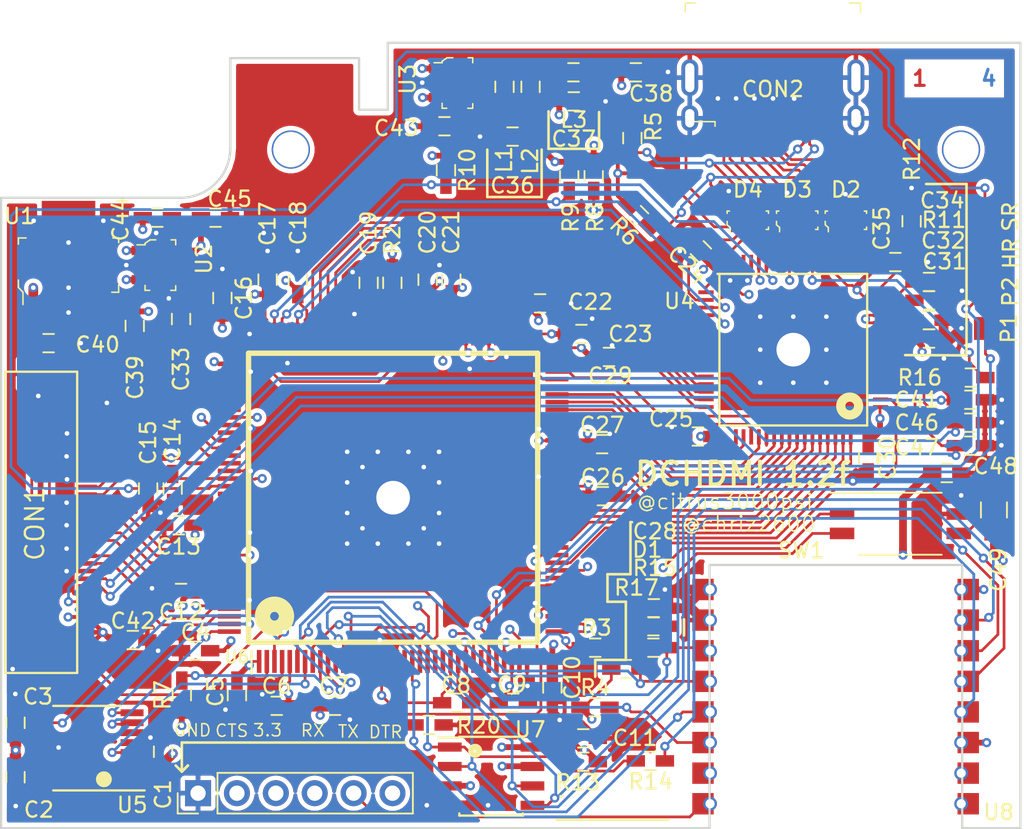
<source format=kicad_pcb>
(kicad_pcb (version 20171130) (host pcbnew "(5.0.0)")
  (layers (0 F.Cu signal) (1 In1.Cu power) (2 In2.Cu power) (31 B.Cu signal) (34 B.Paste user) (35 F.Paste user) (36 B.SilkS user) (37 F.SilkS user) (38 B.Mask user) (39 F.Mask user) (44 Edge.Cuts user))
  (net 0 "")
  (net 1 GND)
  (net 2 +3V3)
  (net 3 +2.5)
  (net 4 +1.2)
  (net 5 "Net-(C24-Pad1)")
  (net 6 "Net-(C32-Pad1)")
  (net 7 "Net-(C33-Pad2)")
  (net 8 "Net-(C34-Pad1)")
  (net 9 "Net-(CON2-Pad9)")
  (net 10 "Net-(CON2-Pad8)")
  (net 11 "Net-(CON2-Pad6)")
  (net 12 "Net-(CON2-Pad5)")
  (net 13 "Net-(CON2-Pad3)")
  (net 14 "Net-(CON2-Pad2)")
  (net 15 "Net-(CON2-Pad11)")
  (net 16 "Net-(CON2-Pad12)")
  (net 17 /SCL)
  (net 18 /SDA)
  (net 19 "Net-(CON2-Pad17)")
  (net 20 "Net-(CON2-Pad19)")
  (net 21 "Net-(D1-Pad1)")
  (net 22 /nConf)
  (net 23 +1.8)
  (net 24 "Net-(R2-Pad2)")
  (net 25 /INT)
  (net 26 "Net-(R11-Pad1)")
  (net 27 /CS)
  (net 28 "Net-(R14-Pad1)")
  (net 29 "Net-(U3-Pad4)")
  (net 30 "Net-(U4-Pad2)")
  (net 31 "Net-(U4-Pad3)")
  (net 32 "Net-(U4-Pad4)")
  (net 33 /ADAT)
  (net 34 "Net-(U4-Pad6)")
  (net 35 "Net-(U4-Pad7)")
  (net 36 "Net-(U4-Pad8)")
  (net 37 /ABCK)
  (net 38 /ALRK)
  (net 39 "Net-(U4-Pad37)")
  (net 40 "Net-(U4-Pad38)")
  (net 41 "Net-(U4-Pad39)")
  (net 42 "Net-(U4-Pad40)")
  (net 43 "Net-(U4-Pad41)")
  (net 44 "Net-(U4-Pad42)")
  (net 45 "Net-(U4-Pad43)")
  (net 46 "Net-(U4-Pad44)")
  (net 47 "Net-(U4-Pad45)")
  (net 48 "Net-(U4-Pad46)")
  (net 49 "Net-(U4-Pad47)")
  (net 50 "Net-(U4-Pad48)")
  (net 51 "Net-(U4-Pad49)")
  (net 52 "Net-(U4-Pad50)")
  (net 53 "Net-(U4-Pad52)")
  (net 54 /ADVCLK)
  (net 55 "Net-(U4-Pad54)")
  (net 56 "Net-(U4-Pad55)")
  (net 57 "Net-(U4-Pad56)")
  (net 58 "Net-(U4-Pad57)")
  (net 59 "Net-(U4-Pad58)")
  (net 60 "Net-(U4-Pad59)")
  (net 61 "Net-(U4-Pad60)")
  (net 62 "Net-(U4-Pad61)")
  (net 63 "Net-(U4-Pad62)")
  (net 64 "Net-(U4-Pad63)")
  (net 65 "Net-(U4-Pad64)")
  (net 66 /X1)
  (net 67 "Net-(U5-Pad16)")
  (net 68 /S0)
  (net 69 /S3)
  (net 70 /S2)
  (net 71 /CLK)
  (net 72 /S1)
  (net 73 "Net-(U5-Pad15)")
  (net 74 /MOSI)
  (net 75 /DCLK)
  (net 76 /MISO)
  (net 77 /VCLK)
  (net 78 "Net-(U6-Pad24)")
  (net 79 "Net-(U6-Pad52)")
  (net 80 "Net-(U6-Pad53)")
  (net 81 "Net-(U6-Pad54)")
  (net 82 "Net-(U6-Pad55)")
  (net 83 "Net-(U6-Pad89)")
  (net 84 "Net-(U6-Pad90)")
  (net 85 "Net-(U6-Pad91)")
  (net 86 "Net-(CON1-Pad3)")
  (net 87 "Net-(CON1-Pad4)")
  (net 88 "Net-(CON1-Pad6)")
  (net 89 "Net-(CON1-Pad7)")
  (net 90 "Net-(CON1-Pad9)")
  (net 91 "Net-(CON1-Pad10)")
  (net 92 "Net-(CON1-Pad12)")
  (net 93 "Net-(CON1-Pad13)")
  (net 94 "Net-(U6-Pad126)")
  (net 95 "Net-(U6-Pad127)")
  (net 96 "Net-(U6-Pad128)")
  (net 97 "Net-(U6-Pad129)")
  (net 98 "Net-(CON1-Pad15)")
  (net 99 "Net-(CON1-Pad16)")
  (net 100 "Net-(CON1-Pad18)")
  (net 101 "Net-(CON1-Pad19)")
  (net 102 "Net-(CON1-Pad21)")
  (net 103 "Net-(CON1-Pad22)")
  (net 104 "Net-(CON1-Pad28)")
  (net 105 "Net-(U8-Pad2)")
  (net 106 "Net-(U6-Pad25)")
  (net 107 /SCL_H)
  (net 108 /SDA_H)
  (net 109 "Net-(R16-Pad2)")
  (net 110 /+5)
  (net 111 /PAD1)
  (net 112 /PAD2)
  (net 113 /ESP_SCL)
  (net 114 /ESP_SDA)
  (net 115 "Net-(R7-Pad2)")
  (net 116 /nCE)
  (net 117 "Net-(CON3-Pad2)")
  (net 118 /RXD)
  (net 119 /TXD)
  (net 120 "Net-(CON3-Pad6)")
  (net 121 /SRST)
  (net 122 /HRST_OUT)
  (net 123 /HRST)
  (net 124 "Net-(U6-Pad15)")
  (net 125 "Net-(U6-Pad16)")
  (net 126 "Net-(U6-Pad18)")
  (net 127 "Net-(U6-Pad20)")
  (net 128 "Net-(U6-Pad22)")
  (net 129 "Net-(U8-Pad1)")
  (module jumper:DC2R019JA7R1700 (layer F.Cu) (at 172.4 78.6 180)
    (fp_text reference CON2 (at 0 1.9 180) (layer F.SilkS))
    (fp_text value DC2R019JA7R1700)
    (pad 19 smd rect (at -3.6 0 180) (size 0.23 1.2) (layers F.Cu F.Paste F.Mask) (net 20 "Net-(CON2-Pad19)"))
    (pad 18 smd rect (at -3.2 0 180) (size 0.23 1.2) (layers F.Cu F.Paste F.Mask) (net 110 /+5))
    (pad 17 smd rect (at -2.8 0 180) (size 0.23 1.2) (layers F.Cu F.Paste F.Mask) (net 19 "Net-(CON2-Pad17)"))
    (pad 16 smd rect (at -2.4 0 180) (size 0.23 1.2) (layers F.Cu F.Paste F.Mask) (net 108 /SDA_H))
    (pad 15 smd rect (at -2 0 180) (size 0.23 1.2) (layers F.Cu F.Paste F.Mask) (net 107 /SCL_H))
    (pad 14 smd rect (at -1.6 0 180) (size 0.23 1.2) (layers F.Cu F.Paste F.Mask) (net 1 GND))
    (pad 13 smd rect (at -1.2 0 180) (size 0.23 1.2) (layers F.Cu F.Paste F.Mask) (net 1 GND))
    (pad 12 smd rect (at -0.8 0 180) (size 0.23 1.2) (layers F.Cu F.Paste F.Mask) (net 16 "Net-(CON2-Pad12)"))
    (pad 11 smd rect (at -0.4 0 180) (size 0.23 1.2) (layers F.Cu F.Paste F.Mask) (net 15 "Net-(CON2-Pad11)"))
    (pad 1 smd rect (at 3.6 0 180) (size 0.23 1.2) (layers F.Cu F.Paste F.Mask) (net 1 GND))
    (pad 2 smd rect (at 3.2 0 180) (size 0.23 1.2) (layers F.Cu F.Paste F.Mask) (net 14 "Net-(CON2-Pad2)"))
    (pad 3 smd rect (at 2.8 0 180) (size 0.23 1.2) (layers F.Cu F.Paste F.Mask) (net 13 "Net-(CON2-Pad3)"))
    (pad 4 smd rect (at 2.4 0 180) (size 0.23 1.2) (layers F.Cu F.Paste F.Mask) (net 1 GND))
    (pad 5 smd rect (at 2 0 180) (size 0.23 1.2) (layers F.Cu F.Paste F.Mask) (net 12 "Net-(CON2-Pad5)"))
    (pad 6 smd rect (at 1.6 0 180) (size 0.23 1.2) (layers F.Cu F.Paste F.Mask) (net 11 "Net-(CON2-Pad6)"))
    (pad 7 smd rect (at 1.2 0 180) (size 0.23 1.2) (layers F.Cu F.Paste F.Mask) (net 1 GND))
    (pad 8 smd rect (at 0.8 0 180) (size 0.23 1.2) (layers F.Cu F.Paste F.Mask) (net 10 "Net-(CON2-Pad8)"))
    (pad 9 smd rect (at 0.4 0 180) (size 0.23 1.2) (layers F.Cu F.Paste F.Mask) (net 9 "Net-(CON2-Pad9)"))
    (pad 10 smd rect (at 0 0 180) (size 0.23 1.2) (layers F.Cu F.Paste F.Mask) (net 1 GND))
    (pad 20 thru_hole oval (at -5.425 2.65 180) (size 1.1 2.4) (drill oval 0.6 1.9) (layers *.Cu *.Mask F.Paste) (net 1 GND))
    (pad 20 thru_hole oval (at 5.425 2.65 180) (size 1.1 2.4) (drill oval 0.6 1.9) (layers *.Cu *.Mask F.Paste) (net 1 GND))
    (pad 20 thru_hole oval (at 5.425 0 180) (size 1.1 1.7) (drill oval 0.6 1.2) (layers *.Cu *.Mask F.Paste) (net 1 GND))
    (pad 20 thru_hole oval (at -5.425 0 180) (size 1.1 1.7) (drill oval 0.6 1.2) (layers *.Cu *.Mask F.Paste) (net 1 GND))
  )
  (module Capacitors_SMD:C_0603_HandSoldering (layer F.Cu) (at 160.8 113.2)
    (fp_text reference R3 (at 0.1 -1.3) (layer F.SilkS))
    (fp_text value 10K)
    (pad 1 smd rect (at -0.95 0) (size 1.2 0.75) (layers F.Cu F.Paste F.Mask) (net 123 /HRST))
    (pad 2 smd rect (at 0.95 0) (size 1.2 0.75) (layers F.Cu F.Paste F.Mask) (net 21 "Net-(D1-Pad1)"))
  )
  (module pads:2_Pads_Small (layer F.Cu) (at 184.776 85.388 90)
    (fp_text reference CON5)
    (fp_text value CONN_01X03)
    (pad 2 smd rect (at 0.368 1.524 90) (size 1.5 1.5) (layers F.Cu F.Mask) (net 121 /SRST))
    (pad 1 smd rect (at -2.032 1.524 90) (size 1.5 1.5) (layers F.Cu F.Mask) (net 122 /HRST_OUT))
  )
  (module Pin_Headers:Pin_Header_Straight_1x06_Pitch2.54mm (layer F.Cu) (at 134.86 122.71 90)
    (fp_text reference CON3 hide)
    (fp_text value CONN_01X06 hide)
    (pad 1 thru_hole rect (at 0 0 90) (size 1.7 1.7) (drill 1) (layers *.Cu *.Mask) (net 1 GND))
    (pad 2 thru_hole oval (at 0 2.54 90) (size 1.7 1.7) (drill 1) (layers *.Cu *.Mask) (net 117 "Net-(CON3-Pad2)"))
    (pad 3 thru_hole oval (at 0 5.08 90) (size 1.7 1.7) (drill 1) (layers *.Cu *.Mask) (net 2 +3V3))
    (pad 4 thru_hole oval (at 0 7.62 90) (size 1.7 1.7) (drill 1) (layers *.Cu *.Mask) (net 118 /RXD))
    (pad 5 thru_hole oval (at 0 10.16 90) (size 1.7 1.7) (drill 1) (layers *.Cu *.Mask) (net 119 /TXD))
    (pad 6 thru_hole oval (at 0 12.7 90) (size 1.7 1.7) (drill 1) (layers *.Cu *.Mask) (net 120 "Net-(CON3-Pad6)"))
  )
  (module Capacitors_SMD:C_0603_HandSoldering (layer F.Cu) (at 183.76 101.79)
    (fp_text reference C48 (at 3.19 -0.44 180) (layer F.SilkS))
    (fp_text value .1u)
    (pad 1 smd rect (at -0.95 0) (size 1.2 0.75) (layers F.Cu F.Paste F.Mask) (net 2 +3V3))
    (pad 2 smd rect (at 0.95 0) (size 1.2 0.75) (layers F.Cu F.Paste F.Mask) (net 1 GND))
  )
  (module Analog:LQFP-64_10x10mm_Pitch0.5mm_PAD (layer F.Cu) (at 173.736 93.726 180)
    (fp_text reference U4 (at 7.436 3.176 180) (layer F.SilkS))
    (fp_text value ADV7513)
    (pad 1 smd rect (at -5.7 -3.75 180) (size 1 0.25) (layers F.Cu F.Paste F.Mask) (net 5 "Net-(C24-Pad1)"))
    (pad 2 smd rect (at -5.7 -3.25 180) (size 1 0.25) (layers F.Cu F.Paste F.Mask) (net 30 "Net-(U4-Pad2)"))
    (pad 3 smd rect (at -5.7 -2.75 180) (size 1 0.25) (layers F.Cu F.Paste F.Mask) (net 31 "Net-(U4-Pad3)"))
    (pad 4 smd rect (at -5.7 -2.25 180) (size 1 0.25) (layers F.Cu F.Paste F.Mask) (net 32 "Net-(U4-Pad4)"))
    (pad 5 smd rect (at -5.7 -1.75 180) (size 1 0.25) (layers F.Cu F.Paste F.Mask) (net 33 /ADAT))
    (pad 6 smd rect (at -5.7 -1.25 180) (size 1 0.25) (layers F.Cu F.Paste F.Mask) (net 34 "Net-(U4-Pad6)"))
    (pad 7 smd rect (at -5.7 -0.75 180) (size 1 0.25) (layers F.Cu F.Paste F.Mask) (net 35 "Net-(U4-Pad7)"))
    (pad 8 smd rect (at -5.7 -0.25 180) (size 1 0.25) (layers F.Cu F.Paste F.Mask) (net 36 "Net-(U4-Pad8)"))
    (pad 9 smd rect (at -5.7 0.25 180) (size 1 0.25) (layers F.Cu F.Paste F.Mask) (net 37 /ABCK))
    (pad 10 smd rect (at -5.7 0.75 180) (size 1 0.25) (layers F.Cu F.Paste F.Mask) (net 38 /ALRK))
    (pad 11 smd rect (at -5.7 1.25 180) (size 1 0.25) (layers F.Cu F.Paste F.Mask) (net 5 "Net-(C24-Pad1)"))
    (pad 12 smd rect (at -5.7 1.75 180) (size 1 0.25) (layers F.Cu F.Paste F.Mask) (net 6 "Net-(C32-Pad1)"))
    (pad 13 smd rect (at -5.7 2.25 180) (size 1 0.25) (layers F.Cu F.Paste F.Mask) (net 6 "Net-(C32-Pad1)"))
    (pad 14 smd rect (at -5.7 2.75 180) (size 1 0.25) (layers F.Cu F.Paste F.Mask) (net 26 "Net-(R11-Pad1)"))
    (pad 15 smd rect (at -5.7 3.25 180) (size 1 0.25) (layers F.Cu F.Paste F.Mask) (net 8 "Net-(C34-Pad1)"))
    (pad 16 smd rect (at -5.7 3.75 180) (size 1 0.25) (layers F.Cu F.Paste F.Mask) (net 20 "Net-(CON2-Pad19)"))
    (pad 17 smd rect (at -3.75 5.7 270) (size 1 0.25) (layers F.Cu F.Paste F.Mask) (net 16 "Net-(CON2-Pad12)"))
    (pad 18 smd rect (at -3.25 5.7 270) (size 1 0.25) (layers F.Cu F.Paste F.Mask) (net 15 "Net-(CON2-Pad11)"))
    (pad 19 smd rect (at -2.75 5.7 270) (size 1 0.25) (layers F.Cu F.Paste F.Mask) (net 8 "Net-(C34-Pad1)"))
    (pad 20 smd rect (at -2.25 5.7 270) (size 1 0.25) (layers F.Cu F.Paste F.Mask) (net 9 "Net-(CON2-Pad9)"))
    (pad 21 smd rect (at -1.75 5.7 270) (size 1 0.25) (layers F.Cu F.Paste F.Mask) (net 10 "Net-(CON2-Pad8)"))
    (pad 22 smd rect (at -1.25 5.7 270) (size 1 0.25) (layers F.Cu F.Paste F.Mask) (net 109 "Net-(R16-Pad2)"))
    (pad 23 smd rect (at -0.75 5.7 270) (size 1 0.25) (layers F.Cu F.Paste F.Mask) (net 11 "Net-(CON2-Pad6)"))
    (pad 24 smd rect (at -0.25 5.7 270) (size 1 0.25) (layers F.Cu F.Paste F.Mask) (net 12 "Net-(CON2-Pad5)"))
    (pad 25 smd rect (at 0.25 5.7 270) (size 1 0.25) (layers F.Cu F.Paste F.Mask) (net 8 "Net-(C34-Pad1)"))
    (pad 26 smd rect (at 0.75 5.7 270) (size 1 0.25) (layers F.Cu F.Paste F.Mask) (net 13 "Net-(CON2-Pad3)"))
    (pad 27 smd rect (at 1.25 5.7 270) (size 1 0.25) (layers F.Cu F.Paste F.Mask) (net 14 "Net-(CON2-Pad2)"))
    (pad 28 smd rect (at 1.75 5.7 270) (size 1 0.25) (layers F.Cu F.Paste F.Mask) (net 25 /INT))
    (pad 29 smd rect (at 2.25 5.7 270) (size 1 0.25) (layers F.Cu F.Paste F.Mask) (net 2 +3V3))
    (pad 30 smd rect (at 2.75 5.7 270) (size 1 0.25) (layers F.Cu F.Paste F.Mask) (net 1 GND))
    (pad 31 smd rect (at 3.25 5.7 270) (size 1 0.25) (layers F.Cu F.Paste F.Mask) (net 5 "Net-(C24-Pad1)"))
    (pad 32 smd rect (at 3.75 5.7 270) (size 1 0.25) (layers F.Cu F.Paste F.Mask) (net 1 GND))
    (pad 33 smd rect (at 5.7 3.75 180) (size 1 0.25) (layers F.Cu F.Paste F.Mask) (net 107 /SCL_H))
    (pad 34 smd rect (at 5.7 3.25 180) (size 1 0.25) (layers F.Cu F.Paste F.Mask) (net 108 /SDA_H))
    (pad 35 smd rect (at 5.7 2.75 180) (size 1 0.25) (layers F.Cu F.Paste F.Mask) (net 17 /SCL))
    (pad 36 smd rect (at 5.7 2.25 180) (size 1 0.25) (layers F.Cu F.Paste F.Mask) (net 18 /SDA))
    (pad 37 smd rect (at 5.7 1.75 180) (size 1 0.25) (layers F.Cu F.Paste F.Mask) (net 39 "Net-(U4-Pad37)"))
    (pad 38 smd rect (at 5.7 1.25 180) (size 1 0.25) (layers F.Cu F.Paste F.Mask) (net 40 "Net-(U4-Pad38)"))
    (pad 39 smd rect (at 5.7 0.75 180) (size 1 0.25) (layers F.Cu F.Paste F.Mask) (net 41 "Net-(U4-Pad39)"))
    (pad 40 smd rect (at 5.7 0.25 180) (size 1 0.25) (layers F.Cu F.Paste F.Mask) (net 42 "Net-(U4-Pad40)"))
    (pad 41 smd rect (at 5.7 -0.25 180) (size 1 0.25) (layers F.Cu F.Paste F.Mask) (net 43 "Net-(U4-Pad41)"))
    (pad 42 smd rect (at 5.7 -0.75 180) (size 1 0.25) (layers F.Cu F.Paste F.Mask) (net 44 "Net-(U4-Pad42)"))
    (pad 43 smd rect (at 5.7 -1.25 180) (size 1 0.25) (layers F.Cu F.Paste F.Mask) (net 45 "Net-(U4-Pad43)"))
    (pad 44 smd rect (at 5.7 -1.75 180) (size 1 0.25) (layers F.Cu F.Paste F.Mask) (net 46 "Net-(U4-Pad44)"))
    (pad 45 smd rect (at 5.7 -2.25 180) (size 1 0.25) (layers F.Cu F.Paste F.Mask) (net 47 "Net-(U4-Pad45)"))
    (pad 46 smd rect (at 5.7 -2.75 180) (size 1 0.25) (layers F.Cu F.Paste F.Mask) (net 48 "Net-(U4-Pad46)"))
    (pad 47 smd rect (at 5.7 -3.25 180) (size 1 0.25) (layers F.Cu F.Paste F.Mask) (net 49 "Net-(U4-Pad47)"))
    (pad 48 smd rect (at 5.7 -3.75 180) (size 1 0.25) (layers F.Cu F.Paste F.Mask) (net 50 "Net-(U4-Pad48)"))
    (pad 49 smd rect (at 3.75 -5.7 270) (size 1 0.25) (layers F.Cu F.Paste F.Mask) (net 51 "Net-(U4-Pad49)"))
    (pad 50 smd rect (at 3.25 -5.7 270) (size 1 0.25) (layers F.Cu F.Paste F.Mask) (net 52 "Net-(U4-Pad50)"))
    (pad 51 smd rect (at 2.75 -5.7 270) (size 1 0.25) (layers F.Cu F.Paste F.Mask) (net 5 "Net-(C24-Pad1)"))
    (pad 52 smd rect (at 2.25 -5.7 270) (size 1 0.25) (layers F.Cu F.Paste F.Mask) (net 53 "Net-(U4-Pad52)"))
    (pad 53 smd rect (at 1.75 -5.7 270) (size 1 0.25) (layers F.Cu F.Paste F.Mask) (net 54 /ADVCLK))
    (pad 54 smd rect (at 1.25 -5.7 270) (size 1 0.25) (layers F.Cu F.Paste F.Mask) (net 55 "Net-(U4-Pad54)"))
    (pad 55 smd rect (at 0.75 -5.7 270) (size 1 0.25) (layers F.Cu F.Paste F.Mask) (net 56 "Net-(U4-Pad55)"))
    (pad 56 smd rect (at 0.25 -5.7 270) (size 1 0.25) (layers F.Cu F.Paste F.Mask) (net 57 "Net-(U4-Pad56)"))
    (pad 57 smd rect (at -0.25 -5.7 270) (size 1 0.25) (layers F.Cu F.Paste F.Mask) (net 58 "Net-(U4-Pad57)"))
    (pad 58 smd rect (at -0.75 -5.7 270) (size 1 0.25) (layers F.Cu F.Paste F.Mask) (net 59 "Net-(U4-Pad58)"))
    (pad 59 smd rect (at -1.25 -5.7 270) (size 1 0.25) (layers F.Cu F.Paste F.Mask) (net 60 "Net-(U4-Pad59)"))
    (pad 60 smd rect (at -1.75 -5.7 270) (size 1 0.25) (layers F.Cu F.Paste F.Mask) (net 61 "Net-(U4-Pad60)"))
    (pad 61 smd rect (at -2.25 -5.7 270) (size 1 0.25) (layers F.Cu F.Paste F.Mask) (net 62 "Net-(U4-Pad61)"))
    (pad 62 smd rect (at -2.75 -5.7 270) (size 1 0.25) (layers F.Cu F.Paste F.Mask) (net 63 "Net-(U4-Pad62)"))
    (pad 63 smd rect (at -3.25 -5.7 270) (size 1 0.25) (layers F.Cu F.Paste F.Mask) (net 64 "Net-(U4-Pad63)"))
    (pad 64 smd rect (at -3.75 -5.7 270) (size 1 0.25) (layers F.Cu F.Paste F.Mask) (net 65 "Net-(U4-Pad64)"))
    (pad 65 smd rect (at 0 0 180) (size 4.8 4.8) (layers F.Cu F.Paste F.Mask) (net 1 GND))
    (pad 65 thru_hole circle (at -2.159 -2.159 180) (size 0.6 0.6) (drill 0.3) (layers *.Cu *.Mask) (net 1 GND))
    (pad 65 thru_hole circle (at 2.159 -2.159 180) (size 0.6 0.6) (drill 0.3) (layers *.Cu *.Mask) (net 1 GND))
    (pad 65 thru_hole circle (at 0 -2.159 180) (size 0.6 0.6) (drill 0.3) (layers *.Cu *.Mask) (net 1 GND))
    (pad 65 thru_hole circle (at -2.159 0 180) (size 0.6 0.6) (drill 0.3) (layers *.Cu *.Mask) (net 1 GND))
    (pad 65 thru_hole circle (at -2.159 2.159 180) (size 0.6 0.6) (drill 0.3) (layers *.Cu *.Mask) (net 1 GND))
    (pad 65 thru_hole circle (at 0 2.159 180) (size 0.6 0.6) (drill 0.3) (layers *.Cu *.Mask) (net 1 GND))
    (pad 65 thru_hole circle (at 2.159 2.159 180) (size 0.6 0.6) (drill 0.3) (layers *.Cu *.Mask) (net 1 GND))
    (pad 65 thru_hole circle (at 2.159 0 180) (size 0.6 0.6) (drill 0.3) (layers *.Cu *.Mask) (net 1 GND))
    (pad 65 thru_hole circle (at 0 0 180) (size 3.3 3.3) (drill 2.2) (layers *.Cu *.Mask) (net 1 GND))
  )
  (module digikey-footprints:UFDFN-10_2.5x1mm (layer F.Cu) (at 177.173 85.2678)
    (fp_text reference D2 (at 0 -2) (layer F.SilkS))
    (fp_text value SP3012-04UTG)
    (pad 8 smd rect (at 0 -0.3875) (size 0.4 0.775) (layers F.Cu F.Paste F.Mask) (net 1 GND))
    (pad 10 smd rect (at -1 -0.4375) (size 0.2 0.675) (layers F.Cu F.Paste F.Mask) (net 9 "Net-(CON2-Pad9)"))
    (pad 9 smd rect (at -0.5 -0.4375) (size 0.2 0.675) (layers F.Cu F.Paste F.Mask) (net 15 "Net-(CON2-Pad11)"))
    (pad 7 smd rect (at 0.5 -0.4375) (size 0.2 0.675) (layers F.Cu F.Paste F.Mask) (net 16 "Net-(CON2-Pad12)"))
    (pad 6 smd rect (at 1 -0.4375) (size 0.2 0.675) (layers F.Cu F.Paste F.Mask) (net 20 "Net-(CON2-Pad19)"))
    (pad 5 smd rect (at 1 0.4375) (size 0.2 0.675) (layers F.Cu F.Paste F.Mask) (net 20 "Net-(CON2-Pad19)"))
    (pad 4 smd rect (at 0.5 0.4375) (size 0.2 0.675) (layers F.Cu F.Paste F.Mask) (net 16 "Net-(CON2-Pad12)"))
    (pad 2 smd rect (at -0.5 0.4375) (size 0.2 0.675) (layers F.Cu F.Paste F.Mask) (net 15 "Net-(CON2-Pad11)"))
    (pad 3 smd rect (at 0 0.3875) (size 0.4 0.775) (layers F.Cu F.Paste F.Mask) (net 1 GND))
    (pad 1 smd rect (at -1 0.4375) (size 0.2 0.675) (layers F.Cu F.Paste F.Mask) (net 9 "Net-(CON2-Pad9)"))
  )
  (module Capacitors_SMD:C_0603_HandSoldering (layer F.Cu) (at 162.8 114.6)
    (fp_text reference R17 (at 0.69 -5.32 180) (layer F.SilkS))
    (fp_text value 10K)
    (pad 1 smd rect (at -0.95 0) (size 1.2 0.75) (layers F.Cu F.Paste F.Mask) (net 2 +3V3))
    (pad 2 smd rect (at 0.95 0) (size 1.2 0.75) (layers F.Cu F.Paste F.Mask) (net 113 /ESP_SCL))
  )
  (module pads:FPC_32 (layer F.Cu) (at 127.6 97.2 270)
    (fp_text reference CON1 (at 7.9 3.4 270) (layer F.SilkS) (effects (font (size 1.2 1.2))))
    (fp_text value 3-1775333-2)
    (pad 1 smd rect (at -0.003 0 270) (size 0.3 1.3) (layers F.Cu F.Paste F.Mask) (net 77 /VCLK))
    (pad 2 smd rect (at 0.497 0 270) (size 0.3 1.3) (layers F.Cu F.Paste F.Mask) (net 1 GND))
    (pad 3 smd rect (at 0.997 0 270) (size 0.3 1.3) (layers F.Cu F.Paste F.Mask) (net 86 "Net-(CON1-Pad3)"))
    (pad 4 smd rect (at 1.497 0 270) (size 0.3 1.3) (layers F.Cu F.Paste F.Mask) (net 87 "Net-(CON1-Pad4)"))
    (pad 5 smd rect (at 1.997 0 270) (size 0.3 1.3) (layers F.Cu F.Paste F.Mask) (net 1 GND))
    (pad 6 smd rect (at 2.497 0 270) (size 0.3 1.3) (layers F.Cu F.Paste F.Mask) (net 88 "Net-(CON1-Pad6)"))
    (pad 7 smd rect (at 2.997 0 270) (size 0.3 1.3) (layers F.Cu F.Paste F.Mask) (net 89 "Net-(CON1-Pad7)"))
    (pad 8 smd rect (at 3.497 0 270) (size 0.3 1.3) (layers F.Cu F.Paste F.Mask) (net 1 GND))
    (pad 9 smd rect (at 3.997 0 270) (size 0.3 1.3) (layers F.Cu F.Paste F.Mask) (net 90 "Net-(CON1-Pad9)"))
    (pad 10 smd rect (at 4.497 0 270) (size 0.3 1.3) (layers F.Cu F.Paste F.Mask) (net 91 "Net-(CON1-Pad10)"))
    (pad 11 smd rect (at 4.997 0 270) (size 0.3 1.3) (layers F.Cu F.Paste F.Mask) (net 1 GND))
    (pad 12 smd rect (at 5.497 0 270) (size 0.3 1.3) (layers F.Cu F.Paste F.Mask) (net 92 "Net-(CON1-Pad12)"))
    (pad 13 smd rect (at 5.997 0 270) (size 0.3 1.3) (layers F.Cu F.Paste F.Mask) (net 93 "Net-(CON1-Pad13)"))
    (pad 14 smd rect (at 6.497 0 270) (size 0.3 1.3) (layers F.Cu F.Paste F.Mask) (net 1 GND))
    (pad 15 smd rect (at 6.997 0 270) (size 0.3 1.3) (layers F.Cu F.Paste F.Mask) (net 98 "Net-(CON1-Pad15)"))
    (pad 16 smd rect (at 7.497 0 270) (size 0.3 1.3) (layers F.Cu F.Paste F.Mask) (net 99 "Net-(CON1-Pad16)"))
    (pad 17 smd rect (at 7.997 0 270) (size 0.3 1.3) (layers F.Cu F.Paste F.Mask) (net 1 GND))
    (pad 18 smd rect (at 8.497 0 270) (size 0.3 1.3) (layers F.Cu F.Paste F.Mask) (net 100 "Net-(CON1-Pad18)"))
    (pad 19 smd rect (at 8.997 0 270) (size 0.3 1.3) (layers F.Cu F.Paste F.Mask) (net 101 "Net-(CON1-Pad19)"))
    (pad 20 smd rect (at 9.497 0 270) (size 0.3 1.3) (layers F.Cu F.Paste F.Mask) (net 1 GND))
    (pad 21 smd rect (at 9.997 0 270) (size 0.3 1.3) (layers F.Cu F.Paste F.Mask) (net 102 "Net-(CON1-Pad21)"))
    (pad 22 smd rect (at 10.497 0 270) (size 0.3 1.3) (layers F.Cu F.Paste F.Mask) (net 103 "Net-(CON1-Pad22)"))
    (pad 23 smd rect (at 10.997 0 270) (size 0.3 1.3) (layers F.Cu F.Paste F.Mask) (net 1 GND))
    (pad 24 smd rect (at 11.497 0 270) (size 0.3 1.3) (layers F.Cu F.Paste F.Mask) (net 37 /ABCK))
    (pad 25 smd rect (at 11.997 0 270) (size 0.3 1.3) (layers F.Cu F.Paste F.Mask) (net 33 /ADAT))
    (pad 26 smd rect (at 12.497 0 270) (size 0.3 1.3) (layers F.Cu F.Paste F.Mask) (net 1 GND))
    (pad 27 smd rect (at 12.997 0 270) (size 0.3 1.3) (layers F.Cu F.Paste F.Mask) (net 38 /ALRK))
    (pad 28 smd rect (at 13.497 0 270) (size 0.3 1.3) (layers F.Cu F.Paste F.Mask) (net 104 "Net-(CON1-Pad28)"))
    (pad 29 smd rect (at 13.997 0 270) (size 0.3 1.3) (layers F.Cu F.Paste F.Mask) (net 110 /+5))
    (pad 30 smd rect (at 14.497 0 270) (size 0.3 1.3) (layers F.Cu F.Paste F.Mask) (net 2 +3V3))
    (pad 31 smd rect (at 14.997 0 270) (size 0.3 1.3) (layers F.Cu F.Paste F.Mask) (net 2 +3V3))
    (pad 32 smd rect (at 15.497 0 270) (size 0.3 1.3) (layers F.Cu F.Paste F.Mask) (net 2 +3V3))
    (pad 2 smd rect (at -1.9 3.25 270) (size 1.8 2.2) (layers F.Cu F.Paste F.Mask) (net 1 GND))
    (pad 2 smd rect (at 17.4 3.25 270) (size 1.8 2.2) (layers F.Cu F.Paste F.Mask) (net 1 GND))
  )
  (module pads:.6Cast (layer F.Cu) (at 184.7 123.4)
    (fp_text reference "" hide)
    (fp_text value "")
    (pad 1 thru_hole circle (at 0 0) (size 0.9 0.9) (drill 0.6) (layers *.Cu) (net 129 "Net-(U8-Pad1)"))
  )
  (module pads:.6Cast (layer F.Cu) (at 184.7 121.4)
    (fp_text reference "" hide)
    (fp_text value "")
    (pad 1 thru_hole circle (at 0 0) (size 0.9 0.9) (drill 0.6) (layers *.Cu) (net 105 "Net-(U8-Pad2)"))
  )
  (module pads:.6Cast (layer F.Cu) (at 184.7 119.4)
    (fp_text reference "" hide)
    (fp_text value "")
    (pad 1 thru_hole circle (at 0 0) (size 0.9 0.9) (drill 0.6) (layers *.Cu) (net 2 +3V3))
  )
  (module pads:.6Cast (layer F.Cu) (at 184.7 117.4)
    (fp_text reference "" hide)
    (fp_text value "")
    (pad 1 thru_hole circle (at 0 0) (size 0.9 0.9) (drill 0.6) (layers *.Cu) (net 28 "Net-(R14-Pad1)"))
  )
  (module pads:.6Cast (layer F.Cu) (at 184.7 115.4)
    (fp_text reference "" hide)
    (fp_text value "")
    (pad 1 thru_hole circle (at 0 0) (size 0.9 0.9) (drill 0.6) (layers *.Cu) (net 75 /DCLK))
  )
  (module pads:.6Cast (layer F.Cu) (at 184.7 113.4)
    (fp_text reference "" hide)
    (fp_text value "")
    (pad 1 thru_hole circle (at 0 0) (size 0.9 0.9) (drill 0.6) (layers *.Cu) (net 76 /MISO))
  )
  (module pads:.6Cast (layer F.Cu) (at 184.7 111.4)
    (fp_text reference "" hide)
    (fp_text value "")
    (pad 1 thru_hole circle (at 0 0) (size 0.9 0.9) (drill 0.6) (layers *.Cu) (net 74 /MOSI))
  )
  (module pads:.6Cast (layer F.Cu) (at 184.7 109.4)
    (fp_text reference "" hide)
    (fp_text value "")
    (pad 1 thru_hole circle (at 0 0) (size 0.9 0.9) (drill 0.6) (layers *.Cu) (net 2 +3V3))
  )
  (module pads:.6Cast (layer F.Cu) (at 168.3 123.4)
    (fp_text reference "" hide)
    (fp_text value "")
    (pad 1 thru_hole circle (at 0 0) (size 0.9 0.9) (drill 0.6) (layers *.Cu) (net 119 /TXD))
  )
  (module pads:.6Cast (layer F.Cu) (at 168.3 121.4)
    (fp_text reference "" hide)
    (fp_text value "")
    (pad 1 thru_hole circle (at 0 0) (size 0.9 0.9) (drill 0.6) (layers *.Cu) (net 118 /RXD))
  )
  (module pads:.6Cast (layer F.Cu) (at 168.3 119.4)
    (fp_text reference "" hide)
    (fp_text value "")
    (pad 1 thru_hole circle (at 0 0) (size 0.9 0.9) (drill 0.6) (layers *.Cu) (net 22 /nConf))
  )
  (module pads:.6Cast (layer F.Cu) (at 168.3 117.4)
    (fp_text reference "" hide)
    (fp_text value "")
    (pad 1 thru_hole circle (at 0 0) (size 0.9 0.9) (drill 0.6) (layers *.Cu) (net 116 /nCE))
  )
  (module pads:.6Cast (layer F.Cu) (at 168.3 115.4)
    (fp_text reference "" hide)
    (fp_text value "")
    (pad 1 thru_hole circle (at 0 0) (size 0.9 0.9) (drill 0.6) (layers *.Cu) (net 113 /ESP_SCL))
  )
  (module pads:.6Cast (layer F.Cu) (at 168.3 113.4)
    (fp_text reference "" hide)
    (fp_text value "")
    (pad 1 thru_hole circle (at 0 0) (size 0.9 0.9) (drill 0.6) (layers *.Cu) (net 114 /ESP_SDA))
  )
  (module pads:.6Cast (layer F.Cu) (at 168.3 111.4)
    (fp_text reference "" hide)
    (fp_text value "")
    (pad 1 thru_hole circle (at 0 0) (size 0.9 0.9) (drill 0.6) (layers *.Cu) (net 1 GND))
  )
  (module pads:2.3_hole_mount (layer F.Cu) (at 184.69 84.39)
    (fp_text reference "" (at 0 0.5) (layer F.SilkS))
    (fp_text value "")
    (pad "" thru_hole circle (at 0 -3.74) (size 2.5 2.5) (drill 2.3) (layers *.Cu *.Mask))
  )
  (module Capacitors_SMD:C_0603_HandSoldering (layer F.Cu) (at 132.575 120 90)
    (fp_text reference C1 (at -2.794 0 90) (layer F.SilkS))
    (fp_text value .1u)
    (pad 1 smd rect (at -0.95 0 90) (size 1.2 0.75) (layers F.Cu F.Paste F.Mask) (net 2 +3V3))
    (pad 2 smd rect (at 0.95 0 90) (size 1.2 0.75) (layers F.Cu F.Paste F.Mask) (net 1 GND))
  )
  (module Capacitors_SMD:C_0603_HandSoldering (layer F.Cu) (at 122.936 121.666 270)
    (fp_text reference C2 (at 2.124 -1.524 180) (layer F.SilkS))
    (fp_text value .1u)
    (pad 1 smd rect (at -0.95 0 270) (size 1.2 0.75) (layers F.Cu F.Paste F.Mask) (net 2 +3V3))
    (pad 2 smd rect (at 0.95 0 270) (size 1.2 0.75) (layers F.Cu F.Paste F.Mask) (net 1 GND))
  )
  (module Capacitors_SMD:C_0603_HandSoldering (layer F.Cu) (at 122.936 118.11 90)
    (fp_text reference C3 (at 1.71 1.464 180) (layer F.SilkS))
    (fp_text value .1u)
    (pad 1 smd rect (at -0.95 0 90) (size 1.2 0.75) (layers F.Cu F.Paste F.Mask) (net 2 +3V3))
    (pad 2 smd rect (at 0.95 0 90) (size 1.2 0.75) (layers F.Cu F.Paste F.Mask) (net 1 GND))
  )
  (module Capacitors_SMD:C_0603_HandSoldering (layer F.Cu) (at 134.7 113.4 180)
    (fp_text reference C4 (at 0 1.2 180) (layer F.SilkS))
    (fp_text value .1u)
    (pad 1 smd rect (at -0.95 0 180) (size 1.2 0.75) (layers F.Cu F.Paste F.Mask) (net 3 +2.5))
    (pad 2 smd rect (at 0.95 0 180) (size 1.2 0.75) (layers F.Cu F.Paste F.Mask) (net 1 GND))
  )
  (module Capacitors_SMD:C_0603_HandSoldering (layer F.Cu) (at 137.4 116.3 270)
    (fp_text reference C5 (at -0.2 1.4 270) (layer F.SilkS))
    (fp_text value .1u)
    (pad 1 smd rect (at -0.95 0 270) (size 1.2 0.75) (layers F.Cu F.Paste F.Mask) (net 4 +1.2))
    (pad 2 smd rect (at 0.95 0 270) (size 1.2 0.75) (layers F.Cu F.Paste F.Mask) (net 1 GND))
  )
  (module Capacitors_SMD:C_0603_HandSoldering (layer F.Cu) (at 140 117 180)
    (fp_text reference C6 (at 0.01 1.3 180) (layer F.SilkS))
    (fp_text value .1u)
    (pad 1 smd rect (at -0.95 0 180) (size 1.2 0.75) (layers F.Cu F.Paste F.Mask) (net 4 +1.2))
    (pad 2 smd rect (at 0.95 0 180) (size 1.2 0.75) (layers F.Cu F.Paste F.Mask) (net 1 GND))
  )
  (module Capacitors_SMD:C_0603_HandSoldering (layer F.Cu) (at 143.8 117)
    (fp_text reference C7 (at -0.06 -1.31) (layer F.SilkS))
    (fp_text value .1u)
    (pad 1 smd rect (at -0.95 0) (size 1.2 0.75) (layers F.Cu F.Paste F.Mask) (net 2 +3V3))
    (pad 2 smd rect (at 0.95 0) (size 1.2 0.75) (layers F.Cu F.Paste F.Mask) (net 1 GND))
  )
  (module Capacitors_SMD:C_0603_HandSoldering (layer F.Cu) (at 151.75 116.8)
    (fp_text reference C8 (at -0.04 -1.16) (layer F.SilkS))
    (fp_text value .1u)
    (pad 1 smd rect (at -0.95 0) (size 1.2 0.75) (layers F.Cu F.Paste F.Mask) (net 2 +3V3))
    (pad 2 smd rect (at 0.95 0) (size 1.2 0.75) (layers F.Cu F.Paste F.Mask) (net 1 GND))
  )
  (module Capacitors_SMD:C_0603_HandSoldering (layer F.Cu) (at 155.45 116.8)
    (fp_text reference C9 (at -0.09 -1.19) (layer F.SilkS))
    (fp_text value .1u)
    (pad 1 smd rect (at -0.95 0) (size 1.2 0.75) (layers F.Cu F.Paste F.Mask) (net 4 +1.2))
    (pad 2 smd rect (at 0.95 0) (size 1.2 0.75) (layers F.Cu F.Paste F.Mask) (net 1 GND))
  )
  (module Capacitors_SMD:C_0603_HandSoldering (layer F.Cu) (at 158 115.8 270)
    (fp_text reference C10 (at -0.65 -1.3 90) (layer F.SilkS))
    (fp_text value .1u)
    (pad 1 smd rect (at -0.95 0 270) (size 1.2 0.75) (layers F.Cu F.Paste F.Mask) (net 3 +2.5))
    (pad 2 smd rect (at 0.95 0 270) (size 1.2 0.75) (layers F.Cu F.Paste F.Mask) (net 1 GND))
  )
  (module Capacitors_SMD:C_0603_HandSoldering (layer F.Cu) (at 160.02 119.126)
    (fp_text reference C11 (at 3.38 -0.026) (layer F.SilkS))
    (fp_text value .1u)
    (pad 1 smd rect (at -0.95 0) (size 1.2 0.75) (layers F.Cu F.Paste F.Mask) (net 2 +3V3))
    (pad 2 smd rect (at 0.95 0) (size 1.2 0.75) (layers F.Cu F.Paste F.Mask) (net 1 GND))
  )
  (module Capacitors_SMD:C_0603_HandSoldering (layer F.Cu) (at 133.75 109.625 180)
    (fp_text reference C12 (at 0 -1.25 180) (layer F.SilkS))
    (fp_text value .1u)
    (pad 1 smd rect (at -0.95 0 180) (size 1.2 0.75) (layers F.Cu F.Paste F.Mask) (net 4 +1.2))
    (pad 2 smd rect (at 0.95 0 180) (size 1.2 0.75) (layers F.Cu F.Paste F.Mask) (net 1 GND))
  )
  (module Capacitors_SMD:C_0603_HandSoldering (layer F.Cu) (at 133.6 105.2 180)
    (fp_text reference C13 (at 0 -1.4 180) (layer F.SilkS))
    (fp_text value .1u)
    (pad 1 smd rect (at -0.95 0 180) (size 1.2 0.75) (layers F.Cu F.Paste F.Mask) (net 2 +3V3))
    (pad 2 smd rect (at 0.95 0 180) (size 1.2 0.75) (layers F.Cu F.Paste F.Mask) (net 1 GND))
  )
  (module Capacitors_SMD:C_0603_HandSoldering (layer F.Cu) (at 133.2 102.8 270)
    (fp_text reference C14 (at -3.2 0 270) (layer F.SilkS))
    (fp_text value .1u)
    (pad 1 smd rect (at -0.95 0 270) (size 1.2 0.75) (layers F.Cu F.Paste F.Mask) (net 4 +1.2))
    (pad 2 smd rect (at 0.95 0 270) (size 1.2 0.75) (layers F.Cu F.Paste F.Mask) (net 1 GND))
  )
  (module Capacitors_SMD:C_0603_HandSoldering (layer F.Cu) (at 131.6 102.8 270)
    (fp_text reference C15 (at -3 0 270) (layer F.SilkS))
    (fp_text value .1u)
    (pad 1 smd rect (at -0.95 0 270) (size 1.2 0.75) (layers F.Cu F.Paste F.Mask) (net 2 +3V3))
    (pad 2 smd rect (at 0.95 0 270) (size 1.2 0.75) (layers F.Cu F.Paste F.Mask) (net 1 GND))
  )
  (module Capacitors_SMD:C_0603_HandSoldering (layer F.Cu) (at 136.45 90.35 90)
    (fp_text reference C16 (at 0 1.4 90) (layer F.SilkS))
    (fp_text value .1u)
    (pad 1 smd rect (at -0.95 0 90) (size 1.2 0.75) (layers F.Cu F.Paste F.Mask) (net 4 +1.2))
    (pad 2 smd rect (at 0.95 0 90) (size 1.2 0.75) (layers F.Cu F.Paste F.Mask) (net 1 GND))
  )
  (module Capacitors_SMD:C_0603_HandSoldering (layer F.Cu) (at 139.4 89.15 90)
    (fp_text reference C17 (at 3.65 0 90) (layer F.SilkS))
    (fp_text value .1u)
    (pad 1 smd rect (at -0.95 0 90) (size 1.2 0.75) (layers F.Cu F.Paste F.Mask) (net 3 +2.5))
    (pad 2 smd rect (at 0.95 0 90) (size 1.2 0.75) (layers F.Cu F.Paste F.Mask) (net 1 GND))
  )
  (module Capacitors_SMD:C_0603_HandSoldering (layer F.Cu) (at 141.375 89.15 90)
    (fp_text reference C18 (at 3.7 0.025 90) (layer F.SilkS))
    (fp_text value .1u)
    (pad 1 smd rect (at -0.95 0 90) (size 1.2 0.75) (layers F.Cu F.Paste F.Mask) (net 4 +1.2))
    (pad 2 smd rect (at 0.95 0 90) (size 1.2 0.75) (layers F.Cu F.Paste F.Mask) (net 1 GND))
  )
  (module Capacitors_SMD:C_0603_HandSoldering (layer F.Cu) (at 146 89.3572 90)
    (fp_text reference C19 (at 3.2572 0 90) (layer F.SilkS))
    (fp_text value .1u)
    (pad 1 smd rect (at -0.95 0 90) (size 1.2 0.75) (layers F.Cu F.Paste F.Mask) (net 2 +3V3))
    (pad 2 smd rect (at 0.95 0 90) (size 1.2 0.75) (layers F.Cu F.Paste F.Mask) (net 1 GND))
  )
  (module Capacitors_SMD:C_0603_HandSoldering (layer F.Cu) (at 149.85 89.15 90)
    (fp_text reference C20 (at 3.1 0 90) (layer F.SilkS))
    (fp_text value .1u)
    (pad 1 smd rect (at -0.95 0 90) (size 1.2 0.75) (layers F.Cu F.Paste F.Mask) (net 4 +1.2))
    (pad 2 smd rect (at 0.95 0 90) (size 1.2 0.75) (layers F.Cu F.Paste F.Mask) (net 1 GND))
  )
  (module Capacitors_SMD:C_0603_HandSoldering (layer F.Cu) (at 151.4 89.15 90)
    (fp_text reference C21 (at 3.1 0 90) (layer F.SilkS))
    (fp_text value .1u)
    (pad 1 smd rect (at -0.95 0 90) (size 1.2 0.75) (layers F.Cu F.Paste F.Mask) (net 2 +3V3))
    (pad 2 smd rect (at 0.95 0 90) (size 1.2 0.75) (layers F.Cu F.Paste F.Mask) (net 1 GND))
  )
  (module Capacitors_SMD:C_0603_HandSoldering (layer F.Cu) (at 157.2 90.7)
    (fp_text reference C22 (at 3.3 -0.1) (layer F.SilkS))
    (fp_text value .1u)
    (pad 1 smd rect (at -0.95 0) (size 1.2 0.75) (layers F.Cu F.Paste F.Mask) (net 3 +2.5))
    (pad 2 smd rect (at 0.95 0) (size 1.2 0.75) (layers F.Cu F.Paste F.Mask) (net 1 GND))
  )
  (module Capacitors_SMD:C_0603_HandSoldering (layer F.Cu) (at 159.9 92.7)
    (fp_text reference C23 (at 3.2 0) (layer F.SilkS))
    (fp_text value .1u)
    (pad 1 smd rect (at -0.95 0) (size 1.2 0.75) (layers F.Cu F.Paste F.Mask) (net 4 +1.2))
    (pad 2 smd rect (at 0.95 0) (size 1.2 0.75) (layers F.Cu F.Paste F.Mask) (net 1 GND))
  )
  (module Capacitors_SMD:C_0603_HandSoldering (layer F.Cu) (at 167.7 87.3 135)
    (fp_text reference C24 (at 0 -1.25 135) (layer F.SilkS))
    (fp_text value .1u)
    (pad 1 smd rect (at -0.949999 0 135) (size 1.2 0.75) (layers F.Cu F.Paste F.Mask) (net 5 "Net-(C24-Pad1)"))
    (pad 2 smd rect (at 0.949999 0 135) (size 1.2 0.75) (layers F.Cu F.Paste F.Mask) (net 1 GND))
  )
  (module Capacitors_SMD:C_0603_HandSoldering (layer F.Cu) (at 167.5 99.4 180)
    (fp_text reference C25 (at 1.75 1.15 180) (layer F.SilkS))
    (fp_text value .1u)
    (pad 1 smd rect (at -0.95 0 180) (size 1.2 0.75) (layers F.Cu F.Paste F.Mask) (net 5 "Net-(C24-Pad1)"))
    (pad 2 smd rect (at 0.95 0 180) (size 1.2 0.75) (layers F.Cu F.Paste F.Mask) (net 1 GND))
  )
  (module Capacitors_SMD:C_0603_HandSoldering (layer F.Cu) (at 161.3 103.3)
    (fp_text reference C26 (at 0 -1.25) (layer F.SilkS))
    (fp_text value .1u)
    (pad 1 smd rect (at -0.95 0) (size 1.2 0.75) (layers F.Cu F.Paste F.Mask) (net 2 +3V3))
    (pad 2 smd rect (at 0.95 0) (size 1.2 0.75) (layers F.Cu F.Paste F.Mask) (net 1 GND))
  )
  (module Capacitors_SMD:C_0603_HandSoldering (layer F.Cu) (at 161.25 99.9)
    (fp_text reference C27 (at 0 -1.25) (layer F.SilkS))
    (fp_text value .1u)
    (pad 1 smd rect (at -0.95 0) (size 1.2 0.75) (layers F.Cu F.Paste F.Mask) (net 4 +1.2))
    (pad 2 smd rect (at 0.95 0) (size 1.2 0.75) (layers F.Cu F.Paste F.Mask) (net 1 GND))
  )
  (module Capacitors_SMD:C_0603_HandSoldering (layer F.Cu) (at 164.625 110.625)
    (fp_text reference C28 (at 0.075 -5.025) (layer F.SilkS))
    (fp_text value .1u)
    (pad 1 smd rect (at -0.95 0) (size 1.2 0.75) (layers F.Cu F.Paste F.Mask) (net 2 +3V3))
    (pad 2 smd rect (at 0.95 0) (size 1.2 0.75) (layers F.Cu F.Paste F.Mask) (net 1 GND))
  )
  (module Capacitors_SMD:C_0603_HandSoldering (layer F.Cu) (at 161.7 94.2)
    (fp_text reference C29 (at 0.075 1.225) (layer F.SilkS))
    (fp_text value .1u)
    (pad 1 smd rect (at -0.95 0) (size 1.2 0.75) (layers F.Cu F.Paste F.Mask) (net 4 +1.2))
    (pad 2 smd rect (at 0.95 0) (size 1.2 0.75) (layers F.Cu F.Paste F.Mask) (net 1 GND))
  )
  (module Capacitors_SMD:C_0603_HandSoldering (layer F.Cu) (at 178.625 100.8 270)
    (fp_text reference C30 (at 0 -1.275 90) (layer F.SilkS))
    (fp_text value .1u)
    (pad 1 smd rect (at -0.95 0 270) (size 1.2 0.75) (layers F.Cu F.Paste F.Mask) (net 5 "Net-(C24-Pad1)"))
    (pad 2 smd rect (at 0.95 0 270) (size 1.2 0.75) (layers F.Cu F.Paste F.Mask) (net 1 GND))
  )
  (module Capacitors_SMD:C_0603_HandSoldering (layer F.Cu) (at 182.6 93)
    (fp_text reference C31 (at 1.01 -5.04) (layer F.SilkS))
    (fp_text value .1u)
    (pad 1 smd rect (at -0.95 0) (size 1.2 0.75) (layers F.Cu F.Paste F.Mask) (net 5 "Net-(C24-Pad1)"))
    (pad 2 smd rect (at 0.95 0) (size 1.2 0.75) (layers F.Cu F.Paste F.Mask) (net 1 GND))
  )
  (module Capacitors_SMD:C_0603_HandSoldering (layer F.Cu) (at 182.6 91.8)
    (fp_text reference C32 (at 0.93 -5.2) (layer F.SilkS))
    (fp_text value .1u)
    (pad 1 smd rect (at -0.95 0) (size 1.2 0.75) (layers F.Cu F.Paste F.Mask) (net 6 "Net-(C32-Pad1)"))
    (pad 2 smd rect (at 0.95 0) (size 1.2 0.75) (layers F.Cu F.Paste F.Mask) (net 1 GND))
  )
  (module Capacitors_SMD:C_0603_HandSoldering (layer F.Cu) (at 133.75 91.725 270)
    (fp_text reference C33 (at 3.275 0 270) (layer F.SilkS))
    (fp_text value 470p)
    (pad 1 smd rect (at -0.95 0 270) (size 1.2 0.75) (layers F.Cu F.Paste F.Mask) (net 1 GND))
    (pad 2 smd rect (at 0.95 0 270) (size 1.2 0.75) (layers F.Cu F.Paste F.Mask) (net 7 "Net-(C33-Pad2)"))
  )
  (module Capacitors_SMD:C_0603_HandSoldering (layer F.Cu) (at 182.6 89.3)
    (fp_text reference C34 (at 0.86 -5.32) (layer F.SilkS))
    (fp_text value .1u)
    (pad 1 smd rect (at -0.95 0) (size 1.2 0.75) (layers F.Cu F.Paste F.Mask) (net 8 "Net-(C34-Pad1)"))
    (pad 2 smd rect (at 0.95 0) (size 1.2 0.75) (layers F.Cu F.Paste F.Mask) (net 1 GND))
  )
  (module Capacitors_SMD:C_0603_HandSoldering (layer F.Cu) (at 180.4 88)
    (fp_text reference C35 (at -0.89 -2.2 90) (layer F.SilkS))
    (fp_text value .1u)
    (pad 1 smd rect (at -0.95 0) (size 1.2 0.75) (layers F.Cu F.Paste F.Mask) (net 8 "Net-(C34-Pad1)"))
    (pad 2 smd rect (at 0.95 0) (size 1.2 0.75) (layers F.Cu F.Paste F.Mask) (net 1 GND))
  )
  (module Capacitors_SMD:C_0603_HandSoldering (layer F.Cu) (at 155.4 79.8 180)
    (fp_text reference C36 (at 0 -3.2 180) (layer F.SilkS))
    (fp_text value 10u)
    (pad 1 smd rect (at -0.95 0 180) (size 1.2 0.75) (layers F.Cu F.Paste F.Mask) (net 5 "Net-(C24-Pad1)"))
    (pad 2 smd rect (at 0.95 0 180) (size 1.2 0.75) (layers F.Cu F.Paste F.Mask) (net 1 GND))
  )
  (module Capacitors_SMD:C_0603_HandSoldering (layer F.Cu) (at 159.4 77.5)
    (fp_text reference C37 (at 0 2.45) (layer F.SilkS))
    (fp_text value 10u)
    (pad 1 smd rect (at -0.95 0) (size 1.2 0.75) (layers F.Cu F.Paste F.Mask) (net 8 "Net-(C34-Pad1)"))
    (pad 2 smd rect (at 0.95 0) (size 1.2 0.75) (layers F.Cu F.Paste F.Mask) (net 1 GND))
  )
  (module Capacitors_SMD:C_0603_HandSoldering (layer F.Cu) (at 163.45 75.6)
    (fp_text reference C38 (at 1 1.4) (layer F.SilkS))
    (fp_text value 10u)
    (pad 1 smd rect (at -0.95 0) (size 1.2 0.75) (layers F.Cu F.Paste F.Mask) (net 6 "Net-(C32-Pad1)"))
    (pad 2 smd rect (at 0.95 0) (size 1.2 0.75) (layers F.Cu F.Paste F.Mask) (net 1 GND))
  )
  (module Capacitors_SMD:C_0603_HandSoldering (layer F.Cu) (at 130.725 92.175 270)
    (fp_text reference C39 (at 3.375 -0.025 270) (layer F.SilkS))
    (fp_text value 10u)
    (pad 1 smd rect (at -0.95 0 270) (size 1.2 0.75) (layers F.Cu F.Paste F.Mask) (net 4 +1.2))
    (pad 2 smd rect (at 0.95 0 270) (size 1.2 0.75) (layers F.Cu F.Paste F.Mask) (net 1 GND))
  )
  (module Capacitors_SMD:C_0603_HandSoldering (layer F.Cu) (at 125.1 93.3)
    (fp_text reference C40 (at 3.2 0.1) (layer F.SilkS))
    (fp_text value 10u)
    (pad 1 smd rect (at -0.95 0) (size 1.2 0.75) (layers F.Cu F.Paste F.Mask) (net 2 +3V3))
    (pad 2 smd rect (at 0.95 0) (size 1.2 0.75) (layers F.Cu F.Paste F.Mask) (net 1 GND))
  )
  (module Capacitors_SMD:C_0603_HandSoldering (layer F.Cu) (at 130.6 112.7)
    (fp_text reference C42 (at 0 -1.25) (layer F.SilkS))
    (fp_text value 10u)
    (pad 1 smd rect (at -0.95 0) (size 1.2 0.75) (layers F.Cu F.Paste F.Mask) (net 2 +3V3))
    (pad 2 smd rect (at 0.95 0) (size 1.2 0.75) (layers F.Cu F.Paste F.Mask) (net 1 GND))
  )
  (module Capacitors_SMD:C_0603_HandSoldering (layer F.Cu) (at 150.95 79.125)
    (fp_text reference C43 (at -3.15 0.125) (layer F.SilkS))
    (fp_text value 10u)
    (pad 1 smd rect (at -0.95 0) (size 1.2 0.75) (layers F.Cu F.Paste F.Mask) (net 2 +3V3))
    (pad 2 smd rect (at 0.95 0) (size 1.2 0.75) (layers F.Cu F.Paste F.Mask) (net 1 GND))
  )
  (module Capacitors_SMD:C_0603_HandSoldering (layer F.Cu) (at 132.2 85.1)
    (fp_text reference C44 (at -2.4 0.1 90) (layer F.SilkS))
    (fp_text value 10u)
    (pad 1 smd rect (at -0.95 0) (size 1.2 0.75) (layers F.Cu F.Paste F.Mask) (net 2 +3V3))
    (pad 2 smd rect (at 0.95 0) (size 1.2 0.75) (layers F.Cu F.Paste F.Mask) (net 1 GND))
  )
  (module Capacitors_SMD:C_0603_HandSoldering (layer F.Cu) (at 136 85.1)
    (fp_text reference C45 (at 0.925 -1.225) (layer F.SilkS))
    (fp_text value 10u)
    (pad 1 smd rect (at -0.95 0) (size 1.2 0.75) (layers F.Cu F.Paste F.Mask) (net 3 +2.5))
    (pad 2 smd rect (at 0.95 0) (size 1.2 0.75) (layers F.Cu F.Paste F.Mask) (net 1 GND))
  )
  (module digikey-footprints:UFDFN-10_2.5x1mm (layer F.Cu) (at 173.99 85.2678)
    (fp_text reference D3 (at 0 -2) (layer F.SilkS))
    (fp_text value SP3012-04UTG)
    (pad 8 smd rect (at 0 -0.3875) (size 0.4 0.775) (layers F.Cu F.Paste F.Mask) (net 1 GND))
    (pad 10 smd rect (at -1 -0.4375) (size 0.2 0.675) (layers F.Cu F.Paste F.Mask) (net 13 "Net-(CON2-Pad3)"))
    (pad 9 smd rect (at -0.5 -0.4375) (size 0.2 0.675) (layers F.Cu F.Paste F.Mask) (net 12 "Net-(CON2-Pad5)"))
    (pad 7 smd rect (at 0.5 -0.4375) (size 0.2 0.675) (layers F.Cu F.Paste F.Mask) (net 11 "Net-(CON2-Pad6)"))
    (pad 6 smd rect (at 1 -0.4375) (size 0.2 0.675) (layers F.Cu F.Paste F.Mask) (net 10 "Net-(CON2-Pad8)"))
    (pad 5 smd rect (at 1 0.4375) (size 0.2 0.675) (layers F.Cu F.Paste F.Mask) (net 10 "Net-(CON2-Pad8)"))
    (pad 4 smd rect (at 0.5 0.4375) (size 0.2 0.675) (layers F.Cu F.Paste F.Mask) (net 11 "Net-(CON2-Pad6)"))
    (pad 2 smd rect (at -0.5 0.4375) (size 0.2 0.675) (layers F.Cu F.Paste F.Mask) (net 12 "Net-(CON2-Pad5)"))
    (pad 3 smd rect (at 0 0.3875) (size 0.4 0.775) (layers F.Cu F.Paste F.Mask) (net 1 GND))
    (pad 1 smd rect (at -1 0.4375) (size 0.2 0.675) (layers F.Cu F.Paste F.Mask) (net 13 "Net-(CON2-Pad3)"))
  )
  (module digikey-footprints:UFDFN-10_2.5x1mm (layer F.Cu) (at 170.7642 85.2678)
    (fp_text reference D4 (at 0 -2) (layer F.SilkS))
    (fp_text value SP3012-04UTG)
    (pad 8 smd rect (at 0 -0.3875) (size 0.4 0.775) (layers F.Cu F.Paste F.Mask) (net 1 GND))
    (pad 10 smd rect (at -1 -0.4375) (size 0.2 0.675) (layers F.Cu F.Paste F.Mask) (net 110 /+5))
    (pad 9 smd rect (at -0.5 -0.4375) (size 0.2 0.675) (layers F.Cu F.Paste F.Mask) (net 108 /SDA_H))
    (pad 7 smd rect (at 0.5 -0.4375) (size 0.2 0.675) (layers F.Cu F.Paste F.Mask) (net 107 /SCL_H))
    (pad 6 smd rect (at 1 -0.4375) (size 0.2 0.675) (layers F.Cu F.Paste F.Mask) (net 14 "Net-(CON2-Pad2)"))
    (pad 5 smd rect (at 1 0.4375) (size 0.2 0.675) (layers F.Cu F.Paste F.Mask) (net 14 "Net-(CON2-Pad2)"))
    (pad 4 smd rect (at 0.5 0.4375) (size 0.2 0.675) (layers F.Cu F.Paste F.Mask) (net 107 /SCL_H))
    (pad 2 smd rect (at -0.5 0.4375) (size 0.2 0.675) (layers F.Cu F.Paste F.Mask) (net 108 /SDA_H))
    (pad 3 smd rect (at 0 0.3875) (size 0.4 0.775) (layers F.Cu F.Paste F.Mask) (net 1 GND))
    (pad 1 smd rect (at -1 0.4375) (size 0.2 0.675) (layers F.Cu F.Paste F.Mask) (net 110 /+5))
  )
  (module Capacitors_SMD:C_0603_HandSoldering (layer F.Cu) (at 154.875 76.55 270)
    (fp_text reference L1 (at 4.75 0.025 270) (layer F.SilkS))
    (fp_text value 10u)
    (pad 1 smd rect (at -0.95 0 270) (size 1.2 0.75) (layers F.Cu F.Paste F.Mask) (net 23 +1.8))
    (pad 2 smd rect (at 0.95 0 270) (size 1.2 0.75) (layers F.Cu F.Paste F.Mask) (net 5 "Net-(C24-Pad1)"))
  )
  (module Capacitors_SMD:C_0603_HandSoldering (layer F.Cu) (at 156.575 76.55 90)
    (fp_text reference L2 (at -4.85 -0.025 90) (layer F.SilkS))
    (fp_text value 10u)
    (pad 1 smd rect (at -0.95 0 90) (size 1.2 0.75) (layers F.Cu F.Paste F.Mask) (net 8 "Net-(C34-Pad1)"))
    (pad 2 smd rect (at 0.95 0 90) (size 1.2 0.75) (layers F.Cu F.Paste F.Mask) (net 23 +1.8))
  )
  (module Capacitors_SMD:C_0603_HandSoldering (layer F.Cu) (at 159.375 75.6 180)
    (fp_text reference L3 (at -0.025 -3.1 180) (layer F.SilkS))
    (fp_text value 10u)
    (pad 1 smd rect (at -0.95 0 180) (size 1.2 0.75) (layers F.Cu F.Paste F.Mask) (net 6 "Net-(C32-Pad1)"))
    (pad 2 smd rect (at 0.95 0 180) (size 1.2 0.75) (layers F.Cu F.Paste F.Mask) (net 23 +1.8))
  )
  (module digikey-footprints:SOT-223 (layer F.Cu) (at 126.4 88.2)
    (fp_text reference U1 (at -3.2 -3.2) (layer F.SilkS))
    (fp_text value MCP1826S-1202E/DB)
    (pad 3 smd rect (at 2.3 3.1) (size 1.2 2.2) (layers F.Cu F.Paste F.Mask) (net 4 +1.2))
    (pad 2 smd rect (at 0 3.1) (size 1.2 2.2) (layers F.Cu F.Paste F.Mask) (net 1 GND))
    (pad 1 smd rect (at -2.3 3.1) (size 1.2 2.2) (layers F.Cu F.Paste F.Mask) (net 2 +3V3))
    (pad 4 smd rect (at 0 -3.1) (size 3.5 2.2) (layers F.Cu F.Paste F.Mask) (net 1 GND))
  )
  (module digikey-footprints:SOT-753 (layer F.Cu) (at 132.4 88.2 270)
    (fp_text reference U2 (at -0.4 -2.85 270) (layer F.SilkS))
    (fp_text value MIC5219-2.5YM5-TR)
    (pad 5 smd rect (at -0.95 -1.35 270) (size 0.6 1.05) (layers F.Cu F.Paste F.Mask) (net 3 +2.5))
    (pad 4 smd rect (at 0.95 -1.35 270) (size 0.6 1.05) (layers F.Cu F.Paste F.Mask) (net 7 "Net-(C33-Pad2)"))
    (pad 3 smd rect (at 0.95 1.35 270) (size 0.6 1.05) (layers F.Cu F.Paste F.Mask) (net 2 +3V3))
    (pad 2 smd rect (at 0 1.35 270) (size 0.6 1.05) (layers F.Cu F.Paste F.Mask) (net 1 GND))
    (pad 1 smd rect (at -0.95 1.35 270) (size 0.6 1.05) (layers F.Cu F.Paste F.Mask) (net 2 +3V3))
  )
  (module digikey-footprints:SOT-753 (layer F.Cu) (at 151.8 76.3 270)
    (fp_text reference U3 (at -0.25 3.25 270) (layer F.SilkS))
    (fp_text value LP5907MFX-1.8/NOPB)
    (pad 5 smd rect (at -0.95 -1.35 270) (size 0.6 1.05) (layers F.Cu F.Paste F.Mask) (net 23 +1.8))
    (pad 4 smd rect (at 0.95 -1.35 270) (size 0.6 1.05) (layers F.Cu F.Paste F.Mask) (net 29 "Net-(U3-Pad4)"))
    (pad 3 smd rect (at 0.95 1.35 270) (size 0.6 1.05) (layers F.Cu F.Paste F.Mask) (net 2 +3V3))
    (pad 2 smd rect (at 0 1.35 270) (size 0.6 1.05) (layers F.Cu F.Paste F.Mask) (net 1 GND))
    (pad 1 smd rect (at -0.95 1.35 270) (size 0.6 1.05) (layers F.Cu F.Paste F.Mask) (net 2 +3V3))
  )
  (module ESP12FLAT:ESP-12_FLAT (layer F.Cu) (at 176.4 123.4 180)
    (fp_text reference U8 (at -10.75 -0.55 180) (layer F.SilkS))
    (fp_text value ESP-12E)
    (pad 1 smd rect (at -8.7615 0 180) (size 1.4 1.4) (layers F.Cu F.Mask) (net 129 "Net-(U8-Pad1)"))
    (pad 2 smd rect (at -8.7615 2 180) (size 1.4 1.4) (layers F.Cu F.Mask) (net 105 "Net-(U8-Pad2)"))
    (pad 3 smd rect (at -8.7615 4 180) (size 1.4 1.4) (layers F.Cu F.Mask) (net 2 +3V3))
    (pad 4 smd rect (at -8.7615 6 180) (size 1.4 1.4) (layers F.Cu F.Mask) (net 28 "Net-(R14-Pad1)"))
    (pad 5 smd rect (at -8.7615 8 180) (size 1.4 1.4) (layers F.Cu F.Mask) (net 75 /DCLK))
    (pad 6 smd rect (at -8.7615 10 180) (size 1.4 1.4) (layers F.Cu F.Mask) (net 76 /MISO))
    (pad 7 smd rect (at -8.7615 12 180) (size 1.4 1.4) (layers F.Cu F.Mask) (net 74 /MOSI))
    (pad 8 smd rect (at -8.7615 14 180) (size 1.4 1.4) (layers F.Cu F.Mask) (net 2 +3V3))
    (pad 16 smd rect (at 8.5615 0 180) (size 1.4 1.4) (layers F.Cu F.Mask) (net 119 /TXD))
    (pad 15 smd rect (at 8.5615 2 180) (size 1.4 1.4) (layers F.Cu F.Mask) (net 118 /RXD))
    (pad 14 smd rect (at 8.5615 4 180) (size 1.4 1.4) (layers F.Cu F.Mask) (net 22 /nConf))
    (pad 13 smd rect (at 8.5615 6 180) (size 1.4 1.4) (layers F.Cu F.Mask) (net 116 /nCE))
    (pad 12 smd rect (at 8.5615 8 180) (size 1.4 1.4) (layers F.Cu F.Mask) (net 113 /ESP_SCL))
    (pad 11 smd rect (at 8.5615 10 180) (size 1.4 1.4) (layers F.Cu F.Mask) (net 114 /ESP_SDA))
    (pad 10 smd rect (at 8.5615 12 180) (size 1.4 1.4) (layers F.Cu F.Mask) (net 1 GND))
    (pad 9 smd rect (at 8.5615 14 180) (size 1.4 1.4) (layers F.Cu F.Mask) (net 1 GND))
  )
  (module Capacitors_SMD:C_0603_HandSoldering (layer F.Cu) (at 164.6 111.8)
    (fp_text reference D1 (at -0.4 -5) (layer F.SilkS))
    (fp_text value LED)
    (pad 1 smd rect (at -0.95 0) (size 1.2 0.75) (layers F.Cu F.Paste F.Mask) (net 21 "Net-(D1-Pad1)"))
    (pad 2 smd rect (at 0.95 0) (size 1.2 0.75) (layers F.Cu F.Paste F.Mask) (net 2 +3V3))
  )
  (module Capacitors_SMD:C_0603_HandSoldering (layer F.Cu) (at 147.55 89.3572 270)
    (fp_text reference R2 (at -2.8072 0 270) (layer F.SilkS))
    (fp_text value 10K)
    (pad 1 smd rect (at -0.95 0 270) (size 1.2 0.75) (layers F.Cu F.Paste F.Mask) (net 2 +3V3))
    (pad 2 smd rect (at 0.95 0 270) (size 1.2 0.75) (layers F.Cu F.Paste F.Mask) (net 24 "Net-(R2-Pad2)"))
  )
  (module Capacitors_SMD:C_0603_HandSoldering (layer F.Cu) (at 160.782 117.094)
    (fp_text reference R4 (at 0.018 -1.294 180) (layer F.SilkS))
    (fp_text value 10K)
    (pad 1 smd rect (at -0.95 0) (size 1.2 0.75) (layers F.Cu F.Paste F.Mask) (net 2 +3V3))
    (pad 2 smd rect (at 0.95 0) (size 1.2 0.75) (layers F.Cu F.Paste F.Mask) (net 22 /nConf))
  )
  (module Capacitors_SMD:C_0603_HandSoldering (layer F.Cu) (at 163.225 79.9 270)
    (fp_text reference R5 (at -0.75 -1.375 270) (layer F.SilkS))
    (fp_text value 2K)
    (pad 1 smd rect (at -0.95 0 270) (size 1.2 0.75) (layers F.Cu F.Paste F.Mask) (net 110 /+5))
    (pad 2 smd rect (at 0.95 0 270) (size 1.2 0.75) (layers F.Cu F.Paste F.Mask) (net 107 /SCL_H))
  )
  (module Capacitors_SMD:C_0603_HandSoldering (layer F.Cu) (at 163.6 85 315)
    (fp_text reference R6 (at 0.070711 1.343503 315) (layer F.SilkS))
    (fp_text value 2K)
    (pad 1 smd rect (at -0.949999 0 315) (size 1.2 0.75) (layers F.Cu F.Paste F.Mask) (net 110 /+5))
    (pad 2 smd rect (at 0.949999 0 315) (size 1.2 0.75) (layers F.Cu F.Paste F.Mask) (net 108 /SDA_H))
  )
  (module Capacitors_SMD:C_0603_HandSoldering (layer F.Cu) (at 160.7 82.4 90)
    (fp_text reference R8 (at -2.7 0.1 90) (layer F.SilkS))
    (fp_text value 2K)
    (pad 1 smd rect (at -0.95 0 90) (size 1.2 0.75) (layers F.Cu F.Paste F.Mask) (net 18 /SDA))
    (pad 2 smd rect (at 0.95 0 90) (size 1.2 0.75) (layers F.Cu F.Paste F.Mask) (net 5 "Net-(C24-Pad1)"))
  )
  (module Capacitors_SMD:C_0603_HandSoldering (layer F.Cu) (at 159.1 82.4 90)
    (fp_text reference R9 (at -2.7 0.1 90) (layer F.SilkS))
    (fp_text value 2K)
    (pad 1 smd rect (at -0.95 0 90) (size 1.2 0.75) (layers F.Cu F.Paste F.Mask) (net 17 /SCL))
    (pad 2 smd rect (at 0.95 0 90) (size 1.2 0.75) (layers F.Cu F.Paste F.Mask) (net 5 "Net-(C24-Pad1)"))
  )
  (module Capacitors_SMD:C_0603_HandSoldering (layer F.Cu) (at 151.05 82 90)
    (fp_text reference R10 (at 0 1.4 90) (layer F.SilkS))
    (fp_text value 2K)
    (pad 1 smd rect (at -0.95 0 90) (size 1.2 0.75) (layers F.Cu F.Paste F.Mask) (net 25 /INT))
    (pad 2 smd rect (at 0.95 0 90) (size 1.2 0.75) (layers F.Cu F.Paste F.Mask) (net 2 +3V3))
  )
  (module Capacitors_SMD:C_0603_HandSoldering (layer F.Cu) (at 182.6 90.5)
    (fp_text reference R11 (at 0.97 -5.25) (layer F.SilkS))
    (fp_text value 880)
    (pad 1 smd rect (at -0.95 0) (size 1.2 0.75) (layers F.Cu F.Paste F.Mask) (net 26 "Net-(R11-Pad1)"))
    (pad 2 smd rect (at 0.95 0) (size 1.2 0.75) (layers F.Cu F.Paste F.Mask) (net 1 GND))
  )
  (module Capacitors_SMD:C_0603_HandSoldering (layer F.Cu) (at 181.4618 85.3348 90)
    (fp_text reference R12 (at 4.0648 0.0282 90) (layer F.SilkS))
    (fp_text value 10K)
    (pad 1 smd rect (at -0.95 0 90) (size 1.2 0.75) (layers F.Cu F.Paste F.Mask) (net 20 "Net-(CON2-Pad19)"))
    (pad 2 smd rect (at 0.95 0 90) (size 1.2 0.75) (layers F.Cu F.Paste F.Mask) (net 1 GND))
  )
  (module Capacitors_SMD:C_0603_HandSoldering (layer F.Cu) (at 160.02 120.65 180)
    (fp_text reference R13 (at 0.35 -1.36) (layer F.SilkS))
    (fp_text value 10K)
    (pad 1 smd rect (at -0.95 0 180) (size 1.2 0.75) (layers F.Cu F.Paste F.Mask) (net 2 +3V3))
    (pad 2 smd rect (at 0.95 0 180) (size 1.2 0.75) (layers F.Cu F.Paste F.Mask) (net 27 /CS))
  )
  (module Capacitors_SMD:C_0603_HandSoldering (layer F.Cu) (at 164.4 120.6 180)
    (fp_text reference R14 (at -0.02 -1.35 180) (layer F.SilkS))
    (fp_text value 22)
    (pad 1 smd rect (at -0.95 0 180) (size 1.2 0.75) (layers F.Cu F.Paste F.Mask) (net 28 "Net-(R14-Pad1)"))
    (pad 2 smd rect (at 0.95 0 180) (size 1.2 0.75) (layers F.Cu F.Paste F.Mask) (net 27 /CS))
  )
  (module Capacitors_SMD:C_0603_HandSoldering (layer F.Cu) (at 164.6 113.2)
    (fp_text reference R15 (at 0.1 -5.2) (layer F.SilkS))
    (fp_text value 10K)
    (pad 1 smd rect (at -0.95 0) (size 1.2 0.75) (layers F.Cu F.Paste F.Mask) (net 2 +3V3))
    (pad 2 smd rect (at 0.95 0) (size 1.2 0.75) (layers F.Cu F.Paste F.Mask) (net 114 /ESP_SDA))
  )
  (module Housings_SSOP:TSSOP-16_4.4x5mm_Pitch0.65mm (layer F.Cu) (at 127.6 119.73 180)
    (fp_text reference U5 (at -2.96 -3.75 180) (layer F.SilkS))
    (fp_text value 664G-03LF)
    (pad 1 smd rect (at -2.95 -2.275 180) (size 1.5 0.45) (layers F.Cu F.Paste F.Mask) (net 66 /X1))
    (pad 2 smd rect (at -2.95 -1.625 180) (size 1.5 0.45) (layers F.Cu F.Paste F.Mask) (net 2 +3V3))
    (pad 3 smd rect (at -2.95 -0.975 180) (size 1.5 0.45) (layers F.Cu F.Paste F.Mask) (net 2 +3V3))
    (pad 4 smd rect (at -2.95 -0.325 180) (size 1.5 0.45) (layers F.Cu F.Paste F.Mask) (net 68 /S0))
    (pad 5 smd rect (at -2.95 0.325 180) (size 1.5 0.45) (layers F.Cu F.Paste F.Mask) (net 1 GND))
    (pad 6 smd rect (at -2.95 0.975 180) (size 1.5 0.45) (layers F.Cu F.Paste F.Mask) (net 1 GND))
    (pad 7 smd rect (at -2.95 1.625 180) (size 1.5 0.45) (layers F.Cu F.Paste F.Mask) (net 69 /S3))
    (pad 8 smd rect (at -2.95 2.275 180) (size 1.5 0.45) (layers F.Cu F.Paste F.Mask) (net 70 /S2))
    (pad 9 smd rect (at 2.95 2.275 180) (size 1.5 0.45) (layers F.Cu F.Paste F.Mask) (net 71 /CLK))
    (pad 10 smd rect (at 2.95 1.625 180) (size 1.5 0.45) (layers F.Cu F.Paste F.Mask) (net 72 /S1))
    (pad 11 smd rect (at 2.95 0.975 180) (size 1.5 0.45) (layers F.Cu F.Paste F.Mask) (net 2 +3V3))
    (pad 12 smd rect (at 2.95 0.325 180) (size 1.5 0.45) (layers F.Cu F.Paste F.Mask) (net 1 GND))
    (pad 13 smd rect (at 2.95 -0.325 180) (size 1.5 0.45) (layers F.Cu F.Paste F.Mask) (net 1 GND))
    (pad 14 smd rect (at 2.95 -0.975 180) (size 1.5 0.45) (layers F.Cu F.Paste F.Mask) (net 2 +3V3))
    (pad 15 smd rect (at 2.95 -1.625 180) (size 1.5 0.45) (layers F.Cu F.Paste F.Mask) (net 73 "Net-(U5-Pad15)"))
    (pad 16 smd rect (at 2.95 -2.275 180) (size 1.5 0.45) (layers F.Cu F.Paste F.Mask) (net 67 "Net-(U5-Pad16)"))
  )
  (module Housings_SOIC:SOIC-8_3.9x4.9mm_Pitch1.27mm (layer F.Cu) (at 154 121.6)
    (fp_text reference U7 (at 2.55 -3.05) (layer F.SilkS))
    (fp_text value MX25L1606EM1I-12G)
    (pad 1 smd rect (at -2.7 -1.905) (size 1.55 0.6) (layers F.Cu F.Paste F.Mask) (net 27 /CS))
    (pad 2 smd rect (at -2.7 -0.635) (size 1.55 0.6) (layers F.Cu F.Paste F.Mask) (net 76 /MISO))
    (pad 3 smd rect (at -2.7 0.635) (size 1.55 0.6) (layers F.Cu F.Paste F.Mask) (net 2 +3V3))
    (pad 4 smd rect (at -2.7 1.905) (size 1.55 0.6) (layers F.Cu F.Paste F.Mask) (net 1 GND))
    (pad 5 smd rect (at 2.7 1.905) (size 1.55 0.6) (layers F.Cu F.Paste F.Mask) (net 74 /MOSI))
    (pad 6 smd rect (at 2.7 0.635) (size 1.55 0.6) (layers F.Cu F.Paste F.Mask) (net 75 /DCLK))
    (pad 7 smd rect (at 2.7 -0.635) (size 1.55 0.6) (layers F.Cu F.Paste F.Mask) (net 2 +3V3))
    (pad 8 smd rect (at 2.7 -1.905) (size 1.55 0.6) (layers F.Cu F.Paste F.Mask) (net 2 +3V3))
  )
  (module pads:2.3_hole_mount (layer F.Cu) (at 140.92 80.65)
    (fp_text reference "" (at 0 0.5) (layer F.SilkS))
    (fp_text value "")
    (pad "" thru_hole circle (at 0 0) (size 2.5 2.5) (drill 2.3) (layers *.Cu *.Mask))
  )
  (module Capacitors_SMD:C_0603_HandSoldering (layer F.Cu) (at 185.33 95.55)
    (fp_text reference R16 (at -3.33 0) (layer F.SilkS))
    (fp_text value 2K)
    (pad 1 smd rect (at -0.95 0) (size 1.2 0.75) (layers F.Cu F.Paste F.Mask) (net 1 GND))
    (pad 2 smd rect (at 0.95 0) (size 1.2 0.75) (layers F.Cu F.Paste F.Mask) (net 109 "Net-(R16-Pad2)"))
  )
  (module pads:2_Pads_Small (layer F.Cu) (at 184.76 90.308 90)
    (fp_text reference CON4)
    (fp_text value CONN_01X03)
    (pad 1 smd rect (at -2.032 1.524 90) (size 1.5 1.5) (layers F.Cu F.Mask) (net 111 /PAD1))
    (pad 2 smd rect (at 0.368 1.524 90) (size 1.5 1.5) (layers F.Cu F.Mask) (net 112 /PAD2))
  )
  (module Altera:altera144_wcenterpad (layer F.Cu) (at 147.6 103.4 90)
    (fp_text reference U6 (at -10.4 -10.2 180) (layer F.SilkS) (effects (font (size 0.8 0.8))))
    (fp_text value 10CL025)
    (pad 1 smd rect (at -10.7 -8.75 90) (size 1.5 0.3) (layers F.Cu F.Paste F.Mask) (net 4 +1.2))
    (pad 2 smd rect (at -10.7 -8.25 90) (size 1.5 0.3) (layers F.Cu F.Paste F.Mask) (net 1 GND))
    (pad 3 smd rect (at -10.7 -7.75 90) (size 1.5 0.3) (layers F.Cu F.Paste F.Mask) (net 3 +2.5))
    (pad 4 smd rect (at -10.7 -7.25 90) (size 1.5 0.3) (layers F.Cu F.Paste F.Mask) (net 1 GND))
    (pad 5 smd rect (at -10.7 -6.75 90) (size 1.5 0.3) (layers F.Cu F.Paste F.Mask) (net 4 +1.2))
    (pad 6 smd rect (at -10.7 -6.25 90) (size 1.5 0.3) (layers F.Cu F.Paste F.Mask) (net 74 /MOSI))
    (pad 7 smd rect (at -10.7 -5.75 90) (size 1.5 0.3) (layers F.Cu F.Paste F.Mask) (net 68 /S0))
    (pad 8 smd rect (at -10.7 -5.25 90) (size 1.5 0.3) (layers F.Cu F.Paste F.Mask) (net 27 /CS))
    (pad 9 smd rect (at -10.7 -4.75 90) (size 1.5 0.3) (layers F.Cu F.Paste F.Mask) (net 115 "Net-(R7-Pad2)"))
    (pad 10 smd rect (at -10.7 -4.25 90) (size 1.5 0.3) (layers F.Cu F.Paste F.Mask) (net 72 /S1))
    (pad 11 smd rect (at -10.7 -3.75 90) (size 1.5 0.3) (layers F.Cu F.Paste F.Mask) (net 113 /ESP_SCL))
    (pad 12 smd rect (at -10.7 -3.25 90) (size 1.5 0.3) (layers F.Cu F.Paste F.Mask) (net 75 /DCLK))
    (pad 13 smd rect (at -10.7 -2.75 90) (size 1.5 0.3) (layers F.Cu F.Paste F.Mask) (net 76 /MISO))
    (pad 14 smd rect (at -10.7 -2.25 90) (size 1.5 0.3) (layers F.Cu F.Paste F.Mask) (net 22 /nConf))
    (pad 15 smd rect (at -10.7 -1.75 90) (size 1.5 0.3) (layers F.Cu F.Paste F.Mask) (net 124 "Net-(U6-Pad15)"))
    (pad 16 smd rect (at -10.7 -1.25 90) (size 1.5 0.3) (layers F.Cu F.Paste F.Mask) (net 125 "Net-(U6-Pad16)"))
    (pad 17 smd rect (at -10.7 -0.75 90) (size 1.5 0.3) (layers F.Cu F.Paste F.Mask) (net 2 +3V3))
    (pad 18 smd rect (at -10.7 -0.25 90) (size 1.5 0.3) (layers F.Cu F.Paste F.Mask) (net 126 "Net-(U6-Pad18)"))
    (pad 19 smd rect (at -10.7 0.25 90) (size 1.5 0.3) (layers F.Cu F.Paste F.Mask) (net 1 GND))
    (pad 20 smd rect (at -10.7 0.75 90) (size 1.5 0.3) (layers F.Cu F.Paste F.Mask) (net 127 "Net-(U6-Pad20)"))
    (pad 21 smd rect (at -10.7 1.25 90) (size 1.5 0.3) (layers F.Cu F.Paste F.Mask) (net 116 /nCE))
    (pad 22 smd rect (at -10.7 1.75 90) (size 1.5 0.3) (layers F.Cu F.Paste F.Mask) (net 128 "Net-(U6-Pad22)"))
    (pad 23 smd rect (at -10.7 2.25 90) (size 1.5 0.3) (layers F.Cu F.Paste F.Mask) (net 77 /VCLK))
    (pad 24 smd rect (at -10.7 2.75 90) (size 1.5 0.3) (layers F.Cu F.Paste F.Mask) (net 78 "Net-(U6-Pad24)"))
    (pad 25 smd rect (at -10.7 3.25 90) (size 1.5 0.3) (layers F.Cu F.Paste F.Mask) (net 106 "Net-(U6-Pad25)"))
    (pad 26 smd rect (at -10.7 3.75 90) (size 1.5 0.3) (layers F.Cu F.Paste F.Mask) (net 2 +3V3))
    (pad 27 smd rect (at -10.7 4.25 90) (size 1.5 0.3) (layers F.Cu F.Paste F.Mask) (net 1 GND))
    (pad 28 smd rect (at -10.7 4.75 90) (size 1.5 0.3) (layers F.Cu F.Paste F.Mask) (net 114 /ESP_SDA))
    (pad 29 smd rect (at -10.7 5.25 90) (size 1.5 0.3) (layers F.Cu F.Paste F.Mask) (net 4 +1.2))
    (pad 30 smd rect (at -10.7 5.75 90) (size 1.5 0.3) (layers F.Cu F.Paste F.Mask) (net 1 GND))
    (pad 31 smd rect (at -10.7 6.25 90) (size 1.5 0.3) (layers F.Cu F.Paste F.Mask) (net 111 /PAD1))
    (pad 32 smd rect (at -10.7 6.75 90) (size 1.5 0.3) (layers F.Cu F.Paste F.Mask) (net 112 /PAD2))
    (pad 33 smd rect (at -10.7 7.25 90) (size 1.5 0.3) (layers F.Cu F.Paste F.Mask) (net 123 /HRST))
    (pad 34 smd rect (at -10.7 7.75 90) (size 1.5 0.3) (layers F.Cu F.Paste F.Mask) (net 4 +1.2))
    (pad 35 smd rect (at -10.7 8.25 90) (size 1.5 0.3) (layers F.Cu F.Paste F.Mask) (net 3 +2.5))
    (pad 36 smd rect (at -10.7 8.75 90) (size 1.5 0.3) (layers F.Cu F.Paste F.Mask) (net 1 GND))
    (pad 37 smd rect (at -8.75 10.7 90) (size 0.3 1.5) (layers F.Cu F.Paste F.Mask) (net 4 +1.2))
    (pad 38 smd rect (at -8.25 10.7 90) (size 0.3 1.5) (layers F.Cu F.Paste F.Mask) (net 4 +1.2))
    (pad 39 smd rect (at -7.75 10.7 90) (size 0.3 1.5) (layers F.Cu F.Paste F.Mask) (net 30 "Net-(U4-Pad2)"))
    (pad 40 smd rect (at -7.25 10.7 90) (size 0.3 1.5) (layers F.Cu F.Paste F.Mask) (net 2 +3V3))
    (pad 41 smd rect (at -6.75 10.7 90) (size 0.3 1.5) (layers F.Cu F.Paste F.Mask) (net 1 GND))
    (pad 42 smd rect (at -6.25 10.7 90) (size 0.3 1.5) (layers F.Cu F.Paste F.Mask) (net 65 "Net-(U4-Pad64)"))
    (pad 43 smd rect (at -5.75 10.7 90) (size 0.3 1.5) (layers F.Cu F.Paste F.Mask) (net 66 /X1))
    (pad 44 smd rect (at -5.25 10.7 90) (size 0.3 1.5) (layers F.Cu F.Paste F.Mask) (net 64 "Net-(U4-Pad63)"))
    (pad 45 smd rect (at -4.75 10.7 90) (size 0.3 1.5) (layers F.Cu F.Paste F.Mask) (net 4 +1.2))
    (pad 46 smd rect (at -4.25 10.7 90) (size 0.3 1.5) (layers F.Cu F.Paste F.Mask) (net 63 "Net-(U4-Pad62)"))
    (pad 47 smd rect (at -3.75 10.7 90) (size 0.3 1.5) (layers F.Cu F.Paste F.Mask) (net 2 +3V3))
    (pad 48 smd rect (at -3.25 10.7 90) (size 0.3 1.5) (layers F.Cu F.Paste F.Mask) (net 1 GND))
    (pad 49 smd rect (at -2.75 10.7 90) (size 0.3 1.5) (layers F.Cu F.Paste F.Mask) (net 62 "Net-(U4-Pad61)"))
    (pad 50 smd rect (at -2.25 10.7 90) (size 0.3 1.5) (layers F.Cu F.Paste F.Mask) (net 61 "Net-(U4-Pad60)"))
    (pad 51 smd rect (at -1.75 10.7 90) (size 0.3 1.5) (layers F.Cu F.Paste F.Mask) (net 60 "Net-(U4-Pad59)"))
    (pad 52 smd rect (at -1.25 10.7 90) (size 0.3 1.5) (layers F.Cu F.Paste F.Mask) (net 79 "Net-(U6-Pad52)"))
    (pad 53 smd rect (at -0.75 10.7 90) (size 0.3 1.5) (layers F.Cu F.Paste F.Mask) (net 80 "Net-(U6-Pad53)"))
    (pad 54 smd rect (at -0.25 10.7 90) (size 0.3 1.5) (layers F.Cu F.Paste F.Mask) (net 81 "Net-(U6-Pad54)"))
    (pad 55 smd rect (at 0.25 10.7 90) (size 0.3 1.5) (layers F.Cu F.Paste F.Mask) (net 82 "Net-(U6-Pad55)"))
    (pad 56 smd rect (at 0.75 10.7 90) (size 0.3 1.5) (layers F.Cu F.Paste F.Mask) (net 2 +3V3))
    (pad 57 smd rect (at 1.25 10.7 90) (size 0.3 1.5) (layers F.Cu F.Paste F.Mask) (net 1 GND))
    (pad 58 smd rect (at 1.75 10.7 90) (size 0.3 1.5) (layers F.Cu F.Paste F.Mask) (net 59 "Net-(U4-Pad58)"))
    (pad 59 smd rect (at 2.25 10.7 90) (size 0.3 1.5) (layers F.Cu F.Paste F.Mask) (net 58 "Net-(U4-Pad57)"))
    (pad 60 smd rect (at 2.75 10.7 90) (size 0.3 1.5) (layers F.Cu F.Paste F.Mask) (net 57 "Net-(U4-Pad56)"))
    (pad 61 smd rect (at 3.25 10.7 90) (size 0.3 1.5) (layers F.Cu F.Paste F.Mask) (net 4 +1.2))
    (pad 62 smd rect (at 3.75 10.7 90) (size 0.3 1.5) (layers F.Cu F.Paste F.Mask) (net 2 +3V3))
    (pad 63 smd rect (at 4.25 10.7 90) (size 0.3 1.5) (layers F.Cu F.Paste F.Mask) (net 1 GND))
    (pad 64 smd rect (at 4.75 10.7 90) (size 0.3 1.5) (layers F.Cu F.Paste F.Mask) (net 1 GND))
    (pad 65 smd rect (at 5.25 10.7 90) (size 0.3 1.5) (layers F.Cu F.Paste F.Mask) (net 56 "Net-(U4-Pad55)"))
    (pad 66 smd rect (at 5.75 10.7 90) (size 0.3 1.5) (layers F.Cu F.Paste F.Mask) (net 55 "Net-(U4-Pad54)"))
    (pad 67 smd rect (at 6.25 10.7 90) (size 0.3 1.5) (layers F.Cu F.Paste F.Mask) (net 53 "Net-(U4-Pad52)"))
    (pad 68 smd rect (at 6.75 10.7 90) (size 0.3 1.5) (layers F.Cu F.Paste F.Mask) (net 52 "Net-(U4-Pad50)"))
    (pad 69 smd rect (at 7.25 10.7 90) (size 0.3 1.5) (layers F.Cu F.Paste F.Mask) (net 51 "Net-(U4-Pad49)"))
    (pad 70 smd rect (at 7.75 10.7 90) (size 0.3 1.5) (layers F.Cu F.Paste F.Mask) (net 4 +1.2))
    (pad 71 smd rect (at 8.25 10.7 90) (size 0.3 1.5) (layers F.Cu F.Paste F.Mask) (net 54 /ADVCLK))
    (pad 72 smd rect (at 8.75 10.7 90) (size 0.3 1.5) (layers F.Cu F.Paste F.Mask) (net 50 "Net-(U4-Pad48)"))
    (pad 73 smd rect (at 10.7 8.75 90) (size 1.5 0.3) (layers F.Cu F.Paste F.Mask) (net 4 +1.2))
    (pad 74 smd rect (at 10.7 8.25 90) (size 1.5 0.3) (layers F.Cu F.Paste F.Mask) (net 1 GND))
    (pad 75 smd rect (at 10.7 7.75 90) (size 1.5 0.3) (layers F.Cu F.Paste F.Mask) (net 3 +2.5))
    (pad 76 smd rect (at 10.7 7.25 90) (size 1.5 0.3) (layers F.Cu F.Paste F.Mask) (net 49 "Net-(U4-Pad47)"))
    (pad 77 smd rect (at 10.7 6.75 90) (size 1.5 0.3) (layers F.Cu F.Paste F.Mask) (net 48 "Net-(U4-Pad46)"))
    (pad 78 smd rect (at 10.7 6.25 90) (size 1.5 0.3) (layers F.Cu F.Paste F.Mask) (net 4 +1.2))
    (pad 79 smd rect (at 10.7 5.75 90) (size 1.5 0.3) (layers F.Cu F.Paste F.Mask) (net 1 GND))
    (pad 80 smd rect (at 10.7 5.25 90) (size 1.5 0.3) (layers F.Cu F.Paste F.Mask) (net 47 "Net-(U4-Pad45)"))
    (pad 81 smd rect (at 10.7 4.75 90) (size 1.5 0.3) (layers F.Cu F.Paste F.Mask) (net 2 +3V3))
    (pad 82 smd rect (at 10.7 4.25 90) (size 1.5 0.3) (layers F.Cu F.Paste F.Mask) (net 1 GND))
    (pad 83 smd rect (at 10.7 3.75 90) (size 1.5 0.3) (layers F.Cu F.Paste F.Mask) (net 46 "Net-(U4-Pad44)"))
    (pad 84 smd rect (at 10.7 3.25 90) (size 1.5 0.3) (layers F.Cu F.Paste F.Mask) (net 4 +1.2))
    (pad 85 smd rect (at 10.7 2.75 90) (size 1.5 0.3) (layers F.Cu F.Paste F.Mask) (net 45 "Net-(U4-Pad43)"))
    (pad 86 smd rect (at 10.7 2.25 90) (size 1.5 0.3) (layers F.Cu F.Paste F.Mask) (net 44 "Net-(U4-Pad42)"))
    (pad 87 smd rect (at 10.7 1.75 90) (size 1.5 0.3) (layers F.Cu F.Paste F.Mask) (net 43 "Net-(U4-Pad41)"))
    (pad 88 smd rect (at 10.7 1.25 90) (size 1.5 0.3) (layers F.Cu F.Paste F.Mask) (net 71 /CLK))
    (pad 89 smd rect (at 10.7 0.75 90) (size 1.5 0.3) (layers F.Cu F.Paste F.Mask) (net 83 "Net-(U6-Pad89)"))
    (pad 90 smd rect (at 10.7 0.25 90) (size 1.5 0.3) (layers F.Cu F.Paste F.Mask) (net 84 "Net-(U6-Pad90)"))
    (pad 91 smd rect (at 10.7 -0.25 90) (size 1.5 0.3) (layers F.Cu F.Paste F.Mask) (net 85 "Net-(U6-Pad91)"))
    (pad 92 smd rect (at 10.7 -0.75 90) (size 1.5 0.3) (layers F.Cu F.Paste F.Mask) (net 24 "Net-(R2-Pad2)"))
    (pad 93 smd rect (at 10.7 -1.25 90) (size 1.5 0.3) (layers F.Cu F.Paste F.Mask) (net 2 +3V3))
    (pad 94 smd rect (at 10.7 -1.75 90) (size 1.5 0.3) (layers F.Cu F.Paste F.Mask) (net 2 +3V3))
    (pad 95 smd rect (at 10.7 -2.25 90) (size 1.5 0.3) (layers F.Cu F.Paste F.Mask) (net 1 GND))
    (pad 96 smd rect (at 10.7 -2.75 90) (size 1.5 0.3) (layers F.Cu F.Paste F.Mask) (net 1 GND))
    (pad 97 smd rect (at 10.7 -3.25 90) (size 1.5 0.3) (layers F.Cu F.Paste F.Mask) (net 2 +3V3))
    (pad 98 smd rect (at 10.7 -3.75 90) (size 1.5 0.3) (layers F.Cu F.Paste F.Mask) (net 42 "Net-(U4-Pad40)"))
    (pad 99 smd rect (at 10.7 -4.25 90) (size 1.5 0.3) (layers F.Cu F.Paste F.Mask) (net 41 "Net-(U4-Pad39)"))
    (pad 100 smd rect (at 10.7 -4.75 90) (size 1.5 0.3) (layers F.Cu F.Paste F.Mask) (net 40 "Net-(U4-Pad38)"))
    (pad 101 smd rect (at 10.7 -5.25 90) (size 1.5 0.3) (layers F.Cu F.Paste F.Mask) (net 39 "Net-(U4-Pad37)"))
    (pad 102 smd rect (at 10.7 -5.75 90) (size 1.5 0.3) (layers F.Cu F.Paste F.Mask) (net 4 +1.2))
    (pad 103 smd rect (at 10.7 -6.25 90) (size 1.5 0.3) (layers F.Cu F.Paste F.Mask) (net 18 /SDA))
    (pad 104 smd rect (at 10.7 -6.75 90) (size 1.5 0.3) (layers F.Cu F.Paste F.Mask) (net 1 GND))
    (pad 105 smd rect (at 10.7 -7.25 90) (size 1.5 0.3) (layers F.Cu F.Paste F.Mask) (net 17 /SCL))
    (pad 106 smd rect (at 10.7 -7.75 90) (size 1.5 0.3) (layers F.Cu F.Paste F.Mask) (net 25 /INT))
    (pad 107 smd rect (at 10.7 -8.25 90) (size 1.5 0.3) (layers F.Cu F.Paste F.Mask) (net 3 +2.5))
    (pad 108 smd rect (at 10.7 -8.75 90) (size 1.5 0.3) (layers F.Cu F.Paste F.Mask) (net 1 GND))
    (pad 109 smd rect (at 8.75 -10.7 90) (size 0.3 1.5) (layers F.Cu F.Paste F.Mask) (net 4 +1.2))
    (pad 110 smd rect (at 8.25 -10.7 90) (size 0.3 1.5) (layers F.Cu F.Paste F.Mask) (net 1 GND))
    (pad 111 smd rect (at 7.75 -10.7 90) (size 0.3 1.5) (layers F.Cu F.Paste F.Mask) (net 86 "Net-(CON1-Pad3)"))
    (pad 112 smd rect (at 7.25 -10.7 90) (size 0.3 1.5) (layers F.Cu F.Paste F.Mask) (net 87 "Net-(CON1-Pad4)"))
    (pad 113 smd rect (at 6.75 -10.7 90) (size 0.3 1.5) (layers F.Cu F.Paste F.Mask) (net 88 "Net-(CON1-Pad6)"))
    (pad 114 smd rect (at 6.25 -10.7 90) (size 0.3 1.5) (layers F.Cu F.Paste F.Mask) (net 89 "Net-(CON1-Pad7)"))
    (pad 115 smd rect (at 5.75 -10.7 90) (size 0.3 1.5) (layers F.Cu F.Paste F.Mask) (net 90 "Net-(CON1-Pad9)"))
    (pad 116 smd rect (at 5.25 -10.7 90) (size 0.3 1.5) (layers F.Cu F.Paste F.Mask) (net 4 +1.2))
    (pad 117 smd rect (at 4.75 -10.7 90) (size 0.3 1.5) (layers F.Cu F.Paste F.Mask) (net 2 +3V3))
    (pad 118 smd rect (at 4.25 -10.7 90) (size 0.3 1.5) (layers F.Cu F.Paste F.Mask) (net 1 GND))
    (pad 119 smd rect (at 3.75 -10.7 90) (size 0.3 1.5) (layers F.Cu F.Paste F.Mask) (net 91 "Net-(CON1-Pad10)"))
    (pad 120 smd rect (at 3.25 -10.7 90) (size 0.3 1.5) (layers F.Cu F.Paste F.Mask) (net 92 "Net-(CON1-Pad12)"))
    (pad 121 smd rect (at 2.75 -10.7 90) (size 0.3 1.5) (layers F.Cu F.Paste F.Mask) (net 93 "Net-(CON1-Pad13)"))
    (pad 122 smd rect (at 2.25 -10.7 90) (size 0.3 1.5) (layers F.Cu F.Paste F.Mask) (net 2 +3V3))
    (pad 123 smd rect (at 1.75 -10.7 90) (size 0.3 1.5) (layers F.Cu F.Paste F.Mask) (net 1 GND))
    (pad 124 smd rect (at 1.25 -10.7 90) (size 0.3 1.5) (layers F.Cu F.Paste F.Mask) (net 4 +1.2))
    (pad 125 smd rect (at 0.75 -10.7 90) (size 0.3 1.5) (layers F.Cu F.Paste F.Mask) (net 121 /SRST))
    (pad 126 smd rect (at 0.25 -10.7 90) (size 0.3 1.5) (layers F.Cu F.Paste F.Mask) (net 94 "Net-(U6-Pad126)"))
    (pad 127 smd rect (at -0.25 -10.7 90) (size 0.3 1.5) (layers F.Cu F.Paste F.Mask) (net 95 "Net-(U6-Pad127)"))
    (pad 128 smd rect (at -0.75 -10.7 90) (size 0.3 1.5) (layers F.Cu F.Paste F.Mask) (net 96 "Net-(U6-Pad128)"))
    (pad 129 smd rect (at -1.25 -10.7 90) (size 0.3 1.5) (layers F.Cu F.Paste F.Mask) (net 97 "Net-(U6-Pad129)"))
    (pad 130 smd rect (at -1.75 -10.7 90) (size 0.3 1.5) (layers F.Cu F.Paste F.Mask) (net 2 +3V3))
    (pad 131 smd rect (at -2.25 -10.7 90) (size 0.3 1.5) (layers F.Cu F.Paste F.Mask) (net 1 GND))
    (pad 132 smd rect (at -2.75 -10.7 90) (size 0.3 1.5) (layers F.Cu F.Paste F.Mask) (net 98 "Net-(CON1-Pad15)"))
    (pad 133 smd rect (at -3.25 -10.7 90) (size 0.3 1.5) (layers F.Cu F.Paste F.Mask) (net 99 "Net-(CON1-Pad16)"))
    (pad 134 smd rect (at -3.75 -10.7 90) (size 0.3 1.5) (layers F.Cu F.Paste F.Mask) (net 4 +1.2))
    (pad 135 smd rect (at -4.25 -10.7 90) (size 0.3 1.5) (layers F.Cu F.Paste F.Mask) (net 100 "Net-(CON1-Pad18)"))
    (pad 136 smd rect (at -4.75 -10.7 90) (size 0.3 1.5) (layers F.Cu F.Paste F.Mask) (net 101 "Net-(CON1-Pad19)"))
    (pad 137 smd rect (at -5.25 -10.7 90) (size 0.3 1.5) (layers F.Cu F.Paste F.Mask) (net 102 "Net-(CON1-Pad21)"))
    (pad 138 smd rect (at -5.75 -10.7 90) (size 0.3 1.5) (layers F.Cu F.Paste F.Mask) (net 4 +1.2))
    (pad 139 smd rect (at -6.25 -10.7 90) (size 0.3 1.5) (layers F.Cu F.Paste F.Mask) (net 2 +3V3))
    (pad 140 smd rect (at -6.75 -10.7 90) (size 0.3 1.5) (layers F.Cu F.Paste F.Mask) (net 1 GND))
    (pad 141 smd rect (at -7.25 -10.7 90) (size 0.3 1.5) (layers F.Cu F.Paste F.Mask) (net 103 "Net-(CON1-Pad22)"))
    (pad 142 smd rect (at -7.75 -10.7 90) (size 0.3 1.5) (layers F.Cu F.Paste F.Mask) (net 104 "Net-(CON1-Pad28)"))
    (pad 143 smd rect (at -8.25 -10.7 90) (size 0.3 1.5) (layers F.Cu F.Paste F.Mask) (net 70 /S2))
    (pad 144 smd rect (at -8.75 -10.7 90) (size 0.3 1.5) (layers F.Cu F.Paste F.Mask) (net 69 /S3))
    (pad 145 smd rect (at 0 0 90) (size 6.7 6.7) (layers F.Cu F.Paste F.Mask) (net 1 GND))
    (pad 145 thru_hole circle (at 0 0 90) (size 3.3 3.3) (drill 2.2) (layers *.Cu *.Mask) (net 1 GND))
    (pad 145 thru_hole circle (at -2 -2 90) (size 0.6 0.6) (drill 0.3) (layers *.Cu *.Mask) (net 1 GND))
    (pad 145 thru_hole circle (at 3 -3 90) (size 0.6 0.6) (drill 0.3) (layers *.Cu *.Mask) (net 1 GND))
    (pad 145 thru_hole circle (at 2 -2 90) (size 0.6 0.6) (drill 0.3) (layers *.Cu *.Mask) (net 1 GND))
    (pad 145 thru_hole circle (at -3 -3 90) (size 0.6 0.6) (drill 0.3) (layers *.Cu *.Mask) (net 1 GND))
    (pad 145 thru_hole circle (at -1 -3 90) (size 0.6 0.6) (drill 0.3) (layers *.Cu *.Mask) (net 1 GND))
    (pad 145 thru_hole circle (at 1 -3 90) (size 0.6 0.6) (drill 0.3) (layers *.Cu *.Mask) (net 1 GND))
    (pad 145 thru_hole circle (at 3 -1 90) (size 0.6 0.6) (drill 0.3) (layers *.Cu *.Mask) (net 1 GND))
    (pad 145 thru_hole circle (at 2 2 90) (size 0.6 0.6) (drill 0.3) (layers *.Cu *.Mask) (net 1 GND))
    (pad 145 thru_hole circle (at 3 1 90) (size 0.6 0.6) (drill 0.3) (layers *.Cu *.Mask) (net 1 GND))
    (pad 145 thru_hole circle (at 3 3 90) (size 0.6 0.6) (drill 0.3) (layers *.Cu *.Mask) (net 1 GND))
    (pad 145 thru_hole circle (at 1 3 90) (size 0.6 0.6) (drill 0.3) (layers *.Cu *.Mask) (net 1 GND))
    (pad 145 thru_hole circle (at -1 3 90) (size 0.6 0.6) (drill 0.3) (layers *.Cu *.Mask) (net 1 GND))
    (pad 145 thru_hole circle (at -2 2 90) (size 0.6 0.6) (drill 0.3) (layers *.Cu *.Mask) (net 1 GND))
    (pad 145 thru_hole circle (at -3 3 90) (size 0.6 0.6) (drill 0.3) (layers *.Cu *.Mask) (net 1 GND))
    (pad 145 thru_hole circle (at -3 1 90) (size 0.6 0.6) (drill 0.3) (layers *.Cu *.Mask) (net 1 GND))
    (pad 145 thru_hole circle (at -3 -1 90) (size 0.6 0.6) (drill 0.3) (layers *.Cu *.Mask) (net 1 GND))
  )
  (module Capacitors_SMD:C_0603_HandSoldering (layer F.Cu) (at 185.3 97 180)
    (fp_text reference C41 (at 3.5 0 180) (layer F.SilkS))
    (fp_text value 47p)
    (pad 1 smd rect (at -0.95 0 180) (size 1.2 0.75) (layers F.Cu F.Paste F.Mask) (net 1 GND))
    (pad 2 smd rect (at 0.95 0 180) (size 1.2 0.75) (layers F.Cu F.Paste F.Mask) (net 38 /ALRK))
  )
  (module Capacitors_SMD:C_0603_HandSoldering (layer F.Cu) (at 185.3 98.5 180)
    (fp_text reference C46 (at 3.5 0 180) (layer F.SilkS))
    (fp_text value 47p)
    (pad 1 smd rect (at -0.95 0 180) (size 1.2 0.75) (layers F.Cu F.Paste F.Mask) (net 1 GND))
    (pad 2 smd rect (at 0.95 0 180) (size 1.2 0.75) (layers F.Cu F.Paste F.Mask) (net 37 /ABCK))
  )
  (module Capacitors_SMD:C_0603_HandSoldering (layer F.Cu) (at 185.3 100 180)
    (fp_text reference C47 (at 3.5 -0.1 180) (layer F.SilkS))
    (fp_text value 47p)
    (pad 1 smd rect (at -0.95 0 180) (size 1.2 0.75) (layers F.Cu F.Paste F.Mask) (net 1 GND))
    (pad 2 smd rect (at 0.95 0 180) (size 1.2 0.75) (layers F.Cu F.Paste F.Mask) (net 33 /ADAT))
  )
  (module Capacitors_SMD:C_0603_HandSoldering (layer F.Cu) (at 133.8 116.3 90)
    (fp_text reference R7 (at 0 -1.25 90) (layer F.SilkS))
    (fp_text value 10K)
    (pad 1 smd rect (at -0.95 0 90) (size 1.2 0.75) (layers F.Cu F.Paste F.Mask) (net 2 +3V3))
    (pad 2 smd rect (at 0.95 0 90) (size 1.2 0.75) (layers F.Cu F.Paste F.Mask) (net 115 "Net-(R7-Pad2)"))
  )
  (module pads:.6Cast (layer F.Cu) (at 168.3 109.4)
    (fp_text reference "" hide)
    (fp_text value "")
    (pad 1 thru_hole circle (at 0 0) (size 0.9 0.9) (drill 0.6) (layers *.Cu) (net 1 GND))
  )
  (module Capacitors_SMD:C_0603_HandSoldering (layer F.Cu) (at 149.95 118.25)
    (fp_text reference R20 (at 3.25 0.05) (layer F.SilkS))
    (fp_text value 10K)
    (pad 1 smd rect (at -0.95 0) (size 1.2 0.75) (layers F.Cu F.Paste F.Mask) (net 116 /nCE))
    (pad 2 smd rect (at 0.95 0) (size 1.2 0.75) (layers F.Cu F.Paste F.Mask) (net 1 GND))
  )
  (module Capacitors_SMD:C_0805_HandSoldering (layer F.Cu) (at 186.84 104.2 90)
    (fp_text reference C49 (at -3.9 0.29 90) (layer F.SilkS))
    (fp_text value 22u)
    (pad 1 smd rect (at -1.25 0 90) (size 1.5 1.25) (layers F.Cu F.Paste F.Mask) (net 2 +3V3))
    (pad 2 smd rect (at 1.25 0 90) (size 1.5 1.25) (layers F.Cu F.Paste F.Mask) (net 1 GND))
  )
  (module Buttons_Switches_SMD:SW_DIP_x2_W7.62mm_Slide_Copal_CHS-B (layer F.Cu) (at 180.73 105.1)
    (fp_text reference SW1 (at -6.48 1.74) (layer F.SilkS))
    (fp_text value SW_DIP_x02 hide)
    (pad 1 smd rect (at -3.81 -0.635) (size 1.6 0.76) (layers F.Cu F.Mask) (net 113 /ESP_SCL))
    (pad 3 smd rect (at 3.81 0.635) (size 1.6 0.76) (layers F.Cu F.Mask) (net 122 /HRST_OUT))
    (pad 2 smd rect (at -3.81 0.635) (size 1.6 0.76) (layers F.Cu F.Mask) (net 123 /HRST))
    (pad 4 smd rect (at 3.81 -0.635) (size 1.6 0.76) (layers F.Cu F.Mask) (net 1 GND))
  )
  (gr_line (start 185.05 94.1) (end 181.04 94.08) (layer F.SilkS) (width 0.17))
  (gr_line (start 185.05 82.9) (end 185.05 94.1) (layer F.SilkS) (width 0.17))
  (gr_line (start 182.41 82.9) (end 185.05 82.9) (layer F.SilkS) (width 0.17))
  (gr_text SR (at 187.92 85.03 90) (layer F.SilkS) (effects (font (size 1 1))))
  (gr_text HR (at 187.96 87.43 90) (layer F.SilkS) (effects (font (size 1 1))))
  (gr_line (start 161.05 80.6) (end 161.05 78.2) (layer F.SilkS) (width 0.17))
  (gr_line (start 157.75 80.6) (end 161.05 80.6) (layer F.SilkS) (width 0.17))
  (gr_line (start 157.75 78.15) (end 157.75 80.6) (layer F.SilkS) (width 0.17))
  (gr_line (start 157.3 83.75) (end 157.3 80.65) (layer F.SilkS) (width 0.17))
  (gr_line (start 153.75 83.75) (end 157.3 83.75) (layer F.SilkS) (width 0.17))
  (gr_line (start 153.75 80.65) (end 153.75 83.75) (layer F.SilkS) (width 0.17))
  (gr_text 4 (at 186.5 76) (layer B.Cu) (effects (font (size 1 1) (thickness 0.2))))
  (gr_text 1 (at 182 76) (layer F.Cu) (effects (font (size 1 1) (thickness 0.2))))
  (gr_text @chriz2600 (at 170.8 105.11) (layer F.SilkS) (effects (font (size 1 1) (thickness 0.1))))
  (gr_line (start 133.8 121.3) (end 133.4 120.9) (angle 90) (layer F.SilkS) (width 0.17))
  (gr_line (start 134.2 120.9) (end 133.8 121.3) (angle 90) (layer F.SilkS) (width 0.17))
  (gr_line (start 133.8 121.3) (end 134.2 120.9) (angle 90) (layer F.SilkS) (width 0.17))
  (gr_line (start 133.8 119.5) (end 133.8 121.3) (angle 90) (layer F.SilkS) (width 0.17))
  (gr_line (start 133.8 119.4) (end 133.8 119.5) (angle 90) (layer F.SilkS) (width 0.17))
  (gr_line (start 148.4 119.4) (end 133.8 119.4) (angle 90) (layer F.SilkS) (width 0.17))
  (gr_line (start 166.6 111.35) (end 166.6 112.4) (angle 90) (layer F.SilkS) (width 0.17))
  (gr_line (start 158.29 124.44) (end 165.55 124.44) (angle 90) (layer F.SilkS) (width 0.17))
  (gr_text P2 (at 187.92 89.94 90) (layer F.SilkS) (effects (font (size 1 1))))
  (gr_text P1 (at 187.82 92.34 90) (layer F.SilkS) (effects (font (size 1 1))))
  (gr_text "@citrus3000psi\n" (at 169.27 103.65) (layer F.SilkS) (effects (font (size 1 1) (thickness 0.1))))
  (gr_text "DCHDMI 1.2f" (at 170.45 101.85) (layer F.SilkS) (effects (font (size 1.5 1.5) (thickness 0.25))))
  (gr_circle (center 152.96 119.94) (end 153.08 120.17) (layer F.SilkS) (width 0.4))
  (gr_circle (center 128.71 121.8) (end 129.05 122.07) (layer F.SilkS) (width 0.17))
  (gr_line (start 158.53 122.91) (end 158.67 122.91) (angle 90) (layer F.SilkS) (width 0.17))
  (gr_text DTR (at 147.11 118.71) (layer F.SilkS) (effects (font (size 0.8 0.8) (thickness 0.1))))
  (gr_text TX (at 144.68 118.68) (layer F.SilkS) (effects (font (size 0.8 0.8) (thickness 0.1))))
  (gr_text RX (at 142.35 118.61) (layer F.SilkS) (effects (font (size 0.8 0.8) (thickness 0.1))))
  (gr_text 3.3 (at 139.4 118.6) (layer F.SilkS) (effects (font (size 0.8 0.8) (thickness 0.1))))
  (gr_text CTS (at 137.06 118.63) (layer F.SilkS) (effects (font (size 0.8 0.8) (thickness 0.1))))
  (gr_text GND (at 134.5 118.6) (layer F.SilkS) (effects (font (size 0.8 0.8) (thickness 0.1))))
  (gr_line (start 163.1 105) (end 163.2 105) (angle 90) (layer F.SilkS) (width 0.17))
  (gr_line (start 163.1 108.4) (end 163.1 105) (angle 90) (layer F.SilkS) (width 0.17))
  (gr_line (start 161.6 108.4) (end 163.1 108.4) (angle 90) (layer F.SilkS) (width 0.17))
  (gr_line (start 161.6 110.2) (end 161.6 108.4) (angle 90) (layer F.SilkS) (width 0.17))
  (gr_line (start 162.8 110.2) (end 161.6 110.2) (angle 90) (layer F.SilkS) (width 0.17))
  (gr_line (start 162.8 114) (end 162.8 110.2) (angle 90) (layer F.SilkS) (width 0.17))
  (gr_line (start 160.8 114) (end 162.8 114) (angle 90) (layer F.SilkS) (width 0.17))
  (gr_line (start 160.8 115.1) (end 160.8 114) (angle 90) (layer F.SilkS) (width 0.17))
  (gr_arc (start 133.718 80.552) (end 136.968 80.552) (angle 90) (layer Edge.Cuts) (width 0.15))
  (gr_line (start 122 83.8) (end 133.718 83.8) (angle 90) (layer Edge.Cuts) (width 0.15))
  (gr_line (start 122 125) (end 122 83.8) (angle 90) (layer Edge.Cuts) (width 0.15))
  (gr_line (start 136.968 74.672) (end 136.968 80.552) (angle 90) (layer Edge.Cuts) (width 0.15))
  (gr_line (start 145.375 74.672) (end 136.968 74.672) (angle 90) (layer Edge.Cuts) (width 0.15))
  (gr_line (start 145.375 78.047) (end 145.375 74.672) (angle 90) (layer Edge.Cuts) (width 0.15))
  (gr_line (start 147.25 78.047) (end 145.375 78.047) (angle 90) (layer Edge.Cuts) (width 0.15))
  (gr_line (start 147.25 73.672) (end 147.25 78.047) (angle 90) (layer Edge.Cuts) (width 0.15))
  (gr_line (start 188.568 73.672) (end 147.25 73.672) (angle 90) (layer Edge.Cuts) (width 0.15))
  (gr_line (start 188.568 125) (end 188.568 73.672) (angle 90) (layer Edge.Cuts) (width 0.15))
  (gr_line (start 184.767 125) (end 188.568 125) (angle 90) (layer Edge.Cuts) (width 0.15))
  (gr_line (start 184.767 107.797) (end 184.767 125) (angle 90) (layer Edge.Cuts) (width 0.15))
  (gr_line (start 168.267 107.797) (end 184.767 107.797) (angle 90) (layer Edge.Cuts) (width 0.15))
  (gr_line (start 168.267 125) (end 168.267 107.797) (angle 90) (layer Edge.Cuts) (width 0.15))
  (gr_line (start 122 125) (end 168.267 125) (angle 90) (layer Edge.Cuts) (width 0.15))
  (segment (start 126.19799 85.30201) (end 124.549264 85.30201) (width 0.635) (layer F.Cu) (net 1))
  (segment (start 126.4 85.1) (end 126.19799 85.30201) (width 0.635) (layer F.Cu) (net 1))
  (segment (start 128.250736 85.30201) (end 128.675 85.30201) (width 0.635) (layer F.Cu) (net 1))
  (segment (start 126.60201 85.30201) (end 128.250736 85.30201) (width 0.635) (layer F.Cu) (net 1))
  (segment (start 126.4 85.1) (end 126.60201 85.30201) (width 0.635) (layer F.Cu) (net 1))
  (via (at 124.125 85.30201) (size 0.6) (drill 0.3) (layers F.Cu B.Cu) (net 1))
  (via (at 128.675 85.30201) (size 0.6) (drill 0.3) (layers F.Cu B.Cu) (net 1))
  (segment (start 124.549264 85.30201) (end 124.125 85.30201) (width 0.635) (layer F.Cu) (net 1))
  (segment (start 138.185 86.11) (end 139.14 86.11) (width 0.635) (layer F.Cu) (net 1))
  (segment (start 137.175 85.1) (end 138.185 86.11) (width 0.635) (layer F.Cu) (net 1))
  (segment (start 139.14 86.11) (end 139.15 86.1) (width 0.635) (layer F.Cu) (net 1))
  (segment (start 136.95 85.1) (end 137.175 85.1) (width 0.635) (layer F.Cu) (net 1))
  (via (at 139.15 86.1) (size 0.6) (drill 0.3) (layers F.Cu B.Cu) (net 1))
  (segment (start 132.424999 85.800001) (end 132.125 86.1) (width 0.635) (layer F.Cu) (net 1))
  (via (at 132.125 86.1) (size 0.6) (drill 0.3) (layers F.Cu B.Cu) (net 1))
  (segment (start 133.15 85.1) (end 133.125 85.1) (width 0.635) (layer F.Cu) (net 1))
  (segment (start 133.125 85.1) (end 132.424999 85.800001) (width 0.635) (layer F.Cu) (net 1))
  (segment (start 127.6 97.697) (end 126.772 97.697) (width 0.178) (layer F.Cu) (net 1))
  (segment (start 126.299998 98.169002) (end 126.299998 98.775736) (width 0.178) (layer F.Cu) (net 1))
  (segment (start 126.772 97.697) (end 126.299998 98.169002) (width 0.178) (layer F.Cu) (net 1))
  (segment (start 126.299998 98.775736) (end 126.299998 99.2) (width 0.178) (layer F.Cu) (net 1))
  (segment (start 132.151399 109.621599) (end 131.8514 109.3216) (width 0.635) (layer F.Cu) (net 1))
  (segment (start 132.1548 109.625) (end 132.151399 109.621599) (width 0.635) (layer F.Cu) (net 1))
  (segment (start 133.1 109.625) (end 132.1548 109.625) (width 0.635) (layer F.Cu) (net 1))
  (via (at 131.8514 109.3216) (size 0.6) (drill 0.3) (layers F.Cu B.Cu) (net 1))
  (segment (start 140.85 92.7) (end 140.85 94.4556) (width 0.178) (layer F.Cu) (net 1))
  (segment (start 140.85 94.4556) (end 140.699898 94.605702) (width 0.178) (layer F.Cu) (net 1))
  (via (at 140.699898 94.605702) (size 0.6) (drill 0.3) (layers F.Cu B.Cu) (net 1))
  (segment (start 127.6 97.697) (end 128.4138 97.697) (width 0.178) (layer F.Cu) (net 1))
  (via (at 128.905 97.2058) (size 0.6) (drill 0.3) (layers F.Cu B.Cu) (net 1))
  (segment (start 128.4138 97.697) (end 128.905 97.2058) (width 0.178) (layer F.Cu) (net 1))
  (via (at 156.867598 110.289622) (size 0.6) (drill 0.3) (layers F.Cu B.Cu) (net 1))
  (segment (start 158.3 110.15) (end 157.00722 110.15) (width 0.178) (layer F.Cu) (net 1))
  (segment (start 157.00722 110.15) (end 156.867598 110.289622) (width 0.178) (layer F.Cu) (net 1))
  (segment (start 177.173 85.6553) (end 177.173 84.8803) (width 0.178) (layer F.Cu) (net 1))
  (segment (start 173.99 85.6553) (end 173.99 84.8803) (width 0.178) (layer F.Cu) (net 1))
  (segment (start 170.7642 85.6553) (end 170.7642 84.8803) (width 0.178) (layer F.Cu) (net 1))
  (segment (start 170.986 88.026) (end 170.986 88.957602) (width 0.178) (layer F.Cu) (net 1))
  (via (at 170.738802 89.2048) (size 0.6) (drill 0.3) (layers F.Cu B.Cu) (net 1))
  (segment (start 170.986 88.957602) (end 170.738802 89.2048) (width 0.178) (layer F.Cu) (net 1))
  (segment (start 169.986 88.401) (end 169.609988 88.777012) (width 0.178) (layer F.Cu) (net 1))
  (segment (start 169.609988 88.777012) (end 169.609988 88.780536) (width 0.178) (layer F.Cu) (net 1))
  (segment (start 169.986 88.026) (end 169.986 88.401) (width 0.178) (layer F.Cu) (net 1))
  (segment (start 169.609988 88.780536) (end 169.609988 89.2048) (width 0.178) (layer F.Cu) (net 1))
  (via (at 169.609988 89.2048) (size 0.6) (drill 0.3) (layers F.Cu B.Cu) (net 1))
  (segment (start 170.7642 84.8803) (end 170.7642 84.3148) (width 0.178) (layer F.Cu) (net 1))
  (segment (start 170.7642 84.3148) (end 169.8122 83.3628) (width 0.178) (layer F.Cu) (net 1))
  (segment (start 169.8122 83.3628) (end 169.5196 83.3628) (width 0.178) (layer F.Cu) (net 1))
  (via (at 169.5196 83.3628) (size 0.6) (drill 0.3) (layers F.Cu B.Cu) (net 1))
  (segment (start 173.99 84.8803) (end 173.99 84.125062) (width 0.178) (layer F.Cu) (net 1))
  (segment (start 173.99 84.125062) (end 173.341169 83.476231) (width 0.178) (layer F.Cu) (net 1))
  (via (at 173.341169 83.476231) (size 0.6) (drill 0.3) (layers F.Cu B.Cu) (net 1))
  (segment (start 177.173 83.5994) (end 177.1396 83.566) (width 0.178) (layer F.Cu) (net 1))
  (via (at 177.1396 83.566) (size 0.6) (drill 0.3) (layers F.Cu B.Cu) (net 1))
  (segment (start 177.173 84.8803) (end 177.173 83.5994) (width 0.178) (layer F.Cu) (net 1))
  (segment (start 133.75 90.775) (end 133.35 90.775) (width 0.508) (layer F.Cu) (net 1))
  (segment (start 133.35 90.775) (end 132.95 90.375) (width 0.508) (layer F.Cu) (net 1))
  (via (at 132.95 90.375) (size 0.6) (drill 0.3) (layers F.Cu B.Cu) (net 1))
  (segment (start 158.3 99.15) (end 157.7 99.15) (width 0.178) (layer F.Cu) (net 1))
  (segment (start 157.7 99.15) (end 157.372 98.822) (width 0.178) (layer F.Cu) (net 1))
  (segment (start 157.203 98.822) (end 157.125 98.9) (width 0.178) (layer F.Cu) (net 1))
  (segment (start 157.372 98.822) (end 157.203 98.822) (width 0.178) (layer F.Cu) (net 1))
  (segment (start 157.372 98.65) (end 157.125 98.897) (width 0.178) (layer F.Cu) (net 1))
  (segment (start 158.3 98.65) (end 157.372 98.65) (width 0.178) (layer F.Cu) (net 1))
  (via (at 157.125 98.9) (size 0.6) (drill 0.3) (layers F.Cu B.Cu) (net 1))
  (segment (start 157.125 98.897) (end 157.125 98.9) (width 0.178) (layer F.Cu) (net 1))
  (segment (start 157.225 102.15) (end 157.1 102.025) (width 0.178) (layer F.Cu) (net 1))
  (segment (start 158.3 102.15) (end 157.225 102.15) (width 0.178) (layer F.Cu) (net 1))
  (via (at 157.1 102.025) (size 0.6) (drill 0.3) (layers F.Cu B.Cu) (net 1))
  (segment (start 151.85 92.7) (end 151.85 93.475) (width 0.178) (layer F.Cu) (net 1))
  (segment (start 151.85 93.475) (end 151.525 93.8) (width 0.178) (layer F.Cu) (net 1))
  (segment (start 151.525 93.8) (end 151.525 94.325) (width 0.178) (layer F.Cu) (net 1))
  (segment (start 151.525 94.325) (end 152.175 94.975) (width 0.178) (layer F.Cu) (net 1))
  (segment (start 152.175 94.975) (end 152.6 94.975) (width 0.178) (layer F.Cu) (net 1))
  (segment (start 152.6 94.975) (end 153.1 94.975) (width 0.178) (layer F.Cu) (net 1))
  (segment (start 154.575736 94.199996) (end 155 94.199996) (width 0.178) (layer F.Cu) (net 1))
  (segment (start 153.1 94.975) (end 153.575 94.5) (width 0.178) (layer F.Cu) (net 1))
  (segment (start 153.575 94.5) (end 154.275732 94.5) (width 0.178) (layer F.Cu) (net 1))
  (segment (start 154.275732 94.5) (end 154.575736 94.199996) (width 0.178) (layer F.Cu) (net 1))
  (segment (start 153.35 92.7) (end 153.35 94.725) (width 0.178) (layer F.Cu) (net 1))
  (segment (start 152.575 95) (end 152.6 94.975) (width 0.178) (layer F.Cu) (net 1))
  (segment (start 155.85 93.628) (end 155.278004 94.199996) (width 0.178) (layer F.Cu) (net 1))
  (segment (start 155.278004 94.199996) (end 155 94.199996) (width 0.178) (layer F.Cu) (net 1))
  (segment (start 155.85 92.7) (end 155.85 93.628) (width 0.178) (layer F.Cu) (net 1))
  (via (at 155 94.199996) (size 0.6) (drill 0.3) (layers F.Cu B.Cu) (net 1))
  (via (at 152.6 94.975) (size 0.6) (drill 0.3) (layers F.Cu B.Cu) (net 1))
  (segment (start 156.4 115.725) (end 156.375 115.7) (width 0.635) (layer F.Cu) (net 1))
  (segment (start 156.4 116.8) (end 156.4 115.725) (width 0.635) (layer F.Cu) (net 1))
  (via (at 156.375 115.7) (size 0.6) (drill 0.3) (layers F.Cu B.Cu) (net 1))
  (segment (start 162.25 103.3) (end 162.25 102.55) (width 0.635) (layer F.Cu) (net 1))
  (via (at 162.25 102.55) (size 0.6) (drill 0.3) (layers F.Cu B.Cu) (net 1))
  (segment (start 133.2 103.75) (end 133.175 103.75) (width 0.381) (layer F.Cu) (net 1))
  (segment (start 133.175 103.75) (end 132.55 104.375) (width 0.381) (layer F.Cu) (net 1))
  (segment (start 132.55 104.375) (end 132.4 104.375) (width 0.381) (layer F.Cu) (net 1))
  (segment (start 131.6 103.75) (end 131.775 103.75) (width 0.381) (layer F.Cu) (net 1))
  (segment (start 131.775 103.75) (end 132.4 104.375) (width 0.381) (layer F.Cu) (net 1))
  (segment (start 132.65 105.2) (end 132.65 104.625) (width 0.381) (layer F.Cu) (net 1))
  (segment (start 132.65 104.625) (end 132.4 104.375) (width 0.381) (layer F.Cu) (net 1))
  (via (at 132.4 104.375) (size 0.6) (drill 0.3) (layers F.Cu B.Cu) (net 1))
  (segment (start 131.6 103.75) (end 131.6 104.15) (width 0.381) (layer F.Cu) (net 1))
  (segment (start 158.15 90.7) (end 159.225004 90.7) (width 0.635) (layer F.Cu) (net 1))
  (via (at 159.225004 90.7) (size 0.6) (drill 0.3) (layers F.Cu B.Cu) (net 1))
  (segment (start 153.275 79.8) (end 154.45 79.8) (width 0.635) (layer F.Cu) (net 1))
  (segment (start 153.275 79.8) (end 152.575 79.8) (width 0.635) (layer F.Cu) (net 1))
  (segment (start 152.575 79.8) (end 151.9 79.125) (width 0.635) (layer F.Cu) (net 1))
  (segment (start 160.35 77.5) (end 161.475 77.5) (width 0.635) (layer F.Cu) (net 1))
  (via (at 161.475 77.5) (size 0.6) (drill 0.3) (layers F.Cu B.Cu) (net 1))
  (segment (start 164.4 75.6) (end 165.525 75.6) (width 0.635) (layer F.Cu) (net 1))
  (segment (start 165.525 75.6) (end 165.55 75.575) (width 0.635) (layer F.Cu) (net 1))
  (via (at 165.55 75.575) (size 0.6) (drill 0.3) (layers F.Cu B.Cu) (net 1))
  (segment (start 124.425002 96.325736) (end 124.425002 96.75) (width 0.635) (layer F.Cu) (net 1))
  (segment (start 124.35 95.3) (end 124.425002 95.375002) (width 0.635) (layer F.Cu) (net 1))
  (segment (start 124.425002 95.375002) (end 124.425002 96.325736) (width 0.635) (layer F.Cu) (net 1))
  (via (at 124.425002 96.75) (size 0.6) (drill 0.3) (layers F.Cu B.Cu) (net 1))
  (segment (start 131.55 112.7) (end 132.25 113.4) (width 0.635) (layer F.Cu) (net 1))
  (via (at 132.25 113.4) (size 0.6) (drill 0.3) (layers F.Cu B.Cu) (net 1))
  (segment (start 133.75 113.4) (end 132.25 113.4) (width 0.635) (layer F.Cu) (net 1))
  (segment (start 137.4 117.25) (end 138.8 117.25) (width 0.635) (layer F.Cu) (net 1))
  (segment (start 138.8 117.25) (end 139.05 117) (width 0.635) (layer F.Cu) (net 1))
  (segment (start 137.4 117.25) (end 136.65 117.25) (width 0.635) (layer F.Cu) (net 1))
  (via (at 136.65 117.25) (size 0.6) (drill 0.3) (layers F.Cu B.Cu) (net 1))
  (segment (start 122.936 122.616) (end 122.936 123.536) (width 0.635) (layer F.Cu) (net 1))
  (segment (start 122.936 123.536) (end 122.95 123.55) (width 0.635) (layer F.Cu) (net 1))
  (via (at 122.95 123.55) (size 0.6) (drill 0.3) (layers F.Cu B.Cu) (net 1))
  (segment (start 122.936 117.16) (end 122.936 116.236) (width 0.635) (layer F.Cu) (net 1))
  (segment (start 122.936 116.236) (end 122.925 116.225) (width 0.635) (layer F.Cu) (net 1))
  (via (at 122.925 116.225) (size 0.6) (drill 0.3) (layers F.Cu B.Cu) (net 1))
  (segment (start 124.65 120.055) (end 125.42 120.055) (width 0.178) (layer F.Cu) (net 1))
  (segment (start 125.42 120.055) (end 125.75 119.725) (width 0.178) (layer F.Cu) (net 1))
  (segment (start 124.65 119.405) (end 125.43 119.405) (width 0.178) (layer F.Cu) (net 1))
  (segment (start 125.43 119.405) (end 125.75 119.725) (width 0.178) (layer F.Cu) (net 1))
  (via (at 125.75 119.725) (size 0.6) (drill 0.3) (layers F.Cu B.Cu) (net 1))
  (segment (start 130.55 119.405) (end 131.42 119.405) (width 0.178) (layer F.Cu) (net 1))
  (segment (start 131.42 119.405) (end 131.75 119.075) (width 0.178) (layer F.Cu) (net 1))
  (segment (start 130.55 118.755) (end 131.43 118.755) (width 0.178) (layer F.Cu) (net 1))
  (segment (start 131.43 118.755) (end 131.75 119.075) (width 0.178) (layer F.Cu) (net 1))
  (segment (start 132.575 119.05) (end 131.775 119.05) (width 0.635) (layer F.Cu) (net 1))
  (segment (start 131.775 119.05) (end 131.75 119.075) (width 0.635) (layer F.Cu) (net 1))
  (via (at 131.75 119.075) (size 0.6) (drill 0.3) (layers F.Cu B.Cu) (net 1))
  (segment (start 144.956131 88.656131) (end 144.956131 91.281131) (width 0.635) (layer F.Cu) (net 1))
  (segment (start 144.956131 91.281131) (end 145.075 91.4) (width 0.635) (layer F.Cu) (net 1))
  (segment (start 146 88.2) (end 145.412262 88.2) (width 0.635) (layer F.Cu) (net 1))
  (segment (start 145.412262 88.2) (end 144.956131 88.656131) (width 0.635) (layer F.Cu) (net 1))
  (segment (start 136.45 89.4) (end 136.45 88.45) (width 0.635) (layer F.Cu) (net 1))
  (via (at 136.45 88.45) (size 0.6) (drill 0.3) (layers F.Cu B.Cu) (net 1))
  (segment (start 141.375 88.2) (end 141.375 87.275) (width 0.635) (layer F.Cu) (net 1))
  (via (at 141.375 87.275) (size 0.6) (drill 0.3) (layers F.Cu B.Cu) (net 1))
  (segment (start 139.4 88.2) (end 139.4 87.275) (width 0.635) (layer F.Cu) (net 1))
  (via (at 139.4 87.275) (size 0.6) (drill 0.3) (layers F.Cu B.Cu) (net 1))
  (segment (start 131.05 88.2) (end 130.175 88.2) (width 0.635) (layer F.Cu) (net 1))
  (via (at 130.175 88.2) (size 0.6) (drill 0.3) (layers F.Cu B.Cu) (net 1))
  (segment (start 149.85 88.2) (end 150.625 88.2) (width 0.635) (layer F.Cu) (net 1))
  (segment (start 151.4 88.2) (end 150.625 88.2) (width 0.635) (layer F.Cu) (net 1))
  (via (at 150.625 88.2) (size 0.6) (drill 0.3) (layers F.Cu B.Cu) (net 1))
  (segment (start 181.35 88) (end 182.525 88) (width 0.635) (layer F.Cu) (net 1))
  (via (at 182.525 88) (size 0.6) (drill 0.3) (layers F.Cu B.Cu) (net 1))
  (segment (start 167.028249 86.628249) (end 166.971751 86.628249) (width 0.635) (layer F.Cu) (net 1))
  (segment (start 166.971751 86.628249) (end 166.325 87.275) (width 0.635) (layer F.Cu) (net 1))
  (via (at 166.325 87.275) (size 0.6) (drill 0.3) (layers F.Cu B.Cu) (net 1))
  (segment (start 150.45 76.3) (end 149.525 76.3) (width 0.635) (layer F.Cu) (net 1))
  (segment (start 149.525 76.3) (end 149.5 76.275) (width 0.635) (layer F.Cu) (net 1))
  (via (at 149.5 76.275) (size 0.6) (drill 0.3) (layers F.Cu B.Cu) (net 1))
  (via (at 153.275 79.8) (size 0.6) (drill 0.3) (layers F.Cu B.Cu) (net 1))
  (segment (start 166.975 79.05) (end 166.975 79.075) (width 0.178) (layer F.Cu) (net 1))
  (segment (start 170 79.1) (end 170.025 79.075) (width 0.178) (layer F.Cu) (net 1))
  (segment (start 183.55 93) (end 184.05 93) (width 0.635) (layer F.Cu) (net 1))
  (segment (start 184.05 93) (end 184.725 92.325) (width 0.635) (layer F.Cu) (net 1))
  (segment (start 183.55 91.8) (end 184.2 91.8) (width 0.635) (layer F.Cu) (net 1))
  (segment (start 184.2 91.8) (end 184.725 92.325) (width 0.635) (layer F.Cu) (net 1))
  (via (at 184.725 92.325) (size 0.6) (drill 0.3) (layers F.Cu B.Cu) (net 1))
  (segment (start 183.55 90.5) (end 184.125 90.5) (width 0.635) (layer F.Cu) (net 1))
  (segment (start 184.125 90.5) (end 184.75 89.875) (width 0.635) (layer F.Cu) (net 1))
  (via (at 184.75 89.875) (size 0.6) (drill 0.3) (layers F.Cu B.Cu) (net 1))
  (segment (start 183.55 89.3) (end 183.55 90.5) (width 0.635) (layer F.Cu) (net 1))
  (segment (start 183.55 91.8) (end 183.55 90.5) (width 0.635) (layer F.Cu) (net 1))
  (segment (start 183.55 93) (end 183.55 91.8) (width 0.635) (layer F.Cu) (net 1))
  (segment (start 183.575 94.3) (end 183.575 93.025) (width 0.635) (layer F.Cu) (net 1))
  (segment (start 183.575 93.025) (end 183.55 93) (width 0.635) (layer F.Cu) (net 1))
  (segment (start 184.38 95.55) (end 184.38 95.105) (width 0.635) (layer F.Cu) (net 1))
  (segment (start 184.38 95.105) (end 183.575 94.3) (width 0.635) (layer F.Cu) (net 1))
  (via (at 183.575 94.3) (size 0.6) (drill 0.3) (layers F.Cu B.Cu) (net 1))
  (segment (start 186.25 97) (end 187.35 97) (width 0.635) (layer F.Cu) (net 1))
  (via (at 187.35 97) (size 0.6) (drill 0.3) (layers F.Cu B.Cu) (net 1))
  (segment (start 186.25 98.5) (end 187.325 98.5) (width 0.635) (layer F.Cu) (net 1))
  (segment (start 187.325 98.5) (end 187.35 98.475) (width 0.635) (layer F.Cu) (net 1))
  (via (at 187.35 98.475) (size 0.6) (drill 0.3) (layers F.Cu B.Cu) (net 1))
  (segment (start 186.25 100) (end 187.3 100) (width 0.635) (layer F.Cu) (net 1))
  (segment (start 187.3 100) (end 187.325 99.975) (width 0.635) (layer F.Cu) (net 1))
  (via (at 187.325 99.975) (size 0.6) (drill 0.3) (layers F.Cu B.Cu) (net 1))
  (segment (start 178.625 101.75) (end 178.175 101.75) (width 0.635) (layer F.Cu) (net 1))
  (segment (start 178.175 101.75) (end 177.625 102.3) (width 0.635) (layer F.Cu) (net 1))
  (via (at 177.625 102.3) (size 0.6) (drill 0.3) (layers F.Cu B.Cu) (net 1))
  (segment (start 166.55 99.4) (end 166.425 99.4) (width 0.635) (layer F.Cu) (net 1))
  (segment (start 166.425 99.4) (end 165.8 98.775) (width 0.635) (layer F.Cu) (net 1))
  (via (at 165.8 98.775) (size 0.6) (drill 0.3) (layers F.Cu B.Cu) (net 1))
  (segment (start 161.9 93.45) (end 161.15 92.7) (width 0.635) (layer F.Cu) (net 1))
  (segment (start 162.65 94.2) (end 161.9 93.45) (width 0.635) (layer F.Cu) (net 1))
  (via (at 161.9 93.45) (size 0.6) (drill 0.3) (layers F.Cu B.Cu) (net 1))
  (segment (start 161.15 92.7) (end 160.85 92.7) (width 0.635) (layer F.Cu) (net 1))
  (segment (start 160.85 92.7) (end 160.85 91.95) (width 0.635) (layer F.Cu) (net 1))
  (segment (start 160.85 91.95) (end 160.6 91.7) (width 0.635) (layer F.Cu) (net 1))
  (via (at 160.6 91.7) (size 0.6) (drill 0.3) (layers F.Cu B.Cu) (net 1))
  (segment (start 138.28599 95.15) (end 138.3 95.16401) (width 0.178) (layer F.Cu) (net 1))
  (segment (start 136.9 95.15) (end 138.28599 95.15) (width 0.178) (layer F.Cu) (net 1))
  (via (at 138.3 95.16401) (size 0.6) (drill 0.3) (layers F.Cu B.Cu) (net 1))
  (via (at 144.956131 88.656131) (size 0.6) (drill 0.3) (layers F.Cu B.Cu) (net 1))
  (segment (start 145.35 92.7) (end 145.35 91.675) (width 0.178) (layer F.Cu) (net 1))
  (segment (start 145.35 91.675) (end 145.075 91.4) (width 0.178) (layer F.Cu) (net 1))
  (segment (start 144.85 92.7) (end 144.85 91.625) (width 0.178) (layer F.Cu) (net 1))
  (segment (start 144.85 91.625) (end 145.075 91.4) (width 0.178) (layer F.Cu) (net 1))
  (via (at 145.075 91.4) (size 0.6) (drill 0.3) (layers F.Cu B.Cu) (net 1))
  (segment (start 138.85 92.7) (end 138.225 92.7) (width 0.178) (layer F.Cu) (net 1))
  (via (at 138.225 92.7) (size 0.6) (drill 0.3) (layers F.Cu B.Cu) (net 1))
  (segment (start 158.3 106.65) (end 156.9 106.65) (width 0.178) (layer F.Cu) (net 1))
  (via (at 156.875 106.625) (size 0.6) (drill 0.3) (layers F.Cu B.Cu) (net 1))
  (segment (start 156.9 106.65) (end 156.875 106.625) (width 0.178) (layer F.Cu) (net 1))
  (segment (start 162.2 99.9) (end 162.2 99.675) (width 0.635) (layer F.Cu) (net 1))
  (segment (start 162.2 99.675) (end 161.75 99.225) (width 0.635) (layer F.Cu) (net 1))
  (via (at 161.75 99.225) (size 0.6) (drill 0.3) (layers F.Cu B.Cu) (net 1))
  (segment (start 139.128 116.25) (end 139.05 116.25) (width 0.178) (layer F.Cu) (net 1))
  (segment (start 140.35 115.028) (end 139.128 116.25) (width 0.178) (layer F.Cu) (net 1))
  (segment (start 140.35 114.1) (end 140.35 115.028) (width 0.178) (layer F.Cu) (net 1))
  (via (at 139.05 116.25) (size 0.6) (drill 0.3) (layers F.Cu B.Cu) (net 1))
  (segment (start 165.575 110.625) (end 165.575 109.625) (width 0.635) (layer F.Cu) (net 1))
  (segment (start 165.575 109.625) (end 165.35 109.4) (width 0.635) (layer F.Cu) (net 1))
  (segment (start 167.8385 109.4) (end 165.35 109.4) (width 0.635) (layer F.Cu) (net 1))
  (via (at 165.35 109.4) (size 0.6) (drill 0.3) (layers F.Cu B.Cu) (net 1))
  (segment (start 165.575 110.625) (end 167.0635 110.625) (width 0.635) (layer F.Cu) (net 1))
  (segment (start 167.0635 110.625) (end 167.8385 111.4) (width 0.635) (layer F.Cu) (net 1))
  (segment (start 165.575 110.625) (end 166.6135 110.625) (width 0.635) (layer F.Cu) (net 1))
  (segment (start 166.6135 110.625) (end 167.8385 109.4) (width 0.635) (layer F.Cu) (net 1))
  (segment (start 160.97 119.126) (end 160.745 119.126) (width 0.635) (layer F.Cu) (net 1))
  (segment (start 160.745 119.126) (end 159.843999 118.224999) (width 0.635) (layer F.Cu) (net 1))
  (segment (start 159.843999 118.224999) (end 158.774999 118.224999) (width 0.635) (layer F.Cu) (net 1))
  (segment (start 158.774999 118.224999) (end 158.475 117.925) (width 0.635) (layer F.Cu) (net 1))
  (segment (start 151.3 123.505) (end 149.805 123.505) (width 0.635) (layer F.Cu) (net 1))
  (segment (start 149.805 123.505) (end 149.8 123.5) (width 0.635) (layer F.Cu) (net 1))
  (via (at 149.8 123.5) (size 0.6) (drill 0.3) (layers F.Cu B.Cu) (net 1))
  (segment (start 151.3 123.505) (end 153.795 123.505) (width 0.635) (layer F.Cu) (net 1))
  (via (at 153.8 123.5) (size 0.6) (drill 0.3) (layers F.Cu B.Cu) (net 1))
  (segment (start 153.795 123.505) (end 153.8 123.5) (width 0.635) (layer F.Cu) (net 1))
  (segment (start 158.175001 117.625001) (end 158.475 117.925) (width 0.635) (layer F.Cu) (net 1))
  (segment (start 158 117.45) (end 158.175001 117.625001) (width 0.635) (layer F.Cu) (net 1))
  (segment (start 158 116.75) (end 158 117.45) (width 0.635) (layer F.Cu) (net 1))
  (via (at 158.475 117.925) (size 0.6) (drill 0.3) (layers F.Cu B.Cu) (net 1))
  (segment (start 152.7 116.8) (end 153.8 115.7) (width 0.635) (layer F.Cu) (net 1))
  (segment (start 153.8 115.7) (end 154.15 115.7) (width 0.635) (layer F.Cu) (net 1))
  (segment (start 138.000002 99.15) (end 138.275002 98.875) (width 0.178) (layer F.Cu) (net 1))
  (segment (start 136.9 99.15) (end 138.000002 99.15) (width 0.178) (layer F.Cu) (net 1))
  (via (at 138.275002 98.875) (size 0.6) (drill 0.3) (layers F.Cu B.Cu) (net 1))
  (segment (start 136.9 101.65) (end 138.3 101.65) (width 0.178) (layer F.Cu) (net 1))
  (via (at 138.3 101.65) (size 0.6) (drill 0.3) (layers F.Cu B.Cu) (net 1))
  (segment (start 136.9 105.65) (end 138.225 105.65) (width 0.178) (layer F.Cu) (net 1))
  (segment (start 138.225 105.65) (end 138.25 105.675) (width 0.178) (layer F.Cu) (net 1))
  (via (at 138.25 105.675) (size 0.6) (drill 0.3) (layers F.Cu B.Cu) (net 1))
  (segment (start 136.9 110.15) (end 138.175 110.15) (width 0.178) (layer F.Cu) (net 1))
  (segment (start 138.175 110.15) (end 138.225 110.1) (width 0.178) (layer F.Cu) (net 1))
  (via (at 138.225 110.1) (size 0.6) (drill 0.3) (layers F.Cu B.Cu) (net 1))
  (segment (start 147.85 114.1) (end 147.85 113.172) (width 0.178) (layer F.Cu) (net 1))
  (segment (start 147.85 113.172) (end 147.378 112.7) (width 0.178) (layer F.Cu) (net 1))
  (segment (start 147.378 112.7) (end 146.725 112.7) (width 0.178) (layer F.Cu) (net 1))
  (via (at 146.725 112.7) (size 0.6) (drill 0.3) (layers F.Cu B.Cu) (net 1))
  (segment (start 144.75 117) (end 144.75 117.875) (width 0.178) (layer F.Cu) (net 1))
  (via (at 144.775 117.9) (size 0.6) (drill 0.3) (layers F.Cu B.Cu) (net 1))
  (segment (start 144.75 117.875) (end 144.775 117.9) (width 0.178) (layer F.Cu) (net 1))
  (via (at 154.15 115.7) (size 0.6) (drill 0.3) (layers F.Cu B.Cu) (net 1))
  (segment (start 139.35 114.1) (end 139.35 115.9) (width 0.178) (layer F.Cu) (net 1))
  (segment (start 139.35 115.9) (end 139.05 116.2) (width 0.178) (layer F.Cu) (net 1))
  (segment (start 139.05 116.2) (end 139.05 117) (width 0.178) (layer F.Cu) (net 1))
  (segment (start 140.35 114.1) (end 140.35 115) (width 0.178) (layer F.Cu) (net 1))
  (segment (start 140.35 115) (end 139.05 116.3) (width 0.178) (layer F.Cu) (net 1))
  (segment (start 139.05 116.3) (end 139.05 117) (width 0.178) (layer F.Cu) (net 1))
  (segment (start 151.860999 116.185999) (end 152.475 116.8) (width 0.178) (layer F.Cu) (net 1))
  (segment (start 152.475 116.8) (end 152.7 116.8) (width 0.178) (layer F.Cu) (net 1))
  (segment (start 153.35 114.1) (end 153.35 116.15) (width 0.178) (layer F.Cu) (net 1))
  (segment (start 153.35 116.15) (end 152.7 116.8) (width 0.178) (layer F.Cu) (net 1))
  (segment (start 156.35 114.1) (end 156.35 116.75) (width 0.178) (layer F.Cu) (net 1))
  (segment (start 156.35 116.75) (end 156.4 116.8) (width 0.178) (layer F.Cu) (net 1))
  (segment (start 151.85 114.1) (end 151.85 116.175) (width 0.178) (layer F.Cu) (net 1))
  (segment (start 151.85 116.175) (end 152.475 116.8) (width 0.178) (layer F.Cu) (net 1))
  (segment (start 127.6 108.197) (end 126.278 108.197) (width 0.178) (layer F.Cu) (net 1))
  (segment (start 126.278 108.197) (end 126.275 108.2) (width 0.178) (layer F.Cu) (net 1))
  (segment (start 126.275 106.725) (end 126.275 108.2) (width 0.178) (layer F.Cu) (net 1))
  (via (at 126.275 108.2) (size 0.6) (drill 0.3) (layers F.Cu B.Cu) (net 1))
  (segment (start 127.6 106.697) (end 126.303 106.697) (width 0.178) (layer F.Cu) (net 1))
  (segment (start 126.303 106.697) (end 126.275 106.725) (width 0.178) (layer F.Cu) (net 1))
  (segment (start 126.275 105.2) (end 126.275 106.725) (width 0.178) (layer F.Cu) (net 1))
  (via (at 126.275 106.725) (size 0.6) (drill 0.3) (layers F.Cu B.Cu) (net 1))
  (segment (start 127.6 105.197) (end 126.278 105.197) (width 0.178) (layer F.Cu) (net 1))
  (segment (start 126.278 105.197) (end 126.275 105.2) (width 0.178) (layer F.Cu) (net 1))
  (segment (start 126.275 103.725) (end 126.275 105.2) (width 0.178) (layer F.Cu) (net 1))
  (via (at 126.275 105.2) (size 0.6) (drill 0.3) (layers F.Cu B.Cu) (net 1))
  (segment (start 127.6 103.697) (end 126.303 103.697) (width 0.178) (layer F.Cu) (net 1))
  (segment (start 126.303 103.697) (end 126.275 103.725) (width 0.178) (layer F.Cu) (net 1))
  (segment (start 126.3 102.2) (end 126.3 103.7) (width 0.178) (layer F.Cu) (net 1))
  (segment (start 126.3 103.7) (end 126.275 103.725) (width 0.178) (layer F.Cu) (net 1))
  (via (at 126.275 103.725) (size 0.6) (drill 0.3) (layers F.Cu B.Cu) (net 1))
  (segment (start 127.6 102.197) (end 126.303 102.197) (width 0.178) (layer F.Cu) (net 1))
  (segment (start 126.303 102.197) (end 126.3 102.2) (width 0.178) (layer F.Cu) (net 1))
  (segment (start 126.275 100.7) (end 126.275 102.175) (width 0.178) (layer F.Cu) (net 1))
  (segment (start 126.275 102.175) (end 126.3 102.2) (width 0.178) (layer F.Cu) (net 1))
  (via (at 126.3 102.2) (size 0.6) (drill 0.3) (layers F.Cu B.Cu) (net 1))
  (segment (start 127.6 100.697) (end 126.278 100.697) (width 0.178) (layer F.Cu) (net 1))
  (segment (start 126.278 100.697) (end 126.275 100.7) (width 0.178) (layer F.Cu) (net 1))
  (segment (start 126.299998 100.675002) (end 126.275 100.7) (width 0.178) (layer F.Cu) (net 1))
  (segment (start 126.299998 99.2) (end 126.299998 100.675002) (width 0.178) (layer F.Cu) (net 1))
  (via (at 126.275 100.7) (size 0.6) (drill 0.3) (layers F.Cu B.Cu) (net 1))
  (segment (start 127.6 99.197) (end 126.302998 99.197) (width 0.178) (layer F.Cu) (net 1))
  (segment (start 126.302998 99.197) (end 126.299998 99.2) (width 0.178) (layer F.Cu) (net 1))
  (via (at 126.299998 99.2) (size 0.6) (drill 0.3) (layers F.Cu B.Cu) (net 1))
  (segment (start 127.6 109.697) (end 126.772 109.697) (width 0.178) (layer F.Cu) (net 1))
  (segment (start 126.772 109.697) (end 126.710999 109.635999) (width 0.178) (layer F.Cu) (net 1))
  (segment (start 126.710999 109.635999) (end 126.710999 108.135999) (width 0.178) (layer F.Cu) (net 1))
  (segment (start 127.6 106.697) (end 126.869798 106.697) (width 0.178) (layer F.Cu) (net 1))
  (segment (start 126.710999 106.855799) (end 126.710999 108.135999) (width 0.178) (layer F.Cu) (net 1))
  (segment (start 126.869798 106.697) (end 126.710999 106.855799) (width 0.178) (layer F.Cu) (net 1))
  (segment (start 126.710999 108.135999) (end 126.772 108.197) (width 0.178) (layer F.Cu) (net 1))
  (segment (start 126.772 108.197) (end 127.6 108.197) (width 0.178) (layer F.Cu) (net 1))
  (segment (start 127.6 105.197) (end 126.772 105.197) (width 0.178) (layer F.Cu) (net 1))
  (segment (start 126.772 105.197) (end 126.710999 105.258001) (width 0.178) (layer F.Cu) (net 1))
  (segment (start 126.710999 105.258001) (end 126.710999 106.635999) (width 0.178) (layer F.Cu) (net 1))
  (segment (start 126.710999 106.635999) (end 126.772 106.697) (width 0.178) (layer F.Cu) (net 1))
  (segment (start 126.772 106.697) (end 127.6 106.697) (width 0.178) (layer F.Cu) (net 1))
  (segment (start 127.6 103.697) (end 126.869798 103.697) (width 0.178) (layer F.Cu) (net 1))
  (segment (start 126.869798 103.697) (end 126.710999 103.855799) (width 0.178) (layer F.Cu) (net 1))
  (segment (start 126.710999 103.855799) (end 126.710999 105.258001) (width 0.178) (layer F.Cu) (net 1))
  (segment (start 127.6 102.197) (end 126.772 102.197) (width 0.178) (layer F.Cu) (net 1))
  (segment (start 126.772 102.197) (end 126.710999 102.258001) (width 0.178) (layer F.Cu) (net 1))
  (segment (start 126.710999 102.258001) (end 126.710999 103.635999) (width 0.178) (layer F.Cu) (net 1))
  (segment (start 126.710999 103.635999) (end 126.772 103.697) (width 0.178) (layer F.Cu) (net 1))
  (segment (start 126.772 103.697) (end 127.6 103.697) (width 0.178) (layer F.Cu) (net 1))
  (segment (start 127.6 100.697) (end 126.772 100.697) (width 0.178) (layer F.Cu) (net 1))
  (segment (start 126.772 100.697) (end 126.710999 100.758001) (width 0.178) (layer F.Cu) (net 1))
  (segment (start 126.710999 100.758001) (end 126.710999 102.135999) (width 0.178) (layer F.Cu) (net 1))
  (segment (start 126.710999 102.135999) (end 126.772 102.197) (width 0.178) (layer F.Cu) (net 1))
  (segment (start 127.6 99.197) (end 126.772 99.197) (width 0.178) (layer F.Cu) (net 1))
  (segment (start 126.772 99.197) (end 126.710999 99.258001) (width 0.178) (layer F.Cu) (net 1))
  (segment (start 126.710999 99.258001) (end 126.710999 100.635999) (width 0.178) (layer F.Cu) (net 1))
  (segment (start 126.710999 100.635999) (end 126.772 100.697) (width 0.178) (layer F.Cu) (net 1))
  (segment (start 127.6 97.697) (end 126.869798 97.697) (width 0.178) (layer F.Cu) (net 1))
  (segment (start 126.710999 97.855799) (end 126.710999 99.135999) (width 0.178) (layer F.Cu) (net 1))
  (segment (start 126.710999 99.135999) (end 126.772 99.197) (width 0.178) (layer F.Cu) (net 1))
  (segment (start 124.35 114.6) (end 122.75 114.6) (width 0.635) (layer F.Cu) (net 1))
  (via (at 122.75 114.6) (size 0.6) (drill 0.3) (layers F.Cu B.Cu) (net 1))
  (segment (start 126.05 93.3) (end 127.2 93.3) (width 0.635) (layer F.Cu) (net 1))
  (via (at 127.2 93.3) (size 0.6) (drill 0.3) (layers F.Cu B.Cu) (net 1))
  (segment (start 126.05 93.3) (end 126.05 91.65) (width 0.635) (layer F.Cu) (net 1))
  (segment (start 126.05 91.65) (end 126.4 91.3) (width 0.635) (layer F.Cu) (net 1))
  (via (at 126.4 91.3) (size 0.6) (drill 0.3) (layers F.Cu B.Cu) (net 1))
  (segment (start 124.35 95.3) (end 124.9 95.3) (width 0.635) (layer F.Cu) (net 1))
  (segment (start 124.9 95.3) (end 126.05 94.15) (width 0.635) (layer F.Cu) (net 1))
  (segment (start 126.05 94.15) (end 126.05 93.3) (width 0.635) (layer F.Cu) (net 1))
  (segment (start 126.4 91.3) (end 126.4 89.675) (width 0.635) (layer F.Cu) (net 1))
  (segment (start 126.4 86.725) (end 126.4 85.1) (width 0.635) (layer F.Cu) (net 1))
  (via (at 126.4 89.675) (size 0.6) (drill 0.3) (layers F.Cu B.Cu) (net 1))
  (via (at 126.4 86.725) (size 0.6) (drill 0.3) (layers F.Cu B.Cu) (net 1))
  (segment (start 183.55 89.3) (end 184.125 89.875) (width 0.635) (layer F.Cu) (net 1))
  (segment (start 184.325736 89.875) (end 184.75 89.875) (width 0.635) (layer F.Cu) (net 1))
  (segment (start 184.125 89.875) (end 184.325736 89.875) (width 0.635) (layer F.Cu) (net 1))
  (via (at 181.46 83.16) (size 0.6) (drill 0.3) (layers F.Cu B.Cu) (net 1))
  (segment (start 181.4618 84.3848) (end 181.4618 83.1618) (width 0.508) (layer F.Cu) (net 1))
  (segment (start 181.4618 83.1618) (end 181.46 83.16) (width 0.508) (layer F.Cu) (net 1))
  (via (at 184.7 103.25) (size 0.6) (drill 0.3) (layers F.Cu B.Cu) (net 1))
  (segment (start 186.84 102.95) (end 185 102.95) (width 0.508) (layer F.Cu) (net 1))
  (segment (start 185 102.95) (end 184.7 103.25) (width 0.508) (layer F.Cu) (net 1))
  (segment (start 184.7 104.305) (end 184.54 104.465) (width 0.508) (layer F.Cu) (net 1))
  (segment (start 184.7 103.25) (end 184.7 104.305) (width 0.508) (layer F.Cu) (net 1))
  (segment (start 184.7 101.8) (end 184.71 101.79) (width 0.508) (layer F.Cu) (net 1))
  (segment (start 184.7 103.25) (end 184.7 101.8) (width 0.508) (layer F.Cu) (net 1))
  (via (at 168.81 77.31) (size 0.6) (drill 0.3) (layers F.Cu B.Cu) (net 1))
  (segment (start 168.8 78.6) (end 168.8 77.32) (width 0.178) (layer F.Cu) (net 1))
  (segment (start 168.8 77.32) (end 168.81 77.31) (width 0.178) (layer F.Cu) (net 1))
  (via (at 170 77.31) (size 0.6) (drill 0.3) (layers F.Cu B.Cu) (net 1))
  (segment (start 170 78.6) (end 170 77.31) (width 0.178) (layer F.Cu) (net 1))
  (via (at 171.2 77.31) (size 0.6) (drill 0.3) (layers F.Cu B.Cu) (net 1))
  (segment (start 171.2 78.6) (end 171.2 77.31) (width 0.178) (layer F.Cu) (net 1))
  (via (at 172.41 77.31) (size 0.6) (drill 0.3) (layers F.Cu B.Cu) (net 1))
  (segment (start 172.4 78.6) (end 172.4 77.32) (width 0.178) (layer F.Cu) (net 1))
  (segment (start 172.4 77.32) (end 172.41 77.31) (width 0.178) (layer F.Cu) (net 1))
  (via (at 173.79 77.32) (size 0.6) (drill 0.3) (layers F.Cu B.Cu) (net 1))
  (segment (start 174 77.53) (end 173.79 77.32) (width 0.178) (layer F.Cu) (net 1))
  (segment (start 174 78.6) (end 174 77.53) (width 0.178) (layer F.Cu) (net 1))
  (segment (start 173.6 77.51) (end 173.79 77.32) (width 0.178) (layer F.Cu) (net 1))
  (segment (start 173.6 78.6) (end 173.6 77.51) (width 0.178) (layer F.Cu) (net 1))
  (segment (start 122.936 120.716) (end 124.639 120.716) (width 0.381) (layer F.Cu) (net 2))
  (segment (start 124.639 120.716) (end 124.65 120.705) (width 0.381) (layer F.Cu) (net 2))
  (segment (start 132.575 120.95) (end 132.575 120.764602) (width 0.635) (layer F.Cu) (net 2))
  (segment (start 132.575 120.764602) (end 133.223 120.116602) (width 0.635) (layer F.Cu) (net 2))
  (segment (start 122.95 119.9) (end 122.95 120.702) (width 0.635) (layer F.Cu) (net 2))
  (segment (start 122.95 120.702) (end 122.936 120.716) (width 0.635) (layer F.Cu) (net 2))
  (segment (start 122.95 119.9) (end 122.95 119.074) (width 0.635) (layer F.Cu) (net 2))
  (segment (start 122.95 119.074) (end 122.936 119.06) (width 0.635) (layer F.Cu) (net 2))
  (segment (start 142.8369 117.0131) (end 142.8369 117.190436) (width 0.381) (layer F.Cu) (net 2))
  (segment (start 142.8369 117.190436) (end 142.8369 117.6147) (width 0.381) (layer F.Cu) (net 2))
  (segment (start 142.85 117) (end 142.8369 117.0131) (width 0.381) (layer F.Cu) (net 2))
  (via (at 142.8369 117.6147) (size 0.6) (drill 0.3) (layers F.Cu B.Cu) (net 2))
  (segment (start 186.3598 119.4054) (end 184.7054 119.4054) (width 0.381) (layer F.Cu) (net 2))
  (segment (start 184.7054 119.4054) (end 184.7 119.4) (width 0.381) (layer F.Cu) (net 2))
  (via (at 186.3598 119.4054) (size 0.6) (drill 0.3) (layers F.Cu B.Cu) (net 2))
  (segment (start 160.35 102.55) (end 160.35 103.3) (width 0.381) (layer F.Cu) (net 2))
  (segment (start 160.0962 119.888) (end 160.208 119.888) (width 0.381) (layer F.Cu) (net 2))
  (segment (start 160.208 119.888) (end 160.97 120.65) (width 0.381) (layer F.Cu) (net 2))
  (segment (start 160.0962 119.888) (end 159.832 119.888) (width 0.381) (layer F.Cu) (net 2))
  (segment (start 159.832 119.888) (end 159.07 119.126) (width 0.381) (layer F.Cu) (net 2))
  (via (at 160.0962 119.888) (size 0.6) (drill 0.3) (layers F.Cu B.Cu) (net 2))
  (segment (start 134.6708 105.3208) (end 134.6708 105.392136) (width 0.381) (layer F.Cu) (net 2))
  (segment (start 134.55 105.2) (end 134.6708 105.3208) (width 0.381) (layer F.Cu) (net 2))
  (segment (start 134.6708 105.392136) (end 134.6708 105.8164) (width 0.381) (layer F.Cu) (net 2))
  (via (at 134.6708 105.8164) (size 0.6) (drill 0.3) (layers F.Cu B.Cu) (net 2))
  (segment (start 135.5816 98.65) (end 135.377199 98.445599) (width 0.178) (layer F.Cu) (net 2))
  (segment (start 136.9 98.65) (end 135.5816 98.65) (width 0.178) (layer F.Cu) (net 2))
  (segment (start 135.377199 98.445599) (end 135.0772 98.1456) (width 0.178) (layer F.Cu) (net 2))
  (via (at 135.0772 98.1456) (size 0.6) (drill 0.3) (layers F.Cu B.Cu) (net 2))
  (via (at 133.223 120.116602) (size 0.6) (drill 0.3) (layers F.Cu B.Cu) (net 2))
  (segment (start 158.3 110.65) (end 157.372 110.65) (width 0.178) (layer F.Cu) (net 2))
  (segment (start 157.372 110.65) (end 157.099986 110.922014) (width 0.178) (layer F.Cu) (net 2))
  (segment (start 157.099986 110.922014) (end 157.099986 111.0742) (width 0.178) (layer F.Cu) (net 2))
  (via (at 157.099986 111.0742) (size 0.6) (drill 0.3) (layers F.Cu B.Cu) (net 2))
  (segment (start 146.35 92.7) (end 146.35 90.6572) (width 0.178) (layer F.Cu) (net 2))
  (segment (start 146.35 90.6572) (end 146 90.3072) (width 0.178) (layer F.Cu) (net 2))
  (segment (start 145.85 92.7) (end 145.85 90.4572) (width 0.178) (layer F.Cu) (net 2))
  (segment (start 145.85 90.4572) (end 146 90.3072) (width 0.178) (layer F.Cu) (net 2))
  (segment (start 147.548598 87.876464) (end 147.548598 87.4522) (width 0.381) (layer F.Cu) (net 2))
  (segment (start 147.548598 88.551402) (end 147.548598 87.876464) (width 0.381) (layer F.Cu) (net 2))
  (segment (start 146 90.1) (end 147.548598 88.551402) (width 0.381) (layer F.Cu) (net 2))
  (via (at 147.548598 87.4522) (size 0.6) (drill 0.3) (layers F.Cu B.Cu) (net 2))
  (via (at 171.564996 89.199903) (size 0.6) (drill 0.3) (layers F.Cu B.Cu) (net 2))
  (segment (start 171.486 88.026) (end 171.486 89.120907) (width 0.178) (layer F.Cu) (net 2))
  (segment (start 171.486 89.120907) (end 171.564996 89.199903) (width 0.178) (layer F.Cu) (net 2))
  (segment (start 135.333305 110.465773) (end 135.133405 110.465773) (width 0.178) (layer F.Cu) (net 2))
  (segment (start 136.149078 109.65) (end 135.333305 110.465773) (width 0.178) (layer F.Cu) (net 2))
  (segment (start 136.9 109.65) (end 136.149078 109.65) (width 0.178) (layer F.Cu) (net 2))
  (via (at 134.709141 110.465773) (size 0.6) (drill 0.3) (layers F.Cu B.Cu) (net 2))
  (segment (start 135.133405 110.465773) (end 134.709141 110.465773) (width 0.178) (layer F.Cu) (net 2))
  (segment (start 131.6 101.625) (end 132.425116 100.799884) (width 0.381) (layer F.Cu) (net 2))
  (segment (start 132.425116 100.799884) (end 132.671736 100.799884) (width 0.381) (layer F.Cu) (net 2))
  (via (at 133.096 100.799884) (size 0.6) (drill 0.3) (layers F.Cu B.Cu) (net 2))
  (segment (start 132.671736 100.799884) (end 133.096 100.799884) (width 0.381) (layer F.Cu) (net 2))
  (segment (start 131.6 101.85) (end 131.6 101.625) (width 0.381) (layer F.Cu) (net 2))
  (segment (start 157.125 99.675) (end 158.275 99.675) (width 0.178) (layer F.Cu) (net 2))
  (segment (start 158.275 99.675) (end 158.3 99.65) (width 0.178) (layer F.Cu) (net 2))
  (segment (start 157.15 99.675) (end 157.125 99.675) (width 0.381) (layer F.Cu) (net 2))
  (via (at 157.125 99.675) (size 0.6) (drill 0.3) (layers F.Cu B.Cu) (net 2))
  (segment (start 157.184499 99.640501) (end 157.15 99.675) (width 0.381) (layer F.Cu) (net 2))
  (segment (start 158.3 102.65) (end 160.25 102.65) (width 0.178) (layer F.Cu) (net 2))
  (segment (start 160.25 102.65) (end 160.35 102.55) (width 0.178) (layer F.Cu) (net 2))
  (segment (start 186.175 109.4) (end 185.1615 109.4) (width 0.381) (layer F.Cu) (net 2))
  (via (at 186.175 109.4) (size 0.6) (drill 0.3) (layers F.Cu B.Cu) (net 2))
  (via (at 180.9 107.15) (size 0.6) (drill 0.3) (layers F.Cu B.Cu) (net 2))
  (segment (start 131.25 85.875) (end 131.25 85.1) (width 0.381) (layer F.Cu) (net 2))
  (via (at 131.25 85.875) (size 0.6) (drill 0.3) (layers F.Cu B.Cu) (net 2))
  (segment (start 130.175 87.25) (end 131.05 87.25) (width 0.381) (layer F.Cu) (net 2))
  (via (at 130.175 87.25) (size 0.6) (drill 0.3) (layers F.Cu B.Cu) (net 2))
  (segment (start 150.8 116.8) (end 150.8 116.247) (width 0.178) (layer F.Cu) (net 2))
  (segment (start 151.35 115.028) (end 151.35 114.1) (width 0.178) (layer F.Cu) (net 2))
  (segment (start 150.8 116.247) (end 151.35 115.697) (width 0.178) (layer F.Cu) (net 2))
  (segment (start 151.35 115.697) (end 151.35 115.028) (width 0.178) (layer F.Cu) (net 2))
  (segment (start 133.8 118.3) (end 133.8 117.25) (width 0.381) (layer F.Cu) (net 2))
  (via (at 133.8 118.3) (size 0.6) (drill 0.3) (layers F.Cu B.Cu) (net 2))
  (segment (start 130.55 121.355) (end 132.17 121.355) (width 0.381) (layer F.Cu) (net 2))
  (segment (start 132.17 121.355) (end 132.575 120.95) (width 0.381) (layer F.Cu) (net 2))
  (segment (start 130.55 120.705) (end 132.33 120.705) (width 0.381) (layer F.Cu) (net 2))
  (segment (start 132.33 120.705) (end 132.575 120.95) (width 0.381) (layer F.Cu) (net 2))
  (segment (start 122.936 119.06) (end 123.241 118.755) (width 0.381) (layer F.Cu) (net 2))
  (segment (start 123.241 118.755) (end 124.65 118.755) (width 0.381) (layer F.Cu) (net 2))
  (via (at 122.95 119.9) (size 0.6) (drill 0.3) (layers F.Cu B.Cu) (net 2))
  (segment (start 136.9 105.15) (end 134.6 105.15) (width 0.178) (layer F.Cu) (net 2))
  (segment (start 134.6 105.15) (end 134.55 105.2) (width 0.178) (layer F.Cu) (net 2))
  (segment (start 127.6 112.197) (end 127.6 112.697) (width 0.3) (layer F.Cu) (net 2))
  (segment (start 127.6 111.697) (end 127.6 112.197) (width 0.3) (layer F.Cu) (net 2))
  (segment (start 127.6 112.697) (end 128.153 112.697) (width 0.3) (layer F.Cu) (net 2))
  (segment (start 128.153 112.697) (end 128.65 112.2) (width 0.3) (layer F.Cu) (net 2))
  (segment (start 128.65 112.2) (end 127.603 112.2) (width 0.3) (layer F.Cu) (net 2))
  (segment (start 127.603 112.2) (end 127.6 112.197) (width 0.3) (layer F.Cu) (net 2))
  (segment (start 127.6 111.697) (end 128.147 111.697) (width 0.3) (layer F.Cu) (net 2))
  (segment (start 128.147 111.697) (end 128.65 112.2) (width 0.3) (layer F.Cu) (net 2))
  (segment (start 129.65 112.7) (end 129.15 112.7) (width 0.381) (layer F.Cu) (net 2))
  (segment (start 129.15 112.7) (end 128.65 112.2) (width 0.381) (layer F.Cu) (net 2))
  (via (at 128.65 112.2) (size 0.6) (drill 0.3) (layers F.Cu B.Cu) (net 2))
  (segment (start 130.175 89.15) (end 131.05 89.15) (width 0.381) (layer F.Cu) (net 2))
  (via (at 130.175 89.15) (size 0.6) (drill 0.3) (layers F.Cu B.Cu) (net 2))
  (segment (start 156.875 107.55) (end 157.275 107.15) (width 0.178) (layer F.Cu) (net 2))
  (segment (start 157.275 107.15) (end 158.3 107.15) (width 0.178) (layer F.Cu) (net 2))
  (via (at 156.875 107.55) (size 0.6) (drill 0.3) (layers F.Cu B.Cu) (net 2))
  (via (at 160.35 102.55) (size 0.6) (drill 0.3) (layers F.Cu B.Cu) (net 2))
  (segment (start 149.5 75.35) (end 150.45 75.35) (width 0.381) (layer F.Cu) (net 2))
  (via (at 149.5 75.35) (size 0.6) (drill 0.3) (layers F.Cu B.Cu) (net 2))
  (segment (start 149.525006 77.25) (end 150.45 77.25) (width 0.381) (layer F.Cu) (net 2))
  (via (at 149.525006 77.25) (size 0.6) (drill 0.3) (layers F.Cu B.Cu) (net 2))
  (segment (start 148.925 79.125) (end 150 79.125) (width 0.381) (layer F.Cu) (net 2))
  (via (at 148.925 79.125) (size 0.6) (drill 0.3) (layers F.Cu B.Cu) (net 2))
  (segment (start 150.15 81.05) (end 151.05 81.05) (width 0.381) (layer F.Cu) (net 2))
  (via (at 150.15 81.05) (size 0.6) (drill 0.3) (layers F.Cu B.Cu) (net 2))
  (segment (start 152.125 89.675) (end 151.825 89.675) (width 0.381) (layer F.Cu) (net 2))
  (segment (start 151.825 89.675) (end 151.4 90.1) (width 0.381) (layer F.Cu) (net 2))
  (via (at 152.125 89.675) (size 0.6) (drill 0.3) (layers F.Cu B.Cu) (net 2))
  (segment (start 152.35 92.7) (end 152.35 93.775) (width 0.178) (layer F.Cu) (net 2))
  (segment (start 152.35 93.775) (end 152.5 93.925) (width 0.178) (layer F.Cu) (net 2))
  (via (at 152.5 93.925) (size 0.6) (drill 0.3) (layers F.Cu B.Cu) (net 2))
  (segment (start 145.85 92.7) (end 145.85 93.628) (width 0.178) (layer F.Cu) (net 2))
  (segment (start 145.85 93.628) (end 145.603 93.875) (width 0.178) (layer F.Cu) (net 2))
  (segment (start 144.597 93.875) (end 144.35 93.628) (width 0.178) (layer F.Cu) (net 2))
  (segment (start 145.603 93.875) (end 144.597 93.875) (width 0.178) (layer F.Cu) (net 2))
  (segment (start 144.35 93.628) (end 144.35 92.7) (width 0.178) (layer F.Cu) (net 2))
  (segment (start 145.85 90.25) (end 146 90.1) (width 0.178) (layer F.Cu) (net 2))
  (segment (start 165.55 111.8) (end 165.2 111.8) (width 0.178) (layer F.Cu) (net 2))
  (segment (start 165.2 111.8) (end 164.025 110.625) (width 0.178) (layer F.Cu) (net 2))
  (segment (start 164.025 110.625) (end 163.675 110.625) (width 0.178) (layer F.Cu) (net 2))
  (segment (start 163.65 113.2) (end 163.925 113.2) (width 0.178) (layer F.Cu) (net 2))
  (segment (start 163.925 113.2) (end 165.325 111.8) (width 0.178) (layer F.Cu) (net 2))
  (segment (start 165.325 111.8) (end 165.55 111.8) (width 0.178) (layer F.Cu) (net 2))
  (segment (start 161.85 114.6) (end 162.025 114.6) (width 0.178) (layer F.Cu) (net 2))
  (segment (start 162.025 114.6) (end 163.425 113.2) (width 0.178) (layer F.Cu) (net 2))
  (segment (start 163.425 113.2) (end 163.65 113.2) (width 0.178) (layer F.Cu) (net 2))
  (segment (start 159.832 117.094) (end 160.057 117.094) (width 0.178) (layer F.Cu) (net 2))
  (segment (start 161.85 115.301) (end 161.85 115.153) (width 0.178) (layer F.Cu) (net 2))
  (segment (start 160.057 117.094) (end 161.85 115.301) (width 0.178) (layer F.Cu) (net 2))
  (segment (start 161.85 115.153) (end 161.85 114.6) (width 0.178) (layer F.Cu) (net 2))
  (segment (start 156.7 119.695) (end 158.28 119.695) (width 0.178) (layer F.Cu) (net 2))
  (segment (start 158.28 119.695) (end 158.65 119.325) (width 0.178) (layer F.Cu) (net 2))
  (segment (start 158.65 119.325) (end 158.871 119.325) (width 0.178) (layer F.Cu) (net 2))
  (segment (start 158.871 119.325) (end 159.07 119.126) (width 0.178) (layer F.Cu) (net 2))
  (segment (start 160.577205 117.872795) (end 160.577205 117.839205) (width 0.381) (layer F.Cu) (net 2))
  (segment (start 160.577205 117.839205) (end 159.832 117.094) (width 0.381) (layer F.Cu) (net 2))
  (via (at 160.577205 117.872795) (size 0.6) (drill 0.3) (layers F.Cu B.Cu) (net 2))
  (segment (start 154.7 119.7) (end 156.695 119.7) (width 0.381) (layer F.Cu) (net 2))
  (segment (start 156.695 119.7) (end 156.7 119.695) (width 0.381) (layer F.Cu) (net 2))
  (via (at 154.7 119.7) (size 0.6) (drill 0.3) (layers F.Cu B.Cu) (net 2))
  (segment (start 154.725 120.95) (end 156.685 120.95) (width 0.381) (layer F.Cu) (net 2))
  (segment (start 156.685 120.95) (end 156.7 120.965) (width 0.381) (layer F.Cu) (net 2))
  (via (at 154.725 120.95) (size 0.6) (drill 0.3) (layers F.Cu B.Cu) (net 2))
  (segment (start 152.65 122.225) (end 151.31 122.225) (width 0.381) (layer F.Cu) (net 2))
  (segment (start 151.31 122.225) (end 151.3 122.235) (width 0.381) (layer F.Cu) (net 2))
  (via (at 152.65 122.225) (size 0.6) (drill 0.3) (layers F.Cu B.Cu) (net 2))
  (segment (start 147.325 116.8) (end 147.149999 116.624999) (width 0.178) (layer F.Cu) (net 2))
  (segment (start 150.8 116.8) (end 147.325 116.8) (width 0.178) (layer F.Cu) (net 2))
  (segment (start 146.850004 116.275004) (end 146.850004 116.324996) (width 0.178) (layer F.Cu) (net 2))
  (segment (start 146.850004 116.324996) (end 146.85 116.325) (width 0.178) (layer F.Cu) (net 2))
  (segment (start 146.85 114.1) (end 146.85 116.325) (width 0.178) (layer F.Cu) (net 2))
  (segment (start 147.149999 116.624999) (end 146.85 116.325) (width 0.178) (layer F.Cu) (net 2))
  (via (at 146.85 116.325) (size 0.6) (drill 0.3) (layers F.Cu B.Cu) (net 2))
  (segment (start 124.1 91.3) (end 124.1 93.25) (width 0.635) (layer F.Cu) (net 2))
  (segment (start 124.1 93.25) (end 124.15 93.3) (width 0.635) (layer F.Cu) (net 2))
  (segment (start 124.1 91.3) (end 124.1 89.675) (width 0.635) (layer F.Cu) (net 2))
  (via (at 124.1 89.675) (size 0.6) (drill 0.3) (layers F.Cu B.Cu) (net 2))
  (via (at 187.44 107.504098) (size 0.6) (drill 0.3) (layers F.Cu B.Cu) (net 2))
  (segment (start 186.84 105.45) (end 186.84 106.904098) (width 0.508) (layer F.Cu) (net 2))
  (segment (start 186.84 106.904098) (end 187.44 107.504098) (width 0.508) (layer F.Cu) (net 2))
  (segment (start 180.9 106.725736) (end 180.9 107.15) (width 0.508) (layer F.Cu) (net 2))
  (segment (start 180.9 103.475) (end 180.9 106.725736) (width 0.508) (layer F.Cu) (net 2))
  (segment (start 182.585 101.79) (end 180.9 103.475) (width 0.508) (layer F.Cu) (net 2))
  (segment (start 182.81 101.79) (end 182.585 101.79) (width 0.508) (layer F.Cu) (net 2))
  (segment (start 133.520264 100.799884) (end 133.096 100.799884) (width 0.254) (layer F.Cu) (net 2))
  (segment (start 133.859884 100.799884) (end 133.520264 100.799884) (width 0.254) (layer F.Cu) (net 2))
  (segment (start 136.9 101.15) (end 134.21 101.15) (width 0.254) (layer F.Cu) (net 2))
  (segment (start 134.21 101.15) (end 133.859884 100.799884) (width 0.254) (layer F.Cu) (net 2))
  (segment (start 134.750001 87.224999) (end 135.05 86.925) (width 0.381) (layer F.Cu) (net 3))
  (segment (start 134.725 87.25) (end 134.750001 87.224999) (width 0.381) (layer F.Cu) (net 3))
  (segment (start 133.75 87.25) (end 134.725 87.25) (width 0.381) (layer F.Cu) (net 3))
  (segment (start 135.05 85.1) (end 135.05 86.925) (width 0.381) (layer F.Cu) (net 3))
  (via (at 135.05 86.925) (size 0.6) (drill 0.3) (layers F.Cu B.Cu) (net 3))
  (segment (start 158 114.85) (end 158 113.0688) (width 0.381) (layer F.Cu) (net 3))
  (segment (start 158 113.0688) (end 158.0896 112.9792) (width 0.381) (layer F.Cu) (net 3))
  (via (at 158.0896 112.9792) (size 0.6) (drill 0.3) (layers F.Cu B.Cu) (net 3))
  (segment (start 137.0076 112.9424) (end 137.0076 112.750014) (width 0.3) (layer F.Cu) (net 3))
  (segment (start 136.55 113.4) (end 137.0076 112.9424) (width 0.3) (layer F.Cu) (net 3))
  (segment (start 135.65 113.4) (end 136.55 113.4) (width 0.3) (layer F.Cu) (net 3))
  (via (at 137.0076 112.750014) (size 0.6) (drill 0.3) (layers F.Cu B.Cu) (net 3))
  (segment (start 155.85 112.625) (end 155.85 114.1) (width 0.178) (layer F.Cu) (net 3))
  (segment (start 155.225 112) (end 155.85 112.625) (width 0.178) (layer F.Cu) (net 3))
  (via (at 155.225 112) (size 0.6) (drill 0.3) (layers F.Cu B.Cu) (net 3))
  (segment (start 156.25 90.7) (end 156.025 90.7) (width 0.178) (layer F.Cu) (net 3))
  (segment (start 156.025 90.7) (end 155.35 91.375) (width 0.178) (layer F.Cu) (net 3))
  (segment (start 155.35 91.375) (end 155.35 91.772) (width 0.178) (layer F.Cu) (net 3))
  (segment (start 155.35 91.772) (end 155.35 92.7) (width 0.178) (layer F.Cu) (net 3))
  (segment (start 157.1 91.825) (end 157.1 91.55) (width 0.381) (layer F.Cu) (net 3))
  (segment (start 157.1 91.55) (end 156.25 90.7) (width 0.381) (layer F.Cu) (net 3))
  (via (at 157.1 91.825) (size 0.6) (drill 0.3) (layers F.Cu B.Cu) (net 3))
  (segment (start 140.5 112.175) (end 139.85 112.825) (width 0.178) (layer F.Cu) (net 3))
  (segment (start 139.85 112.825) (end 139.85 114.1) (width 0.178) (layer F.Cu) (net 3))
  (via (at 140.5 112.175) (size 0.6) (drill 0.3) (layers F.Cu B.Cu) (net 3))
  (segment (start 139.4 90.1) (end 139.4 90.878) (width 0.178) (layer F.Cu) (net 3))
  (segment (start 139.4 90.878) (end 139.239001 91.038999) (width 0.178) (layer F.Cu) (net 3))
  (segment (start 139.239001 91.038999) (end 139.239001 91.661001) (width 0.178) (layer F.Cu) (net 3))
  (segment (start 139.239001 91.661001) (end 139.35 91.772) (width 0.178) (layer F.Cu) (net 3))
  (segment (start 139.35 91.772) (end 139.35 92.7) (width 0.178) (layer F.Cu) (net 3))
  (segment (start 139.4 90.1) (end 138.575 90.1) (width 0.381) (layer F.Cu) (net 3))
  (via (at 138.575 90.1) (size 0.6) (drill 0.3) (layers F.Cu B.Cu) (net 3))
  (segment (start 160.192999 93.898999) (end 159.893 93.599) (width 0.381) (layer F.Cu) (net 4))
  (segment (start 157.125 95.403) (end 157.125 94.494798) (width 0.178) (layer F.Cu) (net 4))
  (segment (start 160.494 94.2) (end 160.192999 93.898999) (width 0.381) (layer F.Cu) (net 4))
  (via (at 159.893 93.599) (size 0.6) (drill 0.3) (layers F.Cu B.Cu) (net 4))
  (segment (start 160.75 94.2) (end 160.494 94.2) (width 0.381) (layer F.Cu) (net 4))
  (segment (start 158.020798 93.599) (end 159.468736 93.599) (width 0.178) (layer F.Cu) (net 4))
  (segment (start 157.125 94.494798) (end 158.020798 93.599) (width 0.178) (layer F.Cu) (net 4))
  (segment (start 157.372 95.65) (end 157.125 95.403) (width 0.178) (layer F.Cu) (net 4))
  (segment (start 159.468736 93.599) (end 159.893 93.599) (width 0.178) (layer F.Cu) (net 4))
  (segment (start 158.3 95.65) (end 157.372 95.65) (width 0.178) (layer F.Cu) (net 4))
  (segment (start 135.9154 94.5934) (end 135.9154 94.5134) (width 0.178) (layer F.Cu) (net 4))
  (segment (start 135.972 94.65) (end 135.9154 94.5934) (width 0.178) (layer F.Cu) (net 4))
  (segment (start 136.9 94.65) (end 135.972 94.65) (width 0.178) (layer F.Cu) (net 4))
  (via (at 135.9154 94.5134) (size 0.6) (drill 0.3) (layers F.Cu B.Cu) (net 4))
  (segment (start 138.4522 114.1) (end 138.2014 114.3508) (width 0.178) (layer F.Cu) (net 4))
  (segment (start 138.85 114.1) (end 138.4522 114.1) (width 0.178) (layer F.Cu) (net 4))
  (segment (start 138.1742 114.3508) (end 138.2014 114.3508) (width 0.381) (layer F.Cu) (net 4))
  (segment (start 137.4 115.125) (end 138.1742 114.3508) (width 0.381) (layer F.Cu) (net 4))
  (via (at 138.2014 114.3508) (size 0.6) (drill 0.3) (layers F.Cu B.Cu) (net 4))
  (segment (start 137.4 115.35) (end 137.4 115.125) (width 0.381) (layer F.Cu) (net 4))
  (segment (start 133.8834 110.040336) (end 133.8834 110.4646) (width 0.381) (layer F.Cu) (net 4))
  (via (at 133.8834 110.4646) (size 0.6) (drill 0.3) (layers F.Cu B.Cu) (net 4))
  (segment (start 134.298736 109.625) (end 133.8834 110.040336) (width 0.381) (layer F.Cu) (net 4))
  (segment (start 134.7 109.625) (end 134.298736 109.625) (width 0.381) (layer F.Cu) (net 4))
  (segment (start 151.5 112.275) (end 152.522722 112.275) (width 0.178) (layer F.Cu) (net 4))
  (segment (start 152.522722 112.275) (end 152.85 112.602278) (width 0.178) (layer F.Cu) (net 4))
  (segment (start 152.85 112.602278) (end 152.85 113.172) (width 0.178) (layer F.Cu) (net 4))
  (segment (start 152.85 113.172) (end 152.85 114.1) (width 0.178) (layer F.Cu) (net 4))
  (via (at 151.5 112.275) (size 0.6) (drill 0.3) (layers F.Cu B.Cu) (net 4))
  (segment (start 150.85 94.475) (end 150.85 92.7) (width 0.178) (layer F.Cu) (net 4))
  (segment (start 153.975 93.925) (end 153.85 93.8) (width 0.178) (layer F.Cu) (net 4))
  (segment (start 153.85 93.8) (end 153.85 92.7) (width 0.178) (layer F.Cu) (net 4))
  (segment (start 156.35 92.7) (end 157.95 92.7) (width 0.178) (layer F.Cu) (net 4))
  (segment (start 158.3 100.15) (end 160.05 100.15) (width 0.178) (layer F.Cu) (net 4))
  (segment (start 160.05 100.15) (end 160.3 99.9) (width 0.178) (layer F.Cu) (net 4))
  (segment (start 158.3 108.15) (end 160.05 108.15) (width 0.178) (layer F.Cu) (net 4))
  (segment (start 160.05 108.15) (end 160.3 107.9) (width 0.178) (layer F.Cu) (net 4))
  (via (at 160.3 107.9) (size 0.6) (drill 0.3) (layers F.Cu B.Cu) (net 4))
  (segment (start 155.35 114.1) (end 155.35 115.55) (width 0.178) (layer F.Cu) (net 4))
  (segment (start 155.35 115.55) (end 155.2 115.7) (width 0.178) (layer F.Cu) (net 4))
  (segment (start 155.2 115.7) (end 155.2 116.1) (width 0.381) (layer F.Cu) (net 4))
  (segment (start 155.2 116.1) (end 154.5 116.8) (width 0.381) (layer F.Cu) (net 4))
  (via (at 155.2 115.7) (size 0.6) (drill 0.3) (layers F.Cu B.Cu) (net 4))
  (segment (start 160.3 99.225) (end 160.3 99.9) (width 0.381) (layer F.Cu) (net 4))
  (via (at 160.3 99.225) (size 0.6) (drill 0.3) (layers F.Cu B.Cu) (net 4))
  (segment (start 157.95 92.7) (end 158.95 92.7) (width 0.381) (layer F.Cu) (net 4))
  (via (at 157.95 92.7) (size 0.6) (drill 0.3) (layers F.Cu B.Cu) (net 4))
  (via (at 153.975 93.925) (size 0.6) (drill 0.3) (layers F.Cu B.Cu) (net 4))
  (via (at 150.85 94.475) (size 0.6) (drill 0.3) (layers F.Cu B.Cu) (net 4))
  (segment (start 150.625 89.25) (end 150.625 89.325) (width 0.381) (layer F.Cu) (net 4))
  (segment (start 150.625 89.325) (end 149.85 90.1) (width 0.381) (layer F.Cu) (net 4))
  (via (at 150.625 89.25) (size 0.6) (drill 0.3) (layers F.Cu B.Cu) (net 4))
  (segment (start 141.375 90.1) (end 141.375 90.577278) (width 0.178) (layer F.Cu) (net 4))
  (segment (start 141.375 90.577278) (end 141.964001 91.166279) (width 0.178) (layer F.Cu) (net 4))
  (segment (start 141.964001 91.657999) (end 141.85 91.772) (width 0.178) (layer F.Cu) (net 4))
  (segment (start 141.964001 91.166279) (end 141.964001 91.657999) (width 0.178) (layer F.Cu) (net 4))
  (segment (start 141.85 91.772) (end 141.85 92.7) (width 0.178) (layer F.Cu) (net 4))
  (segment (start 140.7 89.2) (end 140.6 89.2) (width 0.3) (layer F.Cu) (net 4))
  (segment (start 141.375 90.1) (end 141.375 89.875) (width 0.3) (layer F.Cu) (net 4))
  (segment (start 141.375 89.875) (end 140.7 89.2) (width 0.3) (layer F.Cu) (net 4))
  (via (at 140.6 89.2) (size 0.6) (drill 0.3) (layers F.Cu B.Cu) (net 4))
  (segment (start 140.775 116.2) (end 140.775 115.475) (width 0.178) (layer F.Cu) (net 4))
  (segment (start 140.775 115.475) (end 140.85 115.4) (width 0.178) (layer F.Cu) (net 4))
  (segment (start 140.85 115.4) (end 140.85 114.1) (width 0.178) (layer F.Cu) (net 4))
  (segment (start 138.25 107.15) (end 136.9 107.15) (width 0.178) (layer F.Cu) (net 4))
  (segment (start 139.05 102.15) (end 138.625736 102.15) (width 0.178) (layer F.Cu) (net 4))
  (segment (start 138.625736 102.15) (end 138.586735 102.189001) (width 0.178) (layer F.Cu) (net 4))
  (segment (start 138.586735 102.189001) (end 137.867001 102.189001) (width 0.178) (layer F.Cu) (net 4))
  (segment (start 137.867001 102.189001) (end 137.828 102.15) (width 0.178) (layer F.Cu) (net 4))
  (segment (start 137.828 102.15) (end 136.9 102.15) (width 0.178) (layer F.Cu) (net 4))
  (segment (start 138.725 98.15) (end 138.300736 98.15) (width 0.178) (layer F.Cu) (net 4))
  (segment (start 138.300736 98.15) (end 136.9 98.15) (width 0.178) (layer F.Cu) (net 4))
  (segment (start 140.775 116.2) (end 140.775 116.825) (width 0.381) (layer F.Cu) (net 4))
  (segment (start 140.775 116.825) (end 140.95 117) (width 0.381) (layer F.Cu) (net 4))
  (via (at 140.775 116.2) (size 0.6) (drill 0.3) (layers F.Cu B.Cu) (net 4))
  (segment (start 134.7 109.625) (end 135.478 109.625) (width 0.178) (layer F.Cu) (net 4))
  (segment (start 135.478 109.625) (end 135.953 109.15) (width 0.178) (layer F.Cu) (net 4))
  (segment (start 135.953 109.15) (end 135.972 109.15) (width 0.178) (layer F.Cu) (net 4))
  (segment (start 135.972 109.15) (end 136.9 109.15) (width 0.178) (layer F.Cu) (net 4))
  (via (at 138.25 107.15) (size 0.6) (drill 0.3) (layers F.Cu B.Cu) (net 4))
  (via (at 139.05 102.15) (size 0.6) (drill 0.3) (layers F.Cu B.Cu) (net 4))
  (via (at 138.725 98.15) (size 0.6) (drill 0.3) (layers F.Cu B.Cu) (net 4))
  (segment (start 136.45 92.325) (end 136.45 91.3) (width 0.381) (layer F.Cu) (net 4))
  (via (at 136.45 92.325) (size 0.6) (drill 0.3) (layers F.Cu B.Cu) (net 4))
  (segment (start 130.725 91.225) (end 131.625 91.225) (width 0.381) (layer F.Cu) (net 4))
  (via (at 131.625 91.225) (size 0.6) (drill 0.3) (layers F.Cu B.Cu) (net 4))
  (segment (start 128.7 91.3) (end 130.65 91.3) (width 0.381) (layer F.Cu) (net 4))
  (segment (start 130.65 91.3) (end 130.725 91.225) (width 0.381) (layer F.Cu) (net 4))
  (via (at 160.299998 111.96) (size 0.6) (drill 0.3) (layers F.Cu B.Cu) (net 4))
  (segment (start 159.989998 111.65) (end 159.999999 111.660001) (width 0.178) (layer F.Cu) (net 4))
  (segment (start 158.3 112.15) (end 160.109998 112.15) (width 0.178) (layer F.Cu) (net 4))
  (segment (start 160.109998 112.15) (end 160.299998 111.96) (width 0.178) (layer F.Cu) (net 4))
  (segment (start 159.999999 111.660001) (end 160.299998 111.96) (width 0.178) (layer F.Cu) (net 4))
  (segment (start 158.3 111.65) (end 159.989998 111.65) (width 0.178) (layer F.Cu) (net 4))
  (segment (start 133.2 102.075) (end 133.2 101.85) (width 0.178) (layer F.Cu) (net 4))
  (segment (start 136.9 102.15) (end 133.275 102.15) (width 0.178) (layer F.Cu) (net 4))
  (segment (start 133.275 102.15) (end 133.2 102.075) (width 0.178) (layer F.Cu) (net 4))
  (segment (start 168.45 99.4) (end 168.45 98.847) (width 0.178) (layer F.Cu) (net 5))
  (segment (start 168.45 98.847) (end 168.6942 98.6028) (width 0.178) (layer F.Cu) (net 5))
  (segment (start 168.6942 98.6028) (end 170.7278 98.6028) (width 0.178) (layer F.Cu) (net 5))
  (segment (start 170.7278 98.6028) (end 170.986 98.861) (width 0.178) (layer F.Cu) (net 5))
  (segment (start 170.986 98.861) (end 170.986 99.426) (width 0.178) (layer F.Cu) (net 5))
  (segment (start 168.4402 99.3902) (end 168.115064 99.3902) (width 0.381) (layer F.Cu) (net 5))
  (segment (start 168.45 99.4) (end 168.4402 99.3902) (width 0.381) (layer F.Cu) (net 5))
  (segment (start 168.115064 99.3902) (end 167.6908 99.3902) (width 0.381) (layer F.Cu) (net 5))
  (via (at 167.6908 99.3902) (size 0.6) (drill 0.3) (layers F.Cu B.Cu) (net 5))
  (segment (start 170.416136 90.1192) (end 170.8404 90.1192) (width 0.178) (layer F.Cu) (net 5))
  (segment (start 170.486 88.026) (end 170.486 88.609076) (width 0.178) (layer F.Cu) (net 5))
  (segment (start 170.486 88.609076) (end 170.148998 88.946078) (width 0.178) (layer F.Cu) (net 5))
  (segment (start 170.148998 89.852062) (end 170.416136 90.1192) (width 0.178) (layer F.Cu) (net 5))
  (segment (start 170.148998 88.946078) (end 170.148998 89.852062) (width 0.178) (layer F.Cu) (net 5))
  (via (at 170.8404 90.1192) (size 0.6) (drill 0.3) (layers F.Cu B.Cu) (net 5))
  (segment (start 182.15 93.875) (end 182.15 93.5) (width 0.381) (layer F.Cu) (net 5))
  (segment (start 182.15 93.5) (end 181.65 93) (width 0.381) (layer F.Cu) (net 5))
  (via (at 182.15 93.875) (size 0.6) (drill 0.3) (layers F.Cu B.Cu) (net 5))
  (segment (start 179.4 98.225) (end 179.4 97.512) (width 0.178) (layer F.Cu) (net 5))
  (segment (start 179.4 97.512) (end 179.436 97.476) (width 0.178) (layer F.Cu) (net 5))
  (segment (start 179.4 98.225) (end 179.4 99.075) (width 0.381) (layer F.Cu) (net 5))
  (segment (start 179.4 99.075) (end 178.625 99.85) (width 0.381) (layer F.Cu) (net 5))
  (via (at 179.4 98.225) (size 0.6) (drill 0.3) (layers F.Cu B.Cu) (net 5))
  (segment (start 160.7 81.45) (end 160.7 80.4) (width 0.381) (layer F.Cu) (net 5))
  (segment (start 160.7 80.4) (end 160.725 80.375) (width 0.381) (layer F.Cu) (net 5))
  (via (at 160.725 80.375) (size 0.6) (drill 0.3) (layers F.Cu B.Cu) (net 5))
  (segment (start 159.1 81.45) (end 160.7 81.45) (width 0.381) (layer F.Cu) (net 5))
  (segment (start 158.175 81.45) (end 159.1 81.45) (width 0.381) (layer F.Cu) (net 5))
  (segment (start 156.35 79.8) (end 156.525 79.8) (width 0.381) (layer F.Cu) (net 5))
  (segment (start 156.525 79.8) (end 158.175 81.45) (width 0.381) (layer F.Cu) (net 5))
  (via (at 158.175 81.45) (size 0.6) (drill 0.3) (layers F.Cu B.Cu) (net 5))
  (segment (start 154.875 77.5) (end 154.875 77.95) (width 0.635) (layer F.Cu) (net 5))
  (segment (start 154.875 77.95) (end 156.35 79.425) (width 0.635) (layer F.Cu) (net 5))
  (segment (start 156.35 79.425) (end 156.35 79.8) (width 0.635) (layer F.Cu) (net 5))
  (segment (start 168.371751 87.971751) (end 168.371751 87.978249) (width 0.178) (layer F.Cu) (net 5))
  (segment (start 168.371751 87.978249) (end 167.875 88.475) (width 0.178) (layer F.Cu) (net 5))
  (via (at 167.875 88.475) (size 0.6) (drill 0.3) (layers F.Cu B.Cu) (net 5))
  (segment (start 179.436 92.476) (end 180.376 92.476) (width 0.178) (layer F.Cu) (net 5))
  (segment (start 180.376 92.476) (end 180.9 93) (width 0.178) (layer F.Cu) (net 5))
  (segment (start 180.9 93) (end 181.65 93) (width 0.178) (layer F.Cu) (net 5))
  (segment (start 179.436 91.476) (end 181.326 91.476) (width 0.178) (layer F.Cu) (net 6))
  (segment (start 181.326 91.476) (end 181.65 91.8) (width 0.178) (layer F.Cu) (net 6))
  (segment (start 178.45 91.725) (end 178.7 91.475) (width 0.178) (layer F.Cu) (net 6))
  (segment (start 178.7 91.475) (end 179.435 91.475) (width 0.178) (layer F.Cu) (net 6))
  (segment (start 179.435 91.475) (end 179.436 91.476) (width 0.178) (layer F.Cu) (net 6))
  (segment (start 178.45 91.725) (end 178.7 91.975) (width 0.178) (layer F.Cu) (net 6))
  (segment (start 178.7 91.975) (end 179.435 91.975) (width 0.178) (layer F.Cu) (net 6))
  (segment (start 179.435 91.975) (end 179.436 91.976) (width 0.178) (layer F.Cu) (net 6))
  (via (at 178.45 91.725) (size 0.6) (drill 0.3) (layers F.Cu B.Cu) (net 6))
  (segment (start 162.5 75.6) (end 162.5 76.45) (width 0.381) (layer F.Cu) (net 6))
  (segment (start 162.5 76.45) (end 162.525 76.475) (width 0.381) (layer F.Cu) (net 6))
  (via (at 162.525 76.475) (size 0.6) (drill 0.3) (layers F.Cu B.Cu) (net 6))
  (segment (start 160.325 75.6) (end 162.5 75.6) (width 0.635) (layer F.Cu) (net 6))
  (segment (start 179.436 91.976) (end 181.474 91.976) (width 0.178) (layer F.Cu) (net 6))
  (segment (start 181.474 91.976) (end 181.65 91.8) (width 0.178) (layer F.Cu) (net 6))
  (segment (start 133.75 89.15) (end 133.975 89.15) (width 0.254) (layer F.Cu) (net 7))
  (segment (start 133.975 89.15) (end 134.525 89.7) (width 0.254) (layer F.Cu) (net 7))
  (segment (start 134.525 89.7) (end 134.525 91.675) (width 0.254) (layer F.Cu) (net 7))
  (segment (start 134.525 91.675) (end 133.75 92.45) (width 0.254) (layer F.Cu) (net 7))
  (segment (start 133.75 92.45) (end 133.75 92.675) (width 0.254) (layer F.Cu) (net 7))
  (segment (start 173.486 89.186) (end 173.5 89.2) (width 0.178) (layer F.Cu) (net 8))
  (segment (start 173.486 88.026) (end 173.486 89.186) (width 0.178) (layer F.Cu) (net 8))
  (via (at 173.5 89.2) (size 0.6) (drill 0.3) (layers F.Cu B.Cu) (net 8))
  (segment (start 177.9 89.825) (end 178.551 90.476) (width 0.178) (layer F.Cu) (net 8))
  (segment (start 178.551 90.476) (end 179.436 90.476) (width 0.178) (layer F.Cu) (net 8))
  (segment (start 177.9 89.825) (end 177.600001 89.525001) (width 0.178) (layer F.Cu) (net 8))
  (segment (start 177.600001 89.525001) (end 177.250001 89.525001) (width 0.178) (layer F.Cu) (net 8))
  (segment (start 177.250001 89.525001) (end 176.486 88.761) (width 0.178) (layer F.Cu) (net 8))
  (segment (start 176.486 88.761) (end 176.486 88.704) (width 0.178) (layer F.Cu) (net 8))
  (segment (start 176.486 88.704) (end 176.486 88.026) (width 0.178) (layer F.Cu) (net 8))
  (segment (start 177.9 89.825) (end 177.9 89.55) (width 0.381) (layer F.Cu) (net 8))
  (segment (start 177.9 89.55) (end 179.45 88) (width 0.381) (layer F.Cu) (net 8))
  (via (at 177.9 89.825) (size 0.6) (drill 0.3) (layers F.Cu B.Cu) (net 8))
  (segment (start 158.45 77.5) (end 158.45 78.375) (width 0.381) (layer F.Cu) (net 8))
  (via (at 158.45 78.375) (size 0.6) (drill 0.3) (layers F.Cu B.Cu) (net 8))
  (segment (start 156.575 77.5) (end 158.45 77.5) (width 0.635) (layer F.Cu) (net 8))
  (segment (start 179.436 90.476) (end 180.249 90.476) (width 0.178) (layer F.Cu) (net 8))
  (segment (start 180.249 90.476) (end 181.425 89.3) (width 0.178) (layer F.Cu) (net 8))
  (segment (start 181.425 89.3) (end 181.65 89.3) (width 0.178) (layer F.Cu) (net 8))
  (segment (start 176.173 85.7053) (end 176.173 84.8303) (width 0.178) (layer F.Cu) (net 9))
  (segment (start 176.173 84.8303) (end 176.173 84.0726) (width 0.178) (layer F.Cu) (net 9))
  (segment (start 176.173 84.0726) (end 174.0916 81.9912) (width 0.178) (layer F.Cu) (net 9))
  (segment (start 174.0916 81.9912) (end 173.101 81.9912) (width 0.178) (layer F.Cu) (net 9))
  (segment (start 173.101 81.9912) (end 172 80.8902) (width 0.178) (layer F.Cu) (net 9))
  (segment (start 172 80.8902) (end 172 80.2) (width 0.178) (layer F.Cu) (net 9))
  (segment (start 176.173 85.7053) (end 176.173 86.2208) (width 0.178) (layer F.Cu) (net 9))
  (segment (start 176.173 86.2208) (end 175.986 86.4078) (width 0.178) (layer F.Cu) (net 9))
  (segment (start 175.986 86.4078) (end 175.986 87.348) (width 0.178) (layer F.Cu) (net 9))
  (segment (start 175.986 87.348) (end 175.986 88.026) (width 0.178) (layer F.Cu) (net 9))
  (segment (start 172 80.2) (end 172 78.6) (width 0.178) (layer F.Cu) (net 9))
  (segment (start 174.99 84.8303) (end 174.99 85.7053) (width 0.178) (layer F.Cu) (net 10))
  (segment (start 174.99 85.7053) (end 174.99 86.2208) (width 0.178) (layer F.Cu) (net 10))
  (segment (start 174.99 86.2208) (end 175.486 86.7168) (width 0.178) (layer F.Cu) (net 10))
  (segment (start 175.486 86.7168) (end 175.486 87.348) (width 0.178) (layer F.Cu) (net 10))
  (segment (start 175.486 87.348) (end 175.486 88.026) (width 0.178) (layer F.Cu) (net 10))
  (segment (start 171.6 81.0236) (end 171.6 79.43) (width 0.178) (layer F.Cu) (net 10))
  (segment (start 174.99 84.3148) (end 174.9806 84.3054) (width 0.178) (layer F.Cu) (net 10))
  (segment (start 174.99 84.8303) (end 174.99 84.3148) (width 0.178) (layer F.Cu) (net 10))
  (segment (start 174.9806 84.3054) (end 174.9806 83.6422) (width 0.178) (layer F.Cu) (net 10))
  (segment (start 171.6 79.43) (end 171.6 78.6) (width 0.178) (layer F.Cu) (net 10))
  (segment (start 174.9806 83.6422) (end 173.8122 82.4738) (width 0.178) (layer F.Cu) (net 10))
  (segment (start 173.8122 82.4738) (end 173.0502 82.4738) (width 0.178) (layer F.Cu) (net 10))
  (segment (start 173.0502 82.4738) (end 171.6 81.0236) (width 0.178) (layer F.Cu) (net 10))
  (segment (start 172.7454 82.9234) (end 170.8 80.978) (width 0.178) (layer F.Cu) (net 11))
  (segment (start 174.49 83.8628) (end 173.5506 82.9234) (width 0.178) (layer F.Cu) (net 11))
  (segment (start 173.5506 82.9234) (end 172.7454 82.9234) (width 0.178) (layer F.Cu) (net 11))
  (segment (start 174.49 84.8303) (end 174.49 83.8628) (width 0.178) (layer F.Cu) (net 11))
  (segment (start 170.8 80.978) (end 170.8 80.2) (width 0.178) (layer F.Cu) (net 11))
  (segment (start 174.49 84.8303) (end 174.49 85.7053) (width 0.178) (layer F.Cu) (net 11))
  (segment (start 174.49 85.7053) (end 174.49 88.022) (width 0.178) (layer F.Cu) (net 11))
  (segment (start 174.49 88.022) (end 174.486 88.026) (width 0.178) (layer F.Cu) (net 11))
  (segment (start 170.8 80.2) (end 170.8 78.6) (width 0.178) (layer F.Cu) (net 11))
  (segment (start 170.4 80.2) (end 170.4 81.372598) (width 0.178) (layer F.Cu) (net 12))
  (segment (start 173.49 84.462598) (end 170.561 81.533598) (width 0.178) (layer F.Cu) (net 12))
  (segment (start 170.561 81.533598) (end 170.471991 81.444589) (width 0.178) (layer F.Cu) (net 12))
  (segment (start 170.4 81.372598) (end 170.561 81.533598) (width 0.178) (layer F.Cu) (net 12))
  (segment (start 173.49 85.7053) (end 173.49 84.8303) (width 0.178) (layer F.Cu) (net 12))
  (segment (start 173.49 84.8303) (end 173.49 84.462598) (width 0.178) (layer F.Cu) (net 12))
  (segment (start 173.986 88.026) (end 173.986 87.348) (width 0.178) (layer F.Cu) (net 12))
  (segment (start 173.49 86.2208) (end 173.49 85.7053) (width 0.178) (layer F.Cu) (net 12))
  (segment (start 173.986 87.348) (end 173.49 86.852) (width 0.178) (layer F.Cu) (net 12))
  (segment (start 173.49 86.852) (end 173.49 86.2208) (width 0.178) (layer F.Cu) (net 12))
  (segment (start 170.4 80.2) (end 170.4 78.6) (width 0.178) (layer F.Cu) (net 12))
  (segment (start 172.99 85.7053) (end 172.99 88.022) (width 0.178) (layer F.Cu) (net 13))
  (segment (start 172.99 88.022) (end 172.986 88.026) (width 0.178) (layer F.Cu) (net 13))
  (segment (start 172.99 84.8303) (end 172.99 85.7053) (width 0.178) (layer F.Cu) (net 13))
  (segment (start 169.6 80.2) (end 169.6 78.6) (width 0.178) (layer F.Cu) (net 13))
  (segment (start 169.6 81.2588) (end 169.6 80.2) (width 0.178) (layer F.Cu) (net 13))
  (segment (start 172.99 84.8303) (end 172.99 84.6488) (width 0.178) (layer F.Cu) (net 13))
  (segment (start 172.99 84.6488) (end 169.6 81.2588) (width 0.178) (layer F.Cu) (net 13))
  (segment (start 171.7642 85.7053) (end 171.7642 86.2208) (width 0.178) (layer F.Cu) (net 14))
  (segment (start 171.7642 86.2208) (end 172.486 86.9426) (width 0.178) (layer F.Cu) (net 14))
  (segment (start 172.486 86.9426) (end 172.486 87.348) (width 0.178) (layer F.Cu) (net 14))
  (segment (start 172.486 87.348) (end 172.486 88.026) (width 0.178) (layer F.Cu) (net 14))
  (segment (start 171.7642 84.8303) (end 171.7642 85.7053) (width 0.178) (layer F.Cu) (net 14))
  (segment (start 169.2 80.2) (end 169.2 78.6) (width 0.178) (layer F.Cu) (net 14))
  (segment (start 169.2 81.57) (end 169.2 80.2) (width 0.178) (layer F.Cu) (net 14))
  (segment (start 171.7642 84.8303) (end 171.7642 84.1342) (width 0.178) (layer F.Cu) (net 14))
  (segment (start 171.7642 84.1342) (end 169.2 81.57) (width 0.178) (layer F.Cu) (net 14))
  (segment (start 176.673 85.7053) (end 176.673 84.8303) (width 0.178) (layer F.Cu) (net 15))
  (segment (start 176.986 88.026) (end 176.986 87.4002) (width 0.178) (layer F.Cu) (net 15))
  (segment (start 176.673 87.0872) (end 176.673 85.7053) (width 0.178) (layer F.Cu) (net 15))
  (segment (start 176.986 87.4002) (end 176.673 87.0872) (width 0.178) (layer F.Cu) (net 15))
  (segment (start 172.8 80.2) (end 172.8 78.6) (width 0.178) (layer F.Cu) (net 15))
  (segment (start 172.8 80.979) (end 172.8 80.2) (width 0.178) (layer F.Cu) (net 15))
  (segment (start 173.45441 81.63341) (end 172.8 80.979) (width 0.178) (layer F.Cu) (net 15))
  (segment (start 174.44501 81.63341) (end 173.45441 81.63341) (width 0.178) (layer F.Cu) (net 15))
  (segment (start 176.673 84.8303) (end 176.673 83.8614) (width 0.178) (layer F.Cu) (net 15))
  (segment (start 176.673 83.8614) (end 174.44501 81.63341) (width 0.178) (layer F.Cu) (net 15))
  (segment (start 177.673 85.7053) (end 177.673 84.8303) (width 0.178) (layer F.Cu) (net 16))
  (segment (start 177.673 84.8303) (end 177.673 84.3148) (width 0.178) (layer F.Cu) (net 16))
  (segment (start 177.673 84.3148) (end 177.678602 84.309198) (width 0.178) (layer F.Cu) (net 16))
  (segment (start 177.678602 84.309198) (end 177.678602 83.089002) (width 0.178) (layer F.Cu) (net 16))
  (segment (start 177.678602 83.089002) (end 175.895 81.3054) (width 0.178) (layer F.Cu) (net 16))
  (segment (start 175.895 81.3054) (end 173.609 81.3054) (width 0.178) (layer F.Cu) (net 16))
  (segment (start 173.609 81.3054) (end 173.2 80.8964) (width 0.178) (layer F.Cu) (net 16))
  (segment (start 173.2 80.8964) (end 173.2 80.2) (width 0.178) (layer F.Cu) (net 16))
  (segment (start 177.486 88.026) (end 177.486 87.348) (width 0.178) (layer F.Cu) (net 16))
  (segment (start 177.486 87.348) (end 177.673 87.161) (width 0.178) (layer F.Cu) (net 16))
  (segment (start 177.673 87.161) (end 177.673 86.2208) (width 0.178) (layer F.Cu) (net 16))
  (segment (start 177.673 86.2208) (end 177.673 85.7053) (width 0.178) (layer F.Cu) (net 16))
  (segment (start 173.2 80.4) (end 173.2 80.2) (width 0.178) (layer F.Cu) (net 16))
  (segment (start 173.2 80.2) (end 173.2 78.6) (width 0.178) (layer F.Cu) (net 16))
  (segment (start 147.98901 84.06099) (end 157.830518 84.06099) (width 0.178) (layer B.Cu) (net 17))
  (segment (start 140.65 91.4) (end 147.98901 84.06099) (width 0.178) (layer B.Cu) (net 17))
  (segment (start 162.313268 84.06099) (end 169.227278 90.975) (width 0.178) (layer B.Cu) (net 17))
  (segment (start 169.227278 90.975) (end 169.3 90.975) (width 0.178) (layer B.Cu) (net 17))
  (segment (start 159.1 83.575) (end 158.61401 84.06099) (width 0.178) (layer F.Cu) (net 17))
  (via (at 158.254782 84.06099) (size 0.6) (drill 0.3) (layers F.Cu B.Cu) (net 17))
  (segment (start 159.1 83.35) (end 159.1 83.575) (width 0.178) (layer F.Cu) (net 17))
  (segment (start 158.61401 84.06099) (end 158.254782 84.06099) (width 0.178) (layer F.Cu) (net 17))
  (segment (start 158.254782 84.06099) (end 162.313268 84.06099) (width 0.178) (layer B.Cu) (net 17))
  (segment (start 157.830518 84.06099) (end 158.254782 84.06099) (width 0.178) (layer B.Cu) (net 17))
  (segment (start 168.036 90.976) (end 169.299 90.976) (width 0.178) (layer F.Cu) (net 17))
  (segment (start 169.299 90.976) (end 169.3 90.975) (width 0.178) (layer F.Cu) (net 17))
  (via (at 169.3 90.975) (size 0.6) (drill 0.3) (layers F.Cu B.Cu) (net 17))
  (segment (start 140.35 92.7) (end 140.35 91.7) (width 0.178) (layer F.Cu) (net 17))
  (segment (start 140.35 91.7) (end 140.65 91.4) (width 0.178) (layer F.Cu) (net 17))
  (via (at 140.65 91.4) (size 0.6) (drill 0.3) (layers F.Cu B.Cu) (net 17))
  (segment (start 169.275 92.05) (end 168.701 91.476) (width 0.178) (layer F.Cu) (net 18))
  (segment (start 168.701 91.476) (end 168.036 91.476) (width 0.178) (layer F.Cu) (net 18))
  (segment (start 160.7 84.6) (end 161.825 84.6) (width 0.178) (layer B.Cu) (net 18))
  (segment (start 161.825 84.6) (end 169.275 92.05) (width 0.178) (layer B.Cu) (net 18))
  (via (at 169.275 92.05) (size 0.6) (drill 0.3) (layers F.Cu B.Cu) (net 18))
  (segment (start 148.25 84.6) (end 160.7 84.6) (width 0.178) (layer B.Cu) (net 18))
  (segment (start 141.425 91.425) (end 148.25 84.6) (width 0.178) (layer B.Cu) (net 18))
  (segment (start 160.7 84.6) (end 160.7 83.35) (width 0.178) (layer F.Cu) (net 18))
  (via (at 160.7 84.6) (size 0.6) (drill 0.3) (layers F.Cu B.Cu) (net 18))
  (segment (start 141.35 92.7) (end 141.35 91.5) (width 0.178) (layer F.Cu) (net 18))
  (segment (start 141.35 91.5) (end 141.425 91.425) (width 0.178) (layer F.Cu) (net 18))
  (via (at 141.425 91.425) (size 0.6) (drill 0.3) (layers F.Cu B.Cu) (net 18))
  (segment (start 178.173 85.7053) (end 178.173 84.8303) (width 0.178) (layer F.Cu) (net 20))
  (segment (start 178.775 86.7) (end 178.173 86.098) (width 0.178) (layer F.Cu) (net 20))
  (segment (start 178.173 86.098) (end 178.173 85.7053) (width 0.178) (layer F.Cu) (net 20))
  (segment (start 179.436 89.976) (end 179.436 89.673) (width 0.178) (layer F.Cu) (net 20))
  (segment (start 180.4 87.544798) (end 179.905202 87.05) (width 0.178) (layer F.Cu) (net 20))
  (segment (start 179.436 89.673) (end 180.4 88.709) (width 0.178) (layer F.Cu) (net 20))
  (segment (start 180.4 88.709) (end 180.4 87.544798) (width 0.178) (layer F.Cu) (net 20))
  (segment (start 179.905202 87.05) (end 179.125 87.05) (width 0.178) (layer F.Cu) (net 20))
  (segment (start 179.125 87.05) (end 178.775 86.7) (width 0.178) (layer F.Cu) (net 20))
  (segment (start 179.1652 86.2848) (end 181.4618 86.2848) (width 0.178) (layer F.Cu) (net 20))
  (segment (start 178.775 86.7) (end 178.775 86.675) (width 0.178) (layer F.Cu) (net 20))
  (segment (start 178.775 86.675) (end 179.1652 86.2848) (width 0.178) (layer F.Cu) (net 20))
  (segment (start 176 79.907) (end 176 78.6) (width 0.178) (layer F.Cu) (net 20))
  (segment (start 178.173 84.8303) (end 178.173 82.08) (width 0.178) (layer F.Cu) (net 20))
  (segment (start 178.173 82.08) (end 176 79.907) (width 0.178) (layer F.Cu) (net 20))
  (segment (start 162.597 111.8) (end 162.872 111.8) (width 0.178) (layer F.Cu) (net 21))
  (segment (start 162.872 111.8) (end 163.65 111.8) (width 0.178) (layer F.Cu) (net 21))
  (segment (start 161.75 112.647) (end 162.597 111.8) (width 0.178) (layer F.Cu) (net 21))
  (segment (start 161.75 113.2) (end 161.75 112.647) (width 0.178) (layer F.Cu) (net 21))
  (segment (start 149.674999 112.174999) (end 149.375 111.875) (width 0.178) (layer B.Cu) (net 22))
  (segment (start 154.6 117.1) (end 149.674999 112.174999) (width 0.178) (layer B.Cu) (net 22))
  (segment (start 162.85 117.1) (end 154.6 117.1) (width 0.178) (layer B.Cu) (net 22))
  (segment (start 145.35 113.172) (end 146.647 111.875) (width 0.178) (layer F.Cu) (net 22))
  (segment (start 148.950736 111.875) (end 149.375 111.875) (width 0.178) (layer F.Cu) (net 22))
  (segment (start 146.647 111.875) (end 148.950736 111.875) (width 0.178) (layer F.Cu) (net 22))
  (segment (start 145.35 114.1) (end 145.35 113.172) (width 0.178) (layer F.Cu) (net 22))
  (via (at 149.375 111.875) (size 0.6) (drill 0.3) (layers F.Cu B.Cu) (net 22))
  (segment (start 162.85 117.1) (end 163.149999 117.399999) (width 0.178) (layer F.Cu) (net 22))
  (segment (start 163.149999 117.399999) (end 164.149999 117.399999) (width 0.178) (layer F.Cu) (net 22))
  (segment (start 164.149999 117.399999) (end 166.15 119.4) (width 0.178) (layer F.Cu) (net 22))
  (segment (start 166.15 119.4) (end 167.8385 119.4) (width 0.178) (layer F.Cu) (net 22))
  (segment (start 162.85 117.1) (end 161.738 117.1) (width 0.178) (layer F.Cu) (net 22))
  (segment (start 161.738 117.1) (end 161.732 117.094) (width 0.178) (layer F.Cu) (net 22))
  (via (at 162.85 117.1) (size 0.6) (drill 0.3) (layers F.Cu B.Cu) (net 22))
  (segment (start 156.575 75.6) (end 158.425 75.6) (width 0.635) (layer F.Cu) (net 23))
  (segment (start 154.875 75.6) (end 156.575 75.6) (width 0.635) (layer F.Cu) (net 23))
  (segment (start 153.15 75.35) (end 154.625 75.35) (width 0.635) (layer F.Cu) (net 23))
  (segment (start 154.625 75.35) (end 154.875 75.6) (width 0.635) (layer F.Cu) (net 23))
  (segment (start 147.55 90.1) (end 147.55 90.878) (width 0.178) (layer F.Cu) (net 24))
  (segment (start 147.55 90.878) (end 146.85 91.578) (width 0.178) (layer F.Cu) (net 24))
  (segment (start 146.85 91.578) (end 146.85 91.772) (width 0.178) (layer F.Cu) (net 24))
  (segment (start 146.85 91.772) (end 146.85 92.7) (width 0.178) (layer F.Cu) (net 24))
  (segment (start 171.986 88.786002) (end 172.099999 88.900001) (width 0.178) (layer F.Cu) (net 25))
  (segment (start 171.986 88.026) (end 171.986 88.786002) (width 0.178) (layer F.Cu) (net 25))
  (segment (start 172.099999 88.900001) (end 172.399998 89.2) (width 0.178) (layer B.Cu) (net 25))
  (segment (start 166.125 85.35) (end 168.549998 85.35) (width 0.178) (layer B.Cu) (net 25))
  (segment (start 163.725 82.95) (end 166.125 85.35) (width 0.178) (layer B.Cu) (net 25))
  (segment (start 150.1 82.95) (end 163.725 82.95) (width 0.178) (layer B.Cu) (net 25))
  (segment (start 172.099999 88.900001) (end 172.399998 89.2) (width 0.178) (layer F.Cu) (net 25))
  (segment (start 168.549998 85.35) (end 172.099999 88.900001) (width 0.178) (layer B.Cu) (net 25))
  (via (at 172.399998 89.2) (size 0.6) (drill 0.3) (layers F.Cu B.Cu) (net 25))
  (segment (start 148.275 82.95) (end 150.1 82.95) (width 0.178) (layer B.Cu) (net 25))
  (segment (start 151.05 82.95) (end 150.1 82.95) (width 0.178) (layer F.Cu) (net 25))
  (via (at 150.1 82.95) (size 0.6) (drill 0.3) (layers F.Cu B.Cu) (net 25))
  (segment (start 139.85 91.4) (end 139.85 91.375) (width 0.178) (layer B.Cu) (net 25))
  (segment (start 139.85 91.375) (end 148.275 82.95) (width 0.178) (layer B.Cu) (net 25))
  (segment (start 139.85 92.7) (end 139.85 91.4) (width 0.178) (layer F.Cu) (net 25))
  (via (at 139.85 91.4) (size 0.6) (drill 0.3) (layers F.Cu B.Cu) (net 25))
  (segment (start 179.436 90.976) (end 180.549 90.976) (width 0.178) (layer F.Cu) (net 26))
  (segment (start 180.549 90.976) (end 180.85 90.675) (width 0.178) (layer F.Cu) (net 26))
  (segment (start 180.85 90.675) (end 181.475 90.675) (width 0.178) (layer F.Cu) (net 26))
  (segment (start 181.475 90.675) (end 181.65 90.5) (width 0.178) (layer F.Cu) (net 26))
  (segment (start 149.85 119.675) (end 149.85 114.75) (width 0.178) (layer B.Cu) (net 27))
  (segment (start 149.85 114.75) (end 146.8 111.7) (width 0.178) (layer B.Cu) (net 27))
  (segment (start 146.8 111.7) (end 144.499266 111.7) (width 0.178) (layer B.Cu) (net 27))
  (segment (start 144.499266 111.7) (end 144.075002 111.7) (width 0.178) (layer B.Cu) (net 27))
  (segment (start 159.07 120.65) (end 159.07 121.203) (width 0.178) (layer F.Cu) (net 27))
  (segment (start 159.07 121.203) (end 159.131001 121.264001) (width 0.178) (layer F.Cu) (net 27))
  (segment (start 159.131001 121.264001) (end 162.007999 121.264001) (width 0.178) (layer F.Cu) (net 27))
  (segment (start 162.007999 121.264001) (end 162.672 120.6) (width 0.178) (layer F.Cu) (net 27))
  (segment (start 162.672 120.6) (end 163.45 120.6) (width 0.178) (layer F.Cu) (net 27))
  (segment (start 151.3 119.695) (end 152.253 119.695) (width 0.178) (layer F.Cu) (net 27))
  (segment (start 152.253 119.695) (end 152.883 120.325) (width 0.178) (layer F.Cu) (net 27))
  (segment (start 152.883 120.325) (end 157.85 120.325) (width 0.178) (layer F.Cu) (net 27))
  (segment (start 157.85 120.325) (end 158.175 120.65) (width 0.178) (layer F.Cu) (net 27))
  (segment (start 158.175 120.65) (end 159.07 120.65) (width 0.178) (layer F.Cu) (net 27))
  (segment (start 143.822 111.7) (end 144.075002 111.7) (width 0.178) (layer F.Cu) (net 27))
  (segment (start 142.35 114.1) (end 142.35 113.172) (width 0.178) (layer F.Cu) (net 27))
  (segment (start 142.35 113.172) (end 143.822 111.7) (width 0.178) (layer F.Cu) (net 27))
  (via (at 144.075002 111.7) (size 0.6) (drill 0.3) (layers F.Cu B.Cu) (net 27))
  (segment (start 151.3 119.695) (end 149.87 119.695) (width 0.178) (layer F.Cu) (net 27))
  (segment (start 149.87 119.695) (end 149.85 119.675) (width 0.178) (layer F.Cu) (net 27))
  (via (at 149.85 119.675) (size 0.6) (drill 0.3) (layers F.Cu B.Cu) (net 27))
  (segment (start 165.35 119.65) (end 167.25 117.75) (width 0.178) (layer B.Cu) (net 28))
  (segment (start 167.25 117.75) (end 167.25 105.65) (width 0.178) (layer B.Cu) (net 28))
  (segment (start 167.25 105.65) (end 168.15 104.75) (width 0.178) (layer B.Cu) (net 28))
  (segment (start 168.15 104.75) (end 181.875 104.75) (width 0.178) (layer B.Cu) (net 28))
  (segment (start 181.875 104.75) (end 185.525 108.4) (width 0.178) (layer B.Cu) (net 28))
  (segment (start 185.525 108.4) (end 185.525 116.575) (width 0.178) (layer B.Cu) (net 28))
  (segment (start 185.149999 116.950001) (end 184.7 117.4) (width 0.178) (layer B.Cu) (net 28))
  (segment (start 185.525 116.575) (end 185.149999 116.950001) (width 0.178) (layer B.Cu) (net 28))
  (segment (start 165.35 120.6) (end 165.35 119.65) (width 0.178) (layer F.Cu) (net 28))
  (via (at 165.35 119.65) (size 0.6) (drill 0.3) (layers F.Cu B.Cu) (net 28))
  (segment (start 180.4416 97.3036) (end 180.114 96.976) (width 0.178) (layer F.Cu) (net 30))
  (segment (start 177.85682 102.855202) (end 178.925 102.855202) (width 0.178) (layer F.Cu) (net 30))
  (segment (start 176.443492 102.856508) (end 177.855514 102.856508) (width 0.178) (layer F.Cu) (net 30))
  (segment (start 180.114 96.976) (end 179.436 96.976) (width 0.178) (layer F.Cu) (net 30))
  (segment (start 178.925 102.855202) (end 180.4416 101.338602) (width 0.178) (layer F.Cu) (net 30))
  (segment (start 158.3 111.15) (end 159.9 111.15) (width 0.178) (layer F.Cu) (net 30))
  (segment (start 177.855514 102.856508) (end 177.85682 102.855202) (width 0.178) (layer F.Cu) (net 30))
  (segment (start 172.94 106.36) (end 176.443492 102.856508) (width 0.178) (layer F.Cu) (net 30))
  (segment (start 180.4416 101.338602) (end 180.4416 97.3036) (width 0.178) (layer F.Cu) (net 30))
  (segment (start 159.9 111.15) (end 164.69 106.36) (width 0.178) (layer F.Cu) (net 30))
  (segment (start 164.69 106.36) (end 172.94 106.36) (width 0.178) (layer F.Cu) (net 30))
  (segment (start 129.125002 109.85) (end 141.566002 97.409) (width 0.178) (layer B.Cu) (net 33))
  (segment (start 141.566002 97.409) (end 168.0845 97.409) (width 0.178) (layer B.Cu) (net 33))
  (segment (start 184.025736 100.538) (end 183.928936 100.6348) (width 0.178) (layer B.Cu) (net 33))
  (segment (start 168.0845 97.409) (end 171.2135 100.538) (width 0.178) (layer B.Cu) (net 33))
  (segment (start 171.2135 100.538) (end 184.025736 100.538) (width 0.178) (layer B.Cu) (net 33))
  (segment (start 183.928936 100.6348) (end 184.3532 100.6348) (width 0.178) (layer B.Cu) (net 33))
  (segment (start 184.35 100) (end 183.425 100) (width 0.178) (layer F.Cu) (net 33))
  (segment (start 183.425 100) (end 181.6862 98.2612) (width 0.178) (layer F.Cu) (net 33))
  (segment (start 181.6862 96.2362) (end 180.926 95.476) (width 0.178) (layer F.Cu) (net 33))
  (segment (start 181.6862 98.2612) (end 181.6862 96.2362) (width 0.178) (layer F.Cu) (net 33))
  (segment (start 180.926 95.476) (end 179.436 95.476) (width 0.178) (layer F.Cu) (net 33))
  (segment (start 184.35 100.6316) (end 184.3532 100.6348) (width 0.178) (layer F.Cu) (net 33))
  (segment (start 184.35 100) (end 184.35 100.6316) (width 0.178) (layer F.Cu) (net 33))
  (via (at 184.3532 100.6348) (size 0.6) (drill 0.3) (layers F.Cu B.Cu) (net 33))
  (segment (start 128.825003 109.550001) (end 129.125002 109.85) (width 0.178) (layer F.Cu) (net 33))
  (segment (start 128.472002 109.197) (end 128.825003 109.550001) (width 0.178) (layer F.Cu) (net 33))
  (segment (start 127.6 109.197) (end 128.472002 109.197) (width 0.178) (layer F.Cu) (net 33))
  (via (at 129.125002 109.85) (size 0.6) (drill 0.3) (layers F.Cu B.Cu) (net 33))
  (segment (start 129.125 108.999996) (end 141.287496 96.8375) (width 0.178) (layer B.Cu) (net 37))
  (segment (start 141.287496 96.8375) (end 169.0751 96.8375) (width 0.178) (layer B.Cu) (net 37))
  (segment (start 169.0751 96.8375) (end 171.9072 99.6696) (width 0.178) (layer B.Cu) (net 37))
  (segment (start 171.9072 99.6696) (end 183.344732 99.6696) (width 0.178) (layer B.Cu) (net 37))
  (segment (start 183.344732 99.6696) (end 183.903532 99.1108) (width 0.178) (layer B.Cu) (net 37))
  (segment (start 183.903532 99.1108) (end 184.327796 99.1108) (width 0.178) (layer B.Cu) (net 37))
  (segment (start 184.125 98.5) (end 183.6 98.5) (width 0.178) (layer F.Cu) (net 37))
  (segment (start 183.6 98.5) (end 182.2704 97.1704) (width 0.178) (layer F.Cu) (net 37))
  (segment (start 182.2704 97.1704) (end 182.2704 95.9954) (width 0.178) (layer F.Cu) (net 37))
  (segment (start 182.2704 95.9954) (end 180.225 93.95) (width 0.178) (layer F.Cu) (net 37))
  (segment (start 180.225 93.95) (end 180.225 93.709798) (width 0.178) (layer F.Cu) (net 37))
  (segment (start 180.225 93.709798) (end 179.991202 93.476) (width 0.178) (layer F.Cu) (net 37))
  (segment (start 179.991202 93.476) (end 179.436 93.476) (width 0.178) (layer F.Cu) (net 37))
  (segment (start 184.327796 98.686536) (end 184.327796 99.1108) (width 0.178) (layer F.Cu) (net 37))
  (segment (start 184.14126 98.5) (end 184.327796 98.686536) (width 0.178) (layer F.Cu) (net 37))
  (segment (start 184.125 98.5) (end 184.14126 98.5) (width 0.178) (layer F.Cu) (net 37))
  (via (at 184.327796 99.1108) (size 0.6) (drill 0.3) (layers F.Cu B.Cu) (net 37))
  (segment (start 128.822004 108.697) (end 128.825001 108.699997) (width 0.178) (layer F.Cu) (net 37))
  (segment (start 127.6 108.697) (end 128.822004 108.697) (width 0.178) (layer F.Cu) (net 37))
  (segment (start 128.825001 108.699997) (end 129.125 108.999996) (width 0.178) (layer F.Cu) (net 37))
  (via (at 129.125 108.999996) (size 0.6) (drill 0.3) (layers F.Cu B.Cu) (net 37))
  (segment (start 184.35 98.5) (end 184.125 98.5) (width 0.178) (layer F.Cu) (net 37))
  (segment (start 126.4 110.2) (end 126.4 109.325) (width 0.178) (layer B.Cu) (net 38))
  (segment (start 170.9644 97.025) (end 183.4 97.025) (width 0.178) (layer B.Cu) (net 38))
  (segment (start 126.4 109.325) (end 140.125 95.6) (width 0.178) (layer B.Cu) (net 38))
  (segment (start 140.125 95.6) (end 169.5394 95.6) (width 0.178) (layer B.Cu) (net 38))
  (segment (start 169.5394 95.6) (end 170.9644 97.025) (width 0.178) (layer B.Cu) (net 38))
  (segment (start 184.35 97) (end 184.125 97) (width 0.178) (layer F.Cu) (net 38))
  (segment (start 184.125 97) (end 180.101 92.976) (width 0.178) (layer F.Cu) (net 38))
  (segment (start 180.101 92.976) (end 179.436 92.976) (width 0.178) (layer F.Cu) (net 38))
  (segment (start 183.4 97.025) (end 184.325 97.025) (width 0.178) (layer F.Cu) (net 38))
  (segment (start 184.325 97.025) (end 184.35 97) (width 0.178) (layer F.Cu) (net 38))
  (via (at 183.4 97.025) (size 0.6) (drill 0.3) (layers F.Cu B.Cu) (net 38))
  (segment (start 127.6 110.197) (end 126.403 110.197) (width 0.178) (layer F.Cu) (net 38))
  (segment (start 126.403 110.197) (end 126.4 110.2) (width 0.178) (layer F.Cu) (net 38))
  (via (at 126.4 110.2) (size 0.6) (drill 0.3) (layers F.Cu B.Cu) (net 38))
  (segment (start 142.35 92.7) (end 142.35 88.6) (width 0.178) (layer F.Cu) (net 39))
  (segment (start 142.35 88.6) (end 145.525 85.425) (width 0.178) (layer F.Cu) (net 39))
  (segment (start 145.525 85.425) (end 160.938876 85.425) (width 0.178) (layer F.Cu) (net 39))
  (segment (start 160.938876 85.425) (end 167.489876 91.976) (width 0.178) (layer F.Cu) (net 39))
  (segment (start 167.489876 91.976) (end 168.036 91.976) (width 0.178) (layer F.Cu) (net 39))
  (segment (start 142.85 92.7) (end 142.85 88.625) (width 0.178) (layer F.Cu) (net 40))
  (segment (start 142.85 88.625) (end 145.675 85.8) (width 0.178) (layer F.Cu) (net 40))
  (segment (start 145.675 85.8) (end 160.85 85.8) (width 0.178) (layer F.Cu) (net 40))
  (segment (start 160.85 85.8) (end 167.526 92.476) (width 0.178) (layer F.Cu) (net 40))
  (segment (start 167.526 92.476) (end 168.036 92.476) (width 0.178) (layer F.Cu) (net 40))
  (segment (start 143.35 92.7) (end 143.35 88.625) (width 0.178) (layer F.Cu) (net 41))
  (segment (start 143.35 88.625) (end 145.77801 86.19699) (width 0.178) (layer F.Cu) (net 41))
  (segment (start 145.77801 86.19699) (end 160.708114 86.19699) (width 0.178) (layer F.Cu) (net 41))
  (segment (start 160.708114 86.19699) (end 167.487124 92.976) (width 0.178) (layer F.Cu) (net 41))
  (segment (start 167.487124 92.976) (end 168.036 92.976) (width 0.178) (layer F.Cu) (net 41))
  (segment (start 168.036 93.476) (end 167.426 93.476) (width 0.178) (layer F.Cu) (net 42))
  (segment (start 167.426 93.476) (end 160.525 86.575) (width 0.178) (layer F.Cu) (net 42))
  (segment (start 160.525 86.575) (end 145.975 86.575) (width 0.178) (layer F.Cu) (net 42))
  (segment (start 145.975 86.575) (end 143.85 88.7) (width 0.178) (layer F.Cu) (net 42))
  (segment (start 143.85 88.7) (end 143.85 91.772) (width 0.178) (layer F.Cu) (net 42))
  (segment (start 143.85 91.772) (end 143.85 92.7) (width 0.178) (layer F.Cu) (net 42))
  (segment (start 168.036 93.976) (end 167.401 93.976) (width 0.178) (layer F.Cu) (net 43))
  (segment (start 167.401 93.976) (end 160.375 86.95) (width 0.178) (layer F.Cu) (net 43))
  (segment (start 160.375 86.95) (end 149.230922 86.95) (width 0.178) (layer F.Cu) (net 43))
  (segment (start 149.230922 86.95) (end 148.45 87.730922) (width 0.178) (layer F.Cu) (net 43))
  (segment (start 148.45 87.730922) (end 148.45 90.872) (width 0.178) (layer F.Cu) (net 43))
  (segment (start 149.35 91.772) (end 149.35 92.7) (width 0.178) (layer F.Cu) (net 43))
  (segment (start 148.45 90.872) (end 149.35 91.772) (width 0.178) (layer F.Cu) (net 43))
  (segment (start 168.036 94.476) (end 167.401 94.476) (width 0.178) (layer F.Cu) (net 44))
  (segment (start 167.401 94.476) (end 160.285999 87.360999) (width 0.178) (layer F.Cu) (net 44))
  (segment (start 160.285999 87.360999) (end 149.283799 87.360999) (width 0.178) (layer F.Cu) (net 44))
  (segment (start 149.283799 87.360999) (end 148.85 87.794798) (width 0.178) (layer F.Cu) (net 44))
  (segment (start 148.85 87.794798) (end 148.85 90.772) (width 0.178) (layer F.Cu) (net 44))
  (segment (start 148.85 90.772) (end 149.85 91.772) (width 0.178) (layer F.Cu) (net 44))
  (segment (start 149.85 91.772) (end 149.85 92.7) (width 0.178) (layer F.Cu) (net 44))
  (segment (start 168.036 94.976) (end 167.401 94.976) (width 0.178) (layer F.Cu) (net 45))
  (segment (start 167.401 94.976) (end 160.2 87.775) (width 0.178) (layer F.Cu) (net 45))
  (segment (start 152.05 91.1) (end 151.022 91.1) (width 0.178) (layer F.Cu) (net 45))
  (segment (start 160.2 87.775) (end 155.375 87.775) (width 0.178) (layer F.Cu) (net 45))
  (segment (start 150.35 91.772) (end 150.35 92.7) (width 0.178) (layer F.Cu) (net 45))
  (segment (start 155.375 87.775) (end 152.05 91.1) (width 0.178) (layer F.Cu) (net 45))
  (segment (start 151.022 91.1) (end 150.35 91.772) (width 0.178) (layer F.Cu) (net 45))
  (segment (start 151.35 92.7) (end 151.35 91.75) (width 0.178) (layer F.Cu) (net 46))
  (segment (start 152.175125 91.5) (end 155.500125 88.175) (width 0.178) (layer F.Cu) (net 46))
  (segment (start 151.35 91.75) (end 151.6 91.5) (width 0.178) (layer F.Cu) (net 46))
  (segment (start 151.6 91.5) (end 152.175125 91.5) (width 0.178) (layer F.Cu) (net 46))
  (segment (start 155.500125 88.175) (end 160.1 88.175) (width 0.178) (layer F.Cu) (net 46))
  (segment (start 160.1 88.175) (end 167.358 95.433) (width 0.178) (layer F.Cu) (net 46))
  (segment (start 167.358 95.433) (end 167.358 95.476) (width 0.178) (layer F.Cu) (net 46))
  (segment (start 167.358 95.476) (end 168.036 95.476) (width 0.178) (layer F.Cu) (net 46))
  (segment (start 152.85 92.7) (end 152.85 91.5) (width 0.178) (layer F.Cu) (net 47))
  (segment (start 152.85 91.5) (end 155.775 88.575) (width 0.178) (layer F.Cu) (net 47))
  (segment (start 155.775 88.575) (end 159.95 88.575) (width 0.178) (layer F.Cu) (net 47))
  (segment (start 159.95 88.575) (end 167.351 95.976) (width 0.178) (layer F.Cu) (net 47))
  (segment (start 167.351 95.976) (end 167.358 95.976) (width 0.178) (layer F.Cu) (net 47))
  (segment (start 167.358 95.976) (end 168.036 95.976) (width 0.178) (layer F.Cu) (net 47))
  (segment (start 168.036 96.476) (end 167.351 96.476) (width 0.178) (layer F.Cu) (net 48))
  (segment (start 155.925 89.025) (end 154.35 90.6) (width 0.178) (layer F.Cu) (net 48))
  (segment (start 167.351 96.476) (end 159.9 89.025) (width 0.178) (layer F.Cu) (net 48))
  (segment (start 159.9 89.025) (end 155.925 89.025) (width 0.178) (layer F.Cu) (net 48))
  (segment (start 154.35 90.6) (end 154.35 91.772) (width 0.178) (layer F.Cu) (net 48))
  (segment (start 154.35 91.772) (end 154.35 92.7) (width 0.178) (layer F.Cu) (net 48))
  (segment (start 168.036 96.976) (end 167.351 96.976) (width 0.178) (layer F.Cu) (net 49))
  (segment (start 167.351 96.976) (end 159.85 89.475) (width 0.178) (layer F.Cu) (net 49))
  (segment (start 156.069798 89.475) (end 154.85 90.694798) (width 0.178) (layer F.Cu) (net 49))
  (segment (start 159.85 89.475) (end 156.069798 89.475) (width 0.178) (layer F.Cu) (net 49))
  (segment (start 154.85 90.694798) (end 154.85 91.772) (width 0.178) (layer F.Cu) (net 49))
  (segment (start 154.85 91.772) (end 154.85 92.7) (width 0.178) (layer F.Cu) (net 49))
  (segment (start 158.3 94.65) (end 159.2422 94.65) (width 0.178) (layer F.Cu) (net 50))
  (segment (start 159.2422 94.65) (end 159.6422 95.05) (width 0.178) (layer F.Cu) (net 50))
  (segment (start 159.6422 95.05) (end 164.9 95.05) (width 0.178) (layer F.Cu) (net 50))
  (segment (start 164.9 95.05) (end 167.326 97.476) (width 0.178) (layer F.Cu) (net 50))
  (segment (start 167.326 97.476) (end 168.036 97.476) (width 0.178) (layer F.Cu) (net 50))
  (segment (start 169.986 99.426) (end 169.986 99.801) (width 0.178) (layer F.Cu) (net 51))
  (segment (start 169.986 99.801) (end 169.512 100.275) (width 0.178) (layer F.Cu) (net 51))
  (segment (start 169.512 100.275) (end 166.063876 100.275) (width 0.178) (layer F.Cu) (net 51))
  (segment (start 166.063876 100.275) (end 161.938876 96.15) (width 0.178) (layer F.Cu) (net 51))
  (segment (start 159.228 96.15) (end 158.3 96.15) (width 0.178) (layer F.Cu) (net 51))
  (segment (start 161.938876 96.15) (end 159.228 96.15) (width 0.178) (layer F.Cu) (net 51))
  (segment (start 170.486 99.426) (end 170.486 99.981202) (width 0.178) (layer F.Cu) (net 52))
  (segment (start 170.486 99.981202) (end 169.842202 100.625) (width 0.178) (layer F.Cu) (net 52))
  (segment (start 159.45 96.65) (end 158.3 96.65) (width 0.178) (layer F.Cu) (net 52))
  (segment (start 169.842202 100.625) (end 165.95 100.625) (width 0.178) (layer F.Cu) (net 52))
  (segment (start 165.95 100.625) (end 161.975 96.65) (width 0.178) (layer F.Cu) (net 52))
  (segment (start 161.975 96.65) (end 159.45 96.65) (width 0.178) (layer F.Cu) (net 52))
  (segment (start 171.486 99.426) (end 171.486 100.164) (width 0.178) (layer F.Cu) (net 53))
  (segment (start 171.486 100.164) (end 170.35 101.3) (width 0.178) (layer F.Cu) (net 53))
  (segment (start 159.35 97.15) (end 158.3 97.15) (width 0.178) (layer F.Cu) (net 53))
  (segment (start 170.35 101.3) (end 166.1 101.3) (width 0.178) (layer F.Cu) (net 53))
  (segment (start 166.1 101.3) (end 161.95 97.15) (width 0.178) (layer F.Cu) (net 53))
  (segment (start 161.95 97.15) (end 159.35 97.15) (width 0.178) (layer F.Cu) (net 53))
  (segment (start 158.3 95.15) (end 159.0564 95.15) (width 0.178) (layer F.Cu) (net 54))
  (segment (start 159.0564 95.15) (end 159.4612 95.5548) (width 0.178) (layer F.Cu) (net 54))
  (segment (start 159.4612 95.5548) (end 162.5548 95.5548) (width 0.178) (layer F.Cu) (net 54))
  (segment (start 162.5548 95.5548) (end 165.0694 98.0694) (width 0.178) (layer F.Cu) (net 54))
  (segment (start 165.0694 98.0694) (end 171.3074 98.0694) (width 0.178) (layer F.Cu) (net 54))
  (segment (start 171.3074 98.0694) (end 171.986 98.748) (width 0.178) (layer F.Cu) (net 54))
  (segment (start 171.986 98.748) (end 171.986 99.426) (width 0.178) (layer F.Cu) (net 54))
  (segment (start 171.986 99.981202) (end 171.986 99.426) (width 0.178) (layer F.Cu) (net 54))
  (segment (start 172.486 99.426) (end 172.486 100.014) (width 0.178) (layer F.Cu) (net 55))
  (segment (start 172.486 100.014) (end 170.8 101.7) (width 0.178) (layer F.Cu) (net 55))
  (segment (start 170.8 101.7) (end 165.975 101.7) (width 0.178) (layer F.Cu) (net 55))
  (segment (start 165.975 101.7) (end 161.925 97.65) (width 0.178) (layer F.Cu) (net 55))
  (segment (start 161.925 97.65) (end 159.3 97.65) (width 0.178) (layer F.Cu) (net 55))
  (segment (start 159.3 97.65) (end 158.3 97.65) (width 0.178) (layer F.Cu) (net 55))
  (segment (start 158.3 98.15) (end 161.85 98.15) (width 0.178) (layer F.Cu) (net 56))
  (segment (start 161.85 98.15) (end 165.8 102.1) (width 0.178) (layer F.Cu) (net 56))
  (segment (start 165.8 102.1) (end 171 102.1) (width 0.178) (layer F.Cu) (net 56))
  (segment (start 171 102.1) (end 172.986 100.114) (width 0.178) (layer F.Cu) (net 56))
  (segment (start 172.986 100.114) (end 172.986 99.426) (width 0.178) (layer F.Cu) (net 56))
  (segment (start 158.3 100.65) (end 162.85 100.65) (width 0.178) (layer F.Cu) (net 57))
  (segment (start 162.85 100.65) (end 164.7 102.5) (width 0.178) (layer F.Cu) (net 57))
  (segment (start 164.7 102.5) (end 171.1 102.5) (width 0.178) (layer F.Cu) (net 57))
  (segment (start 171.1 102.5) (end 173.486 100.114) (width 0.178) (layer F.Cu) (net 57))
  (segment (start 173.486 100.114) (end 173.486 99.426) (width 0.178) (layer F.Cu) (net 57))
  (segment (start 173.986 99.426) (end 173.986 100.164) (width 0.178) (layer F.Cu) (net 58))
  (segment (start 173.986 100.164) (end 171.3 102.85) (width 0.178) (layer F.Cu) (net 58))
  (segment (start 171.3 102.85) (end 164.45 102.85) (width 0.178) (layer F.Cu) (net 58))
  (segment (start 164.45 102.85) (end 162.75 101.15) (width 0.178) (layer F.Cu) (net 58))
  (segment (start 162.75 101.15) (end 158.3 101.15) (width 0.178) (layer F.Cu) (net 58))
  (segment (start 159.228 101.15) (end 158.3 101.15) (width 0.178) (layer F.Cu) (net 58))
  (segment (start 158.3 101.65) (end 162.65 101.65) (width 0.178) (layer F.Cu) (net 59))
  (segment (start 162.65 101.65) (end 164.25 103.25) (width 0.178) (layer F.Cu) (net 59))
  (segment (start 164.25 103.25) (end 171.45 103.25) (width 0.178) (layer F.Cu) (net 59))
  (segment (start 171.45 103.25) (end 174.486 100.214) (width 0.178) (layer F.Cu) (net 59))
  (segment (start 174.486 100.214) (end 174.486 99.426) (width 0.178) (layer F.Cu) (net 59))
  (segment (start 174.986 99.426) (end 174.986 100.314) (width 0.178) (layer F.Cu) (net 60))
  (segment (start 174.986 100.314) (end 171.075 104.225) (width 0.178) (layer F.Cu) (net 60))
  (segment (start 171.075 104.225) (end 160.153 104.225) (width 0.178) (layer F.Cu) (net 60))
  (segment (start 160.153 104.225) (end 159.228 105.15) (width 0.178) (layer F.Cu) (net 60))
  (segment (start 159.228 105.15) (end 158.3 105.15) (width 0.178) (layer F.Cu) (net 60))
  (segment (start 175.486 99.426) (end 175.486 100.464) (width 0.178) (layer F.Cu) (net 61))
  (segment (start 175.486 100.464) (end 171.325 104.625) (width 0.178) (layer F.Cu) (net 61))
  (segment (start 171.325 104.625) (end 160.253 104.625) (width 0.178) (layer F.Cu) (net 61))
  (segment (start 160.253 104.625) (end 159.228 105.65) (width 0.178) (layer F.Cu) (net 61))
  (segment (start 159.228 105.65) (end 158.3 105.65) (width 0.178) (layer F.Cu) (net 61))
  (segment (start 175.986 99.426) (end 175.986 100.614) (width 0.178) (layer F.Cu) (net 62))
  (segment (start 175.986 100.614) (end 171.6 105) (width 0.178) (layer F.Cu) (net 62))
  (segment (start 171.6 105) (end 160.378 105) (width 0.178) (layer F.Cu) (net 62))
  (segment (start 160.378 105) (end 159.228 106.15) (width 0.178) (layer F.Cu) (net 62))
  (segment (start 159.228 106.15) (end 158.3 106.15) (width 0.178) (layer F.Cu) (net 62))
  (segment (start 158.3 107.65) (end 159.177 107.65) (width 0.178) (layer F.Cu) (net 63))
  (segment (start 159.177 107.65) (end 161.452 105.375) (width 0.178) (layer F.Cu) (net 63))
  (segment (start 161.452 105.375) (end 171.875 105.375) (width 0.178) (layer F.Cu) (net 63))
  (segment (start 171.875 105.375) (end 176.486 100.764) (width 0.178) (layer F.Cu) (net 63))
  (segment (start 176.486 100.764) (end 176.486 99.426) (width 0.178) (layer F.Cu) (net 63))
  (segment (start 159.228 108.65) (end 158.3 108.65) (width 0.178) (layer F.Cu) (net 64))
  (segment (start 176.986 100.964) (end 172.246022 105.703978) (width 0.178) (layer F.Cu) (net 64))
  (segment (start 172.246022 105.703978) (end 164.021022 105.703978) (width 0.178) (layer F.Cu) (net 64))
  (segment (start 164.021022 105.703978) (end 160.9114 108.8136) (width 0.178) (layer F.Cu) (net 64))
  (segment (start 159.3916 108.8136) (end 159.228 108.65) (width 0.178) (layer F.Cu) (net 64))
  (segment (start 160.9114 108.8136) (end 159.3916 108.8136) (width 0.178) (layer F.Cu) (net 64))
  (segment (start 176.986 99.426) (end 176.986 100.964) (width 0.178) (layer F.Cu) (net 64))
  (segment (start 177.486 101.189) (end 177.486 100.104) (width 0.178) (layer F.Cu) (net 65))
  (segment (start 158.3 109.65) (end 160.75 109.65) (width 0.178) (layer F.Cu) (net 65))
  (segment (start 160.75 109.65) (end 164.368011 106.031989) (width 0.178) (layer F.Cu) (net 65))
  (segment (start 172.643011 106.031989) (end 177.486 101.189) (width 0.178) (layer F.Cu) (net 65))
  (segment (start 177.486 100.104) (end 177.486 99.426) (width 0.178) (layer F.Cu) (net 65))
  (segment (start 164.368011 106.031989) (end 172.643011 106.031989) (width 0.178) (layer F.Cu) (net 65))
  (segment (start 158.3 109.15) (end 157.075 109.15) (width 0.178) (layer F.Cu) (net 66))
  (segment (start 157.075 109.15) (end 156.125 110.1) (width 0.178) (layer F.Cu) (net 66))
  (segment (start 157.25 113.689) (end 157.25 117.275) (width 0.178) (layer F.Cu) (net 66))
  (segment (start 156.125 110.1) (end 156.125 111.5734) (width 0.178) (layer F.Cu) (net 66))
  (segment (start 156.9974 112.4458) (end 156.9974 113.4364) (width 0.178) (layer F.Cu) (net 66))
  (segment (start 146.9 118.975) (end 134.9522 118.975) (width 0.178) (layer F.Cu) (net 66))
  (segment (start 134.9522 118.975) (end 134.425 119.5022) (width 0.178) (layer F.Cu) (net 66))
  (segment (start 156.125 111.5734) (end 156.9974 112.4458) (width 0.178) (layer F.Cu) (net 66))
  (segment (start 134.425 120.5402) (end 132.9602 122.005) (width 0.178) (layer F.Cu) (net 66))
  (segment (start 156.9974 113.4364) (end 157.25 113.689) (width 0.178) (layer F.Cu) (net 66))
  (segment (start 157.25 117.275) (end 156.975 117.55) (width 0.178) (layer F.Cu) (net 66))
  (segment (start 156.975 117.55) (end 148.325 117.55) (width 0.178) (layer F.Cu) (net 66))
  (segment (start 148.325 117.55) (end 146.9 118.975) (width 0.178) (layer F.Cu) (net 66))
  (segment (start 134.425 119.5022) (end 134.425 120.5402) (width 0.178) (layer F.Cu) (net 66))
  (segment (start 132.9602 122.005) (end 130.55 122.005) (width 0.178) (layer F.Cu) (net 66))
  (segment (start 130.55 120.055) (end 129.254994 120.055) (width 0.178) (layer F.Cu) (net 68))
  (segment (start 129.549999 119.750007) (end 129.25 120.050006) (width 0.178) (layer B.Cu) (net 68))
  (segment (start 129.254994 120.055) (end 129.25 120.050006) (width 0.178) (layer F.Cu) (net 68))
  (segment (start 133.725006 115.575) (end 129.549999 119.750007) (width 0.178) (layer B.Cu) (net 68))
  (segment (start 141.85 115.575) (end 133.725006 115.575) (width 0.178) (layer B.Cu) (net 68))
  (via (at 129.25 120.050006) (size 0.6) (drill 0.3) (layers F.Cu B.Cu) (net 68))
  (segment (start 141.85 114.1) (end 141.85 115.575) (width 0.178) (layer F.Cu) (net 68))
  (via (at 141.85 115.575) (size 0.6) (drill 0.3) (layers F.Cu B.Cu) (net 68))
  (segment (start 135.669299 112.196601) (end 135.3693 112.4966) (width 0.178) (layer F.Cu) (net 69))
  (segment (start 135.069301 112.796599) (end 135.3693 112.4966) (width 0.178) (layer B.Cu) (net 69))
  (segment (start 129.549999 117.900004) (end 129.965896 117.900004) (width 0.178) (layer B.Cu) (net 69))
  (segment (start 135.7159 112.15) (end 135.669299 112.196601) (width 0.178) (layer F.Cu) (net 69))
  (segment (start 129.25 118.200003) (end 129.549999 117.900004) (width 0.178) (layer B.Cu) (net 69))
  (via (at 135.3693 112.4966) (size 0.6) (drill 0.3) (layers F.Cu B.Cu) (net 69))
  (segment (start 136.9 112.15) (end 135.7159 112.15) (width 0.178) (layer F.Cu) (net 69))
  (segment (start 129.965896 117.900004) (end 135.069301 112.796599) (width 0.178) (layer B.Cu) (net 69))
  (segment (start 129.25 118.200003) (end 130.454997 118.200003) (width 0.178) (layer F.Cu) (net 69))
  (segment (start 130.454997 118.200003) (end 130.55 118.105) (width 0.178) (layer F.Cu) (net 69))
  (via (at 129.25 118.200003) (size 0.6) (drill 0.3) (layers F.Cu B.Cu) (net 69))
  (segment (start 138.225 111.65) (end 136.9 111.65) (width 0.178) (layer F.Cu) (net 70))
  (segment (start 129.25 117.45) (end 135.05 111.65) (width 0.178) (layer B.Cu) (net 70))
  (segment (start 135.05 111.65) (end 138.225 111.65) (width 0.178) (layer B.Cu) (net 70))
  (via (at 138.225 111.65) (size 0.6) (drill 0.3) (layers F.Cu B.Cu) (net 70))
  (segment (start 130.55 117.455) (end 129.255 117.455) (width 0.178) (layer F.Cu) (net 70))
  (segment (start 129.255 117.455) (end 129.25 117.45) (width 0.178) (layer F.Cu) (net 70))
  (via (at 129.25 117.45) (size 0.6) (drill 0.3) (layers F.Cu B.Cu) (net 70))
  (segment (start 124.65 117.455) (end 124.65 117.15) (width 0.178) (layer F.Cu) (net 71))
  (segment (start 124 98.225) (end 127.5338 94.6912) (width 0.178) (layer F.Cu) (net 71))
  (segment (start 146.6692 95.8088) (end 148.85 93.628) (width 0.178) (layer F.Cu) (net 71))
  (segment (start 124.65 117.15) (end 125.73 116.07) (width 0.178) (layer F.Cu) (net 71))
  (segment (start 125.73 116.07) (end 125.73 113.6142) (width 0.178) (layer F.Cu) (net 71))
  (segment (start 125.73 113.6142) (end 124 111.8842) (width 0.178) (layer F.Cu) (net 71))
  (segment (start 124 111.8842) (end 124 98.225) (width 0.178) (layer F.Cu) (net 71))
  (segment (start 127.5338 94.6912) (end 133.4838 94.6912) (width 0.178) (layer F.Cu) (net 71))
  (segment (start 133.4838 94.6912) (end 134.6014 93.5736) (width 0.178) (layer F.Cu) (net 71))
  (segment (start 134.6014 93.5736) (end 138.0486 93.5736) (width 0.178) (layer F.Cu) (net 71))
  (segment (start 138.0486 93.5736) (end 140.2838 95.8088) (width 0.178) (layer F.Cu) (net 71))
  (segment (start 140.2838 95.8088) (end 146.6692 95.8088) (width 0.178) (layer F.Cu) (net 71))
  (segment (start 148.85 93.628) (end 148.85 92.7) (width 0.178) (layer F.Cu) (net 71))
  (segment (start 133.862721 111.130601) (end 133.882323 111.110999) (width 0.178) (layer B.Cu) (net 72))
  (segment (start 141 112.8) (end 143.850001 115.650001) (width 0.178) (layer B.Cu) (net 72))
  (segment (start 140.225 112.8) (end 141 112.8) (width 0.178) (layer B.Cu) (net 72))
  (segment (start 138.535999 111.110999) (end 140.225 112.8) (width 0.178) (layer B.Cu) (net 72))
  (segment (start 132.994399 111.130601) (end 133.862721 111.130601) (width 0.178) (layer B.Cu) (net 72))
  (segment (start 126 118.125) (end 132.994399 111.130601) (width 0.178) (layer B.Cu) (net 72))
  (segment (start 133.882323 111.110999) (end 138.535999 111.110999) (width 0.178) (layer B.Cu) (net 72))
  (segment (start 143.850001 115.650001) (end 144.15 115.95) (width 0.178) (layer B.Cu) (net 72))
  (segment (start 143.35 114.1) (end 143.35 115.05) (width 0.178) (layer F.Cu) (net 72))
  (segment (start 143.35 115.05) (end 144.15 115.85) (width 0.178) (layer F.Cu) (net 72))
  (segment (start 144.15 115.85) (end 144.15 115.95) (width 0.178) (layer F.Cu) (net 72))
  (via (at 144.15 115.95) (size 0.6) (drill 0.3) (layers F.Cu B.Cu) (net 72))
  (segment (start 124.65 118.105) (end 125.98 118.105) (width 0.178) (layer F.Cu) (net 72))
  (segment (start 125.98 118.105) (end 126 118.125) (width 0.178) (layer F.Cu) (net 72))
  (via (at 126 118.125) (size 0.6) (drill 0.3) (layers F.Cu B.Cu) (net 72))
  (segment (start 158.225 123.075736) (end 158.225 121.525) (width 0.178) (layer B.Cu) (net 74))
  (segment (start 158.225 121.525) (end 146.925 110.225) (width 0.178) (layer B.Cu) (net 74))
  (segment (start 142.075 111.750736) (end 142.075 112.175) (width 0.178) (layer B.Cu) (net 74))
  (segment (start 146.925 110.225) (end 143.525736 110.225) (width 0.178) (layer B.Cu) (net 74))
  (segment (start 143.525736 110.225) (end 142.075 111.675736) (width 0.178) (layer B.Cu) (net 74))
  (segment (start 142.075 111.675736) (end 142.075 111.750736) (width 0.178) (layer B.Cu) (net 74))
  (segment (start 141.35 112.9) (end 141.775001 112.474999) (width 0.178) (layer F.Cu) (net 74))
  (segment (start 141.35 114.1) (end 141.35 112.9) (width 0.178) (layer F.Cu) (net 74))
  (segment (start 141.775001 112.474999) (end 142.075 112.175) (width 0.178) (layer F.Cu) (net 74))
  (via (at 142.075 112.175) (size 0.6) (drill 0.3) (layers F.Cu B.Cu) (net 74))
  (segment (start 158.225 123.075736) (end 166.2 115.100736) (width 0.178) (layer B.Cu) (net 74))
  (segment (start 166.2 104.425) (end 167.775 102.85) (width 0.178) (layer B.Cu) (net 74))
  (segment (start 166.2 115.100736) (end 166.2 104.425) (width 0.178) (layer B.Cu) (net 74))
  (segment (start 167.775 102.85) (end 182.55 102.85) (width 0.178) (layer B.Cu) (net 74))
  (segment (start 182.55 102.85) (end 186.799999 107.099999) (width 0.178) (layer B.Cu) (net 74))
  (segment (start 186.799999 107.099999) (end 186.799999 110.925001) (width 0.178) (layer B.Cu) (net 74))
  (segment (start 186.799999 110.925001) (end 186.5 111.225) (width 0.178) (layer B.Cu) (net 74))
  (segment (start 186.325 111.4) (end 186.5 111.225) (width 0.178) (layer F.Cu) (net 74))
  (segment (start 184.7 111.4) (end 186.325 111.4) (width 0.178) (layer F.Cu) (net 74))
  (via (at 186.5 111.225) (size 0.6) (drill 0.3) (layers F.Cu B.Cu) (net 74))
  (segment (start 157.669992 123.505) (end 157.850001 123.324991) (width 0.178) (layer F.Cu) (net 74))
  (segment (start 157.850001 123.324991) (end 158.15 123.024992) (width 0.178) (layer F.Cu) (net 74))
  (segment (start 158.225 123.075736) (end 158.174256 123.024992) (width 0.178) (layer B.Cu) (net 74))
  (segment (start 156.7 123.505) (end 157.669992 123.505) (width 0.178) (layer F.Cu) (net 74))
  (segment (start 158.174256 123.024992) (end 158.15 123.024992) (width 0.178) (layer B.Cu) (net 74))
  (via (at 158.15 123.024992) (size 0.6) (drill 0.3) (layers F.Cu B.Cu) (net 74))
  (segment (start 155.375 122.225) (end 155.375 119.3) (width 0.178) (layer B.Cu) (net 75))
  (segment (start 155.375 119.3) (end 146.660999 110.585999) (width 0.178) (layer B.Cu) (net 75))
  (segment (start 146.660999 110.585999) (end 143.644281 110.585999) (width 0.178) (layer B.Cu) (net 75))
  (segment (start 143.3 110.93028) (end 143.3 111.9) (width 0.178) (layer B.Cu) (net 75))
  (segment (start 143.644281 110.585999) (end 143.3 110.93028) (width 0.178) (layer B.Cu) (net 75))
  (segment (start 143.3 111.9) (end 143.725001 112.325001) (width 0.178) (layer B.Cu) (net 75))
  (segment (start 143.725001 112.325001) (end 144.025 112.625) (width 0.178) (layer B.Cu) (net 75))
  (segment (start 155.375 122.225) (end 156.75 123.6) (width 0.178) (layer B.Cu) (net 75))
  (segment (start 156.75 123.6) (end 158.375 123.6) (width 0.178) (layer B.Cu) (net 75))
  (segment (start 167.825 103.525) (end 182.325 103.525) (width 0.178) (layer B.Cu) (net 75))
  (segment (start 158.375 123.6) (end 166.55 115.425) (width 0.178) (layer B.Cu) (net 75))
  (segment (start 166.55 115.425) (end 166.55 104.8) (width 0.178) (layer B.Cu) (net 75))
  (segment (start 166.55 104.8) (end 167.825 103.525) (width 0.178) (layer B.Cu) (net 75))
  (segment (start 182.325 103.525) (end 185.850001 107.050001) (width 0.178) (layer B.Cu) (net 75))
  (segment (start 185.850001 107.050001) (end 186.15 107.35) (width 0.178) (layer B.Cu) (net 75))
  (segment (start 184.7 115.4) (end 185.336396 115.4) (width 0.178) (layer F.Cu) (net 75))
  (segment (start 185.336396 115.4) (end 187.5 113.236396) (width 0.178) (layer F.Cu) (net 75))
  (segment (start 187.5 113.236396) (end 187.5 108.7) (width 0.178) (layer F.Cu) (net 75))
  (segment (start 187.5 108.7) (end 186.449999 107.649999) (width 0.178) (layer F.Cu) (net 75))
  (segment (start 186.449999 107.649999) (end 186.15 107.35) (width 0.178) (layer F.Cu) (net 75))
  (via (at 186.15 107.35) (size 0.6) (drill 0.3) (layers F.Cu B.Cu) (net 75))
  (segment (start 144.025 112.625) (end 144.35 112.95) (width 0.178) (layer F.Cu) (net 75))
  (segment (start 144.35 112.95) (end 144.35 114.1) (width 0.178) (layer F.Cu) (net 75))
  (via (at 144.025 112.625) (size 0.6) (drill 0.3) (layers F.Cu B.Cu) (net 75))
  (segment (start 156.7 122.235) (end 155.385 122.235) (width 0.178) (layer F.Cu) (net 75))
  (segment (start 155.385 122.235) (end 155.375 122.225) (width 0.178) (layer F.Cu) (net 75))
  (via (at 155.375 122.225) (size 0.6) (drill 0.3) (layers F.Cu B.Cu) (net 75))
  (segment (start 152.75 120.95) (end 152.75 117.15) (width 0.178) (layer B.Cu) (net 76))
  (segment (start 152.75 117.15) (end 146.749996 111.149996) (width 0.178) (layer B.Cu) (net 76))
  (segment (start 146.749996 111.149996) (end 145.099264 111.149996) (width 0.178) (layer B.Cu) (net 76))
  (segment (start 145.099264 111.149996) (end 144.675 111.149996) (width 0.178) (layer B.Cu) (net 76))
  (segment (start 152.75 120.95) (end 155.728009 123.928009) (width 0.178) (layer B.Cu) (net 76))
  (segment (start 155.728009 123.928009) (end 158.921991 123.928009) (width 0.178) (layer B.Cu) (net 76))
  (segment (start 158.921991 123.928009) (end 166.9 115.95) (width 0.178) (layer B.Cu) (net 76))
  (segment (start 166.9 115.95) (end 166.9 105.2) (width 0.178) (layer B.Cu) (net 76))
  (segment (start 166.9 105.2) (end 167.95 104.15) (width 0.178) (layer B.Cu) (net 76))
  (segment (start 167.95 104.15) (end 182.124998 104.15) (width 0.178) (layer B.Cu) (net 76))
  (segment (start 182.124998 104.15) (end 184.8 106.825002) (width 0.178) (layer B.Cu) (net 76))
  (segment (start 185.1615 113.4) (end 186.0395 113.4) (width 0.178) (layer F.Cu) (net 76))
  (segment (start 186.0395 113.4) (end 187.1 112.3395) (width 0.178) (layer F.Cu) (net 76))
  (segment (start 187.1 112.3395) (end 187.1 109.125002) (width 0.178) (layer F.Cu) (net 76))
  (segment (start 187.1 109.125002) (end 185.099999 107.125001) (width 0.178) (layer F.Cu) (net 76))
  (segment (start 185.099999 107.125001) (end 184.8 106.825002) (width 0.178) (layer F.Cu) (net 76))
  (via (at 184.8 106.825002) (size 0.6) (drill 0.3) (layers F.Cu B.Cu) (net 76))
  (segment (start 144.85 114.1) (end 144.85 111.324996) (width 0.178) (layer F.Cu) (net 76))
  (segment (start 144.85 111.324996) (end 144.675 111.149996) (width 0.178) (layer F.Cu) (net 76))
  (via (at 144.675 111.149996) (size 0.6) (drill 0.3) (layers F.Cu B.Cu) (net 76))
  (segment (start 151.3 120.965) (end 152.735 120.965) (width 0.178) (layer F.Cu) (net 76))
  (segment (start 152.735 120.965) (end 152.75 120.95) (width 0.178) (layer F.Cu) (net 76))
  (via (at 152.75 120.95) (size 0.6) (drill 0.3) (layers F.Cu B.Cu) (net 76))
  (segment (start 127.6 97.197) (end 126.593 97.197) (width 0.178) (layer F.Cu) (net 77))
  (segment (start 126.593 97.197) (end 125.153011 98.636989) (width 0.178) (layer F.Cu) (net 77))
  (segment (start 125.153011 98.636989) (end 125.153011 111.564011) (width 0.178) (layer F.Cu) (net 77))
  (segment (start 141.6806 109.5) (end 149.7082 109.5) (width 0.178) (layer F.Cu) (net 77))
  (segment (start 125.153011 111.564011) (end 129.864 116.275) (width 0.178) (layer F.Cu) (net 77))
  (segment (start 129.864 116.275) (end 134.9056 116.275) (width 0.178) (layer F.Cu) (net 77))
  (segment (start 150.4696 110.2614) (end 150.4696 112.4458) (width 0.178) (layer F.Cu) (net 77))
  (segment (start 134.9056 116.275) (end 141.6806 109.5) (width 0.178) (layer F.Cu) (net 77))
  (segment (start 149.7082 109.5) (end 150.4696 110.2614) (width 0.178) (layer F.Cu) (net 77))
  (segment (start 150.4696 112.4458) (end 149.85 113.0654) (width 0.178) (layer F.Cu) (net 77))
  (segment (start 149.85 113.0654) (end 149.85 114.1) (width 0.178) (layer F.Cu) (net 77))
  (segment (start 136.9 95.65) (end 135.9852 95.65) (width 0.178) (layer F.Cu) (net 86))
  (segment (start 135.9852 95.65) (end 135.7376 95.4024) (width 0.178) (layer F.Cu) (net 86))
  (segment (start 135.7376 95.4024) (end 131.5726 95.4024) (width 0.178) (layer F.Cu) (net 86))
  (segment (start 131.5726 95.4024) (end 128.778 98.197) (width 0.178) (layer F.Cu) (net 86))
  (segment (start 128.778 98.197) (end 128.428 98.197) (width 0.178) (layer F.Cu) (net 86))
  (segment (start 128.428 98.197) (end 127.6 98.197) (width 0.178) (layer F.Cu) (net 86))
  (segment (start 136.9 96.15) (end 135.972 96.15) (width 0.178) (layer F.Cu) (net 87))
  (segment (start 128.903 98.697) (end 128.428 98.697) (width 0.178) (layer F.Cu) (net 87))
  (segment (start 135.972 96.15) (end 135.6562 95.8342) (width 0.178) (layer F.Cu) (net 87))
  (segment (start 135.6562 95.8342) (end 131.7658 95.8342) (width 0.178) (layer F.Cu) (net 87))
  (segment (start 131.7658 95.8342) (end 128.903 98.697) (width 0.178) (layer F.Cu) (net 87))
  (segment (start 128.428 98.697) (end 127.6 98.697) (width 0.178) (layer F.Cu) (net 87))
  (segment (start 136.9 96.65) (end 135.972 96.65) (width 0.178) (layer F.Cu) (net 88))
  (segment (start 135.972 96.65) (end 135.6388 96.3168) (width 0.178) (layer F.Cu) (net 88))
  (segment (start 135.6388 96.3168) (end 131.9582 96.3168) (width 0.178) (layer F.Cu) (net 88))
  (segment (start 131.9582 96.3168) (end 128.578 99.697) (width 0.178) (layer F.Cu) (net 88))
  (segment (start 128.578 99.697) (end 128.428 99.697) (width 0.178) (layer F.Cu) (net 88))
  (segment (start 128.428 99.697) (end 127.6 99.697) (width 0.178) (layer F.Cu) (net 88))
  (segment (start 136.9 97.15) (end 135.972 97.15) (width 0.178) (layer F.Cu) (net 89))
  (segment (start 135.972 97.15) (end 135.6214 96.7994) (width 0.178) (layer F.Cu) (net 89))
  (segment (start 135.6214 96.7994) (end 132.1256 96.7994) (width 0.178) (layer F.Cu) (net 89))
  (segment (start 132.1256 96.7994) (end 128.728 100.197) (width 0.178) (layer F.Cu) (net 89))
  (segment (start 128.728 100.197) (end 128.428 100.197) (width 0.178) (layer F.Cu) (net 89))
  (segment (start 128.428 100.197) (end 127.6 100.197) (width 0.178) (layer F.Cu) (net 89))
  (segment (start 136.9 97.65) (end 135.8262 97.65) (width 0.178) (layer F.Cu) (net 90))
  (segment (start 135.8262 97.65) (end 135.4328 97.2566) (width 0.178) (layer F.Cu) (net 90))
  (segment (start 135.4328 97.2566) (end 132.3684 97.2566) (width 0.178) (layer F.Cu) (net 90))
  (segment (start 132.3684 97.2566) (end 128.428 101.197) (width 0.178) (layer F.Cu) (net 90))
  (segment (start 128.428 101.197) (end 127.6 101.197) (width 0.178) (layer F.Cu) (net 90))
  (segment (start 136.9 99.65) (end 136 99.65) (width 0.178) (layer F.Cu) (net 91))
  (segment (start 135.3846 99.0346) (end 131.3154 99.0346) (width 0.178) (layer F.Cu) (net 91))
  (segment (start 136 99.65) (end 135.3846 99.0346) (width 0.178) (layer F.Cu) (net 91))
  (segment (start 131.3154 99.0346) (end 128.653 101.697) (width 0.178) (layer F.Cu) (net 91))
  (segment (start 128.653 101.697) (end 127.6 101.697) (width 0.178) (layer F.Cu) (net 91))
  (segment (start 136.9 100.15) (end 135.8 100.15) (width 0.178) (layer F.Cu) (net 92))
  (segment (start 135.8 100.15) (end 135.1672 99.5172) (width 0.178) (layer F.Cu) (net 92))
  (segment (start 135.1672 99.5172) (end 131.5828 99.5172) (width 0.178) (layer F.Cu) (net 92))
  (segment (start 128.403 102.697) (end 127.6 102.697) (width 0.178) (layer F.Cu) (net 92))
  (segment (start 131.5828 99.5172) (end 128.403 102.697) (width 0.178) (layer F.Cu) (net 92))
  (segment (start 127.6 103.197) (end 128.678 103.197) (width 0.178) (layer F.Cu) (net 93))
  (segment (start 128.678 103.197) (end 131.926 99.949) (width 0.178) (layer F.Cu) (net 93))
  (segment (start 131.926 99.949) (end 134.824 99.949) (width 0.178) (layer F.Cu) (net 93))
  (segment (start 134.824 99.949) (end 135.525 100.65) (width 0.178) (layer F.Cu) (net 93))
  (segment (start 135.525 100.65) (end 136.9 100.65) (width 0.178) (layer F.Cu) (net 93))
  (segment (start 127.6 104.197) (end 129.922 104.197) (width 0.178) (layer F.Cu) (net 98))
  (segment (start 129.922 104.197) (end 132.5 106.775) (width 0.178) (layer F.Cu) (net 98))
  (segment (start 132.5 106.775) (end 135.225 106.775) (width 0.178) (layer F.Cu) (net 98))
  (segment (start 135.225 106.775) (end 135.85 106.15) (width 0.178) (layer F.Cu) (net 98))
  (segment (start 135.85 106.15) (end 136.9 106.15) (width 0.178) (layer F.Cu) (net 98))
  (segment (start 127.6 104.697) (end 129.647 104.697) (width 0.178) (layer F.Cu) (net 99))
  (segment (start 129.647 104.697) (end 132.15 107.2) (width 0.178) (layer F.Cu) (net 99))
  (segment (start 132.15 107.2) (end 135.422 107.2) (width 0.178) (layer F.Cu) (net 99))
  (segment (start 135.422 107.2) (end 135.972 106.65) (width 0.178) (layer F.Cu) (net 99))
  (segment (start 135.972 106.65) (end 136.9 106.65) (width 0.178) (layer F.Cu) (net 99))
  (segment (start 127.6 105.697) (end 129.797 105.697) (width 0.178) (layer F.Cu) (net 100))
  (segment (start 129.797 105.697) (end 131.75 107.65) (width 0.178) (layer F.Cu) (net 100))
  (segment (start 131.75 107.65) (end 135.972 107.65) (width 0.178) (layer F.Cu) (net 100))
  (segment (start 135.972 107.65) (end 136.9 107.65) (width 0.178) (layer F.Cu) (net 100))
  (segment (start 127.6 106.197) (end 129.447 106.197) (width 0.178) (layer F.Cu) (net 101))
  (segment (start 129.447 106.197) (end 131.4 108.15) (width 0.178) (layer F.Cu) (net 101))
  (segment (start 131.4 108.15) (end 135.972 108.15) (width 0.178) (layer F.Cu) (net 101))
  (segment (start 135.972 108.15) (end 136.9 108.15) (width 0.178) (layer F.Cu) (net 101))
  (segment (start 131.088089 108.638089) (end 135.960089 108.638089) (width 0.178) (layer F.Cu) (net 102))
  (segment (start 127.6 107.197) (end 129.647 107.197) (width 0.178) (layer F.Cu) (net 102))
  (segment (start 129.647 107.197) (end 131.088089 108.638089) (width 0.178) (layer F.Cu) (net 102))
  (segment (start 135.972 108.65) (end 136.9 108.65) (width 0.178) (layer F.Cu) (net 102))
  (segment (start 135.960089 108.638089) (end 135.972 108.65) (width 0.178) (layer F.Cu) (net 102))
  (segment (start 127.6 107.697) (end 129.247 107.697) (width 0.178) (layer F.Cu) (net 103))
  (segment (start 129.247 107.697) (end 132.8274 111.2774) (width 0.178) (layer F.Cu) (net 103))
  (segment (start 132.8274 111.2774) (end 135.1476 111.2774) (width 0.178) (layer F.Cu) (net 103))
  (segment (start 135.1476 111.2774) (end 135.775 110.65) (width 0.178) (layer F.Cu) (net 103))
  (segment (start 135.775 110.65) (end 136.9 110.65) (width 0.178) (layer F.Cu) (net 103))
  (segment (start 127.6 110.697) (end 127.6038 110.6932) (width 0.178) (layer F.Cu) (net 104))
  (segment (start 127.6038 110.6932) (end 128.397 110.6932) (width 0.178) (layer F.Cu) (net 104))
  (segment (start 128.397 110.6932) (end 128.524 110.8202) (width 0.178) (layer F.Cu) (net 104))
  (segment (start 128.524 110.8202) (end 131.5702 110.8202) (width 0.178) (layer F.Cu) (net 104))
  (segment (start 131.5702 110.8202) (end 132.4592 111.7092) (width 0.178) (layer F.Cu) (net 104))
  (segment (start 132.4592 111.7092) (end 135.4128 111.7092) (width 0.178) (layer F.Cu) (net 104))
  (segment (start 135.4128 111.7092) (end 135.972 111.15) (width 0.178) (layer F.Cu) (net 104))
  (segment (start 135.972 111.15) (end 136.9 111.15) (width 0.178) (layer F.Cu) (net 104))
  (segment (start 168.036 89.976) (end 168.036 89.647) (width 0.178) (layer F.Cu) (net 107))
  (segment (start 168.036 89.647) (end 169.525 88.158) (width 0.178) (layer F.Cu) (net 107))
  (segment (start 169.525 88.158) (end 169.525 87.45) (width 0.178) (layer F.Cu) (net 107))
  (segment (start 169.525 87.45) (end 169.732386 87.242614) (width 0.178) (layer F.Cu) (net 107))
  (segment (start 169.732386 87.242614) (end 169.732386 87.214014) (width 0.178) (layer F.Cu) (net 107))
  (segment (start 170.664599 86.281801) (end 171.203199 86.281801) (width 0.178) (layer F.Cu) (net 107))
  (segment (start 171.2642 86.2208) (end 171.2642 85.7053) (width 0.178) (layer F.Cu) (net 107))
  (segment (start 169.732386 87.214014) (end 170.664599 86.281801) (width 0.178) (layer F.Cu) (net 107))
  (segment (start 171.203199 86.281801) (end 171.2642 86.2208) (width 0.178) (layer F.Cu) (net 107))
  (segment (start 168.4834 81.534) (end 168.2496 81.534) (width 0.178) (layer F.Cu) (net 107))
  (segment (start 167.825336 81.534) (end 168.2496 81.534) (width 0.178) (layer B.Cu) (net 107))
  (segment (start 171.2642 84.8303) (end 171.2642 84.3148) (width 0.178) (layer F.Cu) (net 107))
  (segment (start 164.884 81.534) (end 167.825336 81.534) (width 0.178) (layer B.Cu) (net 107))
  (segment (start 164.175 80.825) (end 164.884 81.534) (width 0.178) (layer B.Cu) (net 107))
  (segment (start 171.2642 84.3148) (end 168.4834 81.534) (width 0.178) (layer F.Cu) (net 107))
  (via (at 168.2496 81.534) (size 0.6) (drill 0.3) (layers F.Cu B.Cu) (net 107))
  (segment (start 171.2642 84.8303) (end 171.2642 85.7053) (width 0.178) (layer F.Cu) (net 107))
  (segment (start 163.225 80.85) (end 164.15 80.85) (width 0.178) (layer F.Cu) (net 107))
  (segment (start 164.15 80.85) (end 164.175 80.825) (width 0.178) (layer F.Cu) (net 107))
  (via (at 164.175 80.825) (size 0.6) (drill 0.3) (layers F.Cu B.Cu) (net 107))
  (via (at 174.02 80.62) (size 0.6) (drill 0.3) (layers F.Cu B.Cu) (net 107))
  (segment (start 174.4 78.6) (end 174.4 80.24) (width 0.178) (layer F.Cu) (net 107))
  (segment (start 174.4 80.24) (end 174.319999 80.320001) (width 0.178) (layer F.Cu) (net 107))
  (segment (start 173.106 81.534) (end 173.720001 80.919999) (width 0.178) (layer B.Cu) (net 107))
  (segment (start 174.319999 80.320001) (end 174.02 80.62) (width 0.178) (layer F.Cu) (net 107))
  (segment (start 173.720001 80.919999) (end 174.02 80.62) (width 0.178) (layer B.Cu) (net 107))
  (segment (start 168.2496 81.534) (end 173.106 81.534) (width 0.178) (layer B.Cu) (net 107))
  (segment (start 170.2642 85.7053) (end 170.2642 86.073002) (width 0.178) (layer F.Cu) (net 108))
  (segment (start 170.2642 86.073002) (end 169.787202 86.55) (width 0.178) (layer F.Cu) (net 108))
  (segment (start 169.787202 86.55) (end 168.45 86.55) (width 0.178) (layer F.Cu) (net 108))
  (segment (start 170.2642 84.8303) (end 170.2642 85.7053) (width 0.178) (layer F.Cu) (net 108))
  (segment (start 166.9 90.018) (end 167.358 90.476) (width 0.178) (layer F.Cu) (net 108))
  (segment (start 168.45 86.55) (end 166.9 88.1) (width 0.178) (layer F.Cu) (net 108))
  (segment (start 166.9 88.1) (end 166.9 90.018) (width 0.178) (layer F.Cu) (net 108))
  (segment (start 167.358 90.476) (end 168.036 90.476) (width 0.178) (layer F.Cu) (net 108))
  (segment (start 174.8 78.6) (end 174.8 80.29) (width 0.178) (layer F.Cu) (net 108))
  (segment (start 174.8 80.29) (end 174.820001 80.310001) (width 0.178) (layer F.Cu) (net 108))
  (segment (start 174.820001 80.310001) (end 175.12 80.61) (width 0.178) (layer F.Cu) (net 108))
  (via (at 175.12 80.61) (size 0.6) (drill 0.3) (layers F.Cu B.Cu) (net 108))
  (via (at 168.34 82.46) (size 0.6) (drill 0.3) (layers F.Cu B.Cu) (net 108))
  (segment (start 173.27 82.46) (end 168.764264 82.46) (width 0.178) (layer B.Cu) (net 108))
  (segment (start 175.12 80.61) (end 173.27 82.46) (width 0.178) (layer B.Cu) (net 108))
  (segment (start 168.34 82.954264) (end 168.34 82.884264) (width 0.178) (layer F.Cu) (net 108))
  (segment (start 168.764264 82.46) (end 168.34 82.46) (width 0.178) (layer B.Cu) (net 108))
  (segment (start 169.287537 83.901801) (end 168.34 82.954264) (width 0.178) (layer F.Cu) (net 108))
  (segment (start 169.851201 83.901801) (end 169.287537 83.901801) (width 0.178) (layer F.Cu) (net 108))
  (segment (start 170.2642 84.3148) (end 169.851201 83.901801) (width 0.178) (layer F.Cu) (net 108))
  (segment (start 170.2642 84.8303) (end 170.2642 84.3148) (width 0.178) (layer F.Cu) (net 108))
  (segment (start 168.34 82.884264) (end 168.34 82.46) (width 0.178) (layer F.Cu) (net 108))
  (via (at 166.43 84.76) (size 0.6) (drill 0.3) (layers F.Cu B.Cu) (net 108))
  (segment (start 164.271751 85.671751) (end 165.518249 85.671751) (width 0.178) (layer F.Cu) (net 108))
  (segment (start 165.518249 85.671751) (end 166.130001 85.059999) (width 0.178) (layer F.Cu) (net 108))
  (segment (start 166.130001 85.059999) (end 166.43 84.76) (width 0.178) (layer F.Cu) (net 108))
  (segment (start 168.34 82.46) (end 166.43 84.37) (width 0.178) (layer B.Cu) (net 108))
  (segment (start 166.43 84.37) (end 166.43 84.76) (width 0.178) (layer B.Cu) (net 108))
  (segment (start 186.28 95.55) (end 186.216 95.55) (width 0.178) (layer F.Cu) (net 109))
  (segment (start 186.216 95.55) (end 185.23 94.564) (width 0.178) (layer F.Cu) (net 109))
  (segment (start 185.23 93.901) (end 185.215868 93.915132) (width 0.178) (layer B.Cu) (net 109))
  (via (at 185.23 93.901) (size 0.6) (drill 0.3) (layers F.Cu B.Cu) (net 109))
  (segment (start 185.23 94.564) (end 185.23 93.901) (width 0.178) (layer F.Cu) (net 109))
  (segment (start 174.986 88.026) (end 174.986 89.189) (width 0.178) (layer F.Cu) (net 109))
  (segment (start 174.986 89.189) (end 174.975 89.2) (width 0.178) (layer F.Cu) (net 109))
  (segment (start 185.215868 93.915132) (end 180.500736 89.2) (width 0.178) (layer B.Cu) (net 109))
  (segment (start 180.500736 89.2) (end 174.975 89.2) (width 0.178) (layer B.Cu) (net 109))
  (via (at 174.975 89.2) (size 0.6) (drill 0.3) (layers F.Cu B.Cu) (net 109))
  (segment (start 169.7642 84.8303) (end 169.7642 85.7053) (width 0.178) (layer F.Cu) (net 110))
  (segment (start 169.7642 84.8303) (end 168.6553 84.8303) (width 0.178) (layer F.Cu) (net 110))
  (segment (start 162.275 82.2) (end 162.275 79.271) (width 0.254) (layer F.Cu) (net 110))
  (segment (start 162.275 79.271) (end 162.596 78.95) (width 0.254) (layer F.Cu) (net 110))
  (segment (start 162.596 78.95) (end 163.225 78.95) (width 0.254) (layer F.Cu) (net 110))
  (segment (start 162.275 82.2) (end 162.8 82.2) (width 0.254) (layer F.Cu) (net 110))
  (segment (start 162.275 82.2) (end 162.275 83.675) (width 0.254) (layer F.Cu) (net 110))
  (segment (start 162.275 83.675) (end 162.928249 84.328249) (width 0.254) (layer F.Cu) (net 110))
  (via (at 162.275 82.2) (size 0.6) (drill 0.3) (layers F.Cu B.Cu) (net 110))
  (segment (start 162.75 84.15) (end 162.928249 84.328249) (width 0.254) (layer F.Cu) (net 110))
  (segment (start 127.6 111.197) (end 126.378 111.197) (width 0.254) (layer F.Cu) (net 110))
  (segment (start 126.378 111.197) (end 126.375 111.2) (width 0.254) (layer F.Cu) (net 110))
  (via (at 126.375 111.2) (size 0.6) (drill 0.3) (layers F.Cu B.Cu) (net 110))
  (segment (start 166.73 82.905) (end 166.73 81.1) (width 0.178) (layer F.Cu) (net 110))
  (segment (start 168.6553 84.8303) (end 166.73 82.905) (width 0.178) (layer F.Cu) (net 110))
  (segment (start 166.73 81.1) (end 168.11 79.72) (width 0.178) (layer F.Cu) (net 110))
  (segment (start 168.11 79.72) (end 168.11 76.89) (width 0.178) (layer F.Cu) (net 110))
  (segment (start 168.11 76.89) (end 168.55 76.45) (width 0.178) (layer F.Cu) (net 110))
  (segment (start 168.55 76.45) (end 174.95 76.45) (width 0.178) (layer F.Cu) (net 110))
  (segment (start 175.6 77.1) (end 175.6 78.6) (width 0.178) (layer F.Cu) (net 110))
  (segment (start 174.95 76.45) (end 175.6 77.1) (width 0.178) (layer F.Cu) (net 110))
  (segment (start 162.8 82.2) (end 164.87 82.2) (width 0.178) (layer F.Cu) (net 110))
  (segment (start 164.87 82.2) (end 164.93 82.2) (width 0.178) (layer F.Cu) (net 110))
  (segment (start 168.5853 85.7053) (end 165.08 82.2) (width 0.178) (layer F.Cu) (net 110))
  (segment (start 169.7642 85.7053) (end 168.5853 85.7053) (width 0.178) (layer F.Cu) (net 110))
  (segment (start 165.08 82.2) (end 164.87 82.2) (width 0.178) (layer F.Cu) (net 110))
  (segment (start 153.85 112.451) (end 153.15 111.751) (width 0.178) (layer F.Cu) (net 111))
  (via (at 153.15 111.751) (size 0.6) (drill 0.3) (layers F.Cu B.Cu) (net 111))
  (segment (start 153.85 114.1) (end 153.85 112.451) (width 0.178) (layer F.Cu) (net 111))
  (via (at 186.61 94.32) (size 0.6) (drill 0.3) (layers F.Cu B.Cu) (net 111))
  (segment (start 164.766 101.716) (end 185.051 101.716) (width 0.178) (layer B.Cu) (net 111))
  (segment (start 153.16 111.74) (end 156.098 108.802) (width 0.178) (layer B.Cu) (net 111))
  (segment (start 156.098 108.802) (end 157.68 108.802) (width 0.178) (layer B.Cu) (net 111))
  (segment (start 186.310001 94.020001) (end 186.61 94.32) (width 0.178) (layer F.Cu) (net 111))
  (segment (start 186.284 92.34) (end 186.284 93.994) (width 0.178) (layer F.Cu) (net 111))
  (segment (start 186.284 93.994) (end 186.310001 94.020001) (width 0.178) (layer F.Cu) (net 111))
  (segment (start 186.61 94.744264) (end 186.61 94.32) (width 0.178) (layer B.Cu) (net 111))
  (segment (start 186.61 100.157) (end 186.61 94.744264) (width 0.178) (layer B.Cu) (net 111))
  (segment (start 185.051 101.716) (end 186.61 100.157) (width 0.178) (layer B.Cu) (net 111))
  (segment (start 157.68 108.802) (end 164.766 101.716) (width 0.178) (layer B.Cu) (net 111))
  (segment (start 154.35 109.743) (end 154.35 114.1) (width 0.178) (layer F.Cu) (net 112))
  (via (at 154.35 109.743) (size 0.6) (drill 0.3) (layers F.Cu B.Cu) (net 112))
  (via (at 185 91.06) (size 0.6) (drill 0.3) (layers F.Cu B.Cu) (net 112))
  (segment (start 185.12 91.06) (end 185 91.06) (width 0.178) (layer F.Cu) (net 112))
  (segment (start 186.284 89.94) (end 186.24 89.94) (width 0.178) (layer F.Cu) (net 112))
  (segment (start 186.24 89.94) (end 185.12 91.06) (width 0.178) (layer F.Cu) (net 112))
  (segment (start 185.299999 91.359999) (end 185 91.06) (width 0.178) (layer B.Cu) (net 112))
  (segment (start 155.766 108.327) (end 157.546 108.327) (width 0.178) (layer B.Cu) (net 112))
  (segment (start 154.35 109.743) (end 155.766 108.327) (width 0.178) (layer B.Cu) (net 112))
  (segment (start 164.535 101.338) (end 184.683 101.338) (width 0.178) (layer B.Cu) (net 112))
  (segment (start 157.546 108.327) (end 164.535 101.338) (width 0.178) (layer B.Cu) (net 112))
  (segment (start 184.683 101.338) (end 185.82 100.201) (width 0.178) (layer B.Cu) (net 112))
  (segment (start 185.82 91.88) (end 185.299999 91.359999) (width 0.178) (layer B.Cu) (net 112))
  (segment (start 185.82 100.201) (end 185.82 91.88) (width 0.178) (layer B.Cu) (net 112))
  (segment (start 163.75 115.55) (end 162.92199 114.72199) (width 0.178) (layer B.Cu) (net 113))
  (segment (start 162.92199 114.72199) (end 154.944712 114.72199) (width 0.178) (layer B.Cu) (net 113))
  (segment (start 154.944712 114.72199) (end 150.119713 109.896991) (width 0.178) (layer B.Cu) (net 113))
  (segment (start 150.119713 109.896991) (end 143.389869 109.896991) (width 0.178) (layer B.Cu) (net 113))
  (segment (start 143.389869 109.896991) (end 141.535999 111.750861) (width 0.178) (layer B.Cu) (net 113))
  (segment (start 141.535999 111.750861) (end 141.535999 112.585263) (width 0.178) (layer B.Cu) (net 113))
  (segment (start 141.535999 112.585263) (end 144.425736 115.475) (width 0.178) (layer B.Cu) (net 113))
  (segment (start 144.425736 115.475) (end 144.85 115.475) (width 0.178) (layer B.Cu) (net 113))
  (segment (start 143.85 114.1) (end 143.85 114.899264) (width 0.178) (layer F.Cu) (net 113))
  (segment (start 144.425736 115.475) (end 144.85 115.475) (width 0.178) (layer F.Cu) (net 113))
  (segment (start 143.85 114.899264) (end 144.425736 115.475) (width 0.178) (layer F.Cu) (net 113))
  (via (at 144.85 115.475) (size 0.6) (drill 0.3) (layers F.Cu B.Cu) (net 113))
  (segment (start 163.75 115.55) (end 163.75 114.6) (width 0.178) (layer F.Cu) (net 113))
  (via (at 163.75 115.55) (size 0.6) (drill 0.3) (layers F.Cu B.Cu) (net 113))
  (segment (start 163.9 115.4) (end 163.75 115.55) (width 0.178) (layer F.Cu) (net 113))
  (segment (start 167.8385 115.4) (end 163.9 115.4) (width 0.178) (layer F.Cu) (net 113))
  (via (at 165.23 107.98) (size 0.6) (drill 0.3) (layers F.Cu B.Cu) (net 113))
  (segment (start 165.529999 107.680001) (end 165.23 107.98) (width 0.178) (layer F.Cu) (net 113))
  (segment (start 166.49 106.72) (end 165.529999 107.680001) (width 0.178) (layer F.Cu) (net 113))
  (segment (start 173.22 106.72) (end 166.49 106.72) (width 0.178) (layer F.Cu) (net 113))
  (segment (start 176.92 104.465) (end 175.475 104.465) (width 0.178) (layer F.Cu) (net 113))
  (segment (start 175.475 104.465) (end 173.22 106.72) (width 0.178) (layer F.Cu) (net 113))
  (segment (start 154.5 115.05) (end 152.574999 113.124999) (width 0.178) (layer B.Cu) (net 114))
  (segment (start 158.875 115.05) (end 154.5 115.05) (width 0.178) (layer B.Cu) (net 114))
  (segment (start 165.475 115.075) (end 164.275 116.275) (width 0.178) (layer B.Cu) (net 114))
  (segment (start 160.1 116.275) (end 158.875 115.05) (width 0.178) (layer B.Cu) (net 114))
  (segment (start 165.475 114.125) (end 165.475 115.075) (width 0.178) (layer B.Cu) (net 114))
  (segment (start 152.35 112.9) (end 152.275 112.825) (width 0.178) (layer F.Cu) (net 114))
  (segment (start 152.574999 113.124999) (end 152.275 112.825) (width 0.178) (layer B.Cu) (net 114))
  (segment (start 152.35 114.1) (end 152.35 112.9) (width 0.178) (layer F.Cu) (net 114))
  (segment (start 164.275 116.275) (end 160.1 116.275) (width 0.178) (layer B.Cu) (net 114))
  (via (at 152.275 112.825) (size 0.6) (drill 0.3) (layers F.Cu B.Cu) (net 114))
  (segment (start 165.475 114.125) (end 165.475 113.275) (width 0.178) (layer F.Cu) (net 114))
  (segment (start 165.475 113.275) (end 165.55 113.2) (width 0.178) (layer F.Cu) (net 114))
  (via (at 165.475 114.125) (size 0.6) (drill 0.3) (layers F.Cu B.Cu) (net 114))
  (segment (start 165.55 113.2) (end 167.6385 113.2) (width 0.178) (layer F.Cu) (net 114))
  (segment (start 167.6385 113.2) (end 167.8385 113.4) (width 0.178) (layer F.Cu) (net 114))
  (segment (start 134.675 115.025) (end 134.125 115.025) (width 0.178) (layer F.Cu) (net 115))
  (segment (start 134.125 115.025) (end 133.8 115.35) (width 0.178) (layer F.Cu) (net 115))
  (segment (start 143.400443 115.975846) (end 142.449597 115.025) (width 0.178) (layer B.Cu) (net 115))
  (segment (start 142.449597 115.025) (end 134.675 115.025) (width 0.178) (layer B.Cu) (net 115))
  (via (at 134.675 115.025) (size 0.6) (drill 0.3) (layers F.Cu B.Cu) (net 115))
  (segment (start 142.85 114.1) (end 142.85 115.425403) (width 0.178) (layer F.Cu) (net 115))
  (segment (start 142.85 115.425403) (end 143.400443 115.975846) (width 0.178) (layer F.Cu) (net 115))
  (via (at 143.400443 115.975846) (size 0.6) (drill 0.3) (layers F.Cu B.Cu) (net 115))
  (segment (start 148.85 115.35) (end 149.075 115.575) (width 0.178) (layer F.Cu) (net 116))
  (segment (start 148.85 114.1) (end 148.85 115.35) (width 0.178) (layer F.Cu) (net 116))
  (segment (start 148.95 115.7) (end 149.075 115.575) (width 0.178) (layer B.Cu) (net 116))
  (segment (start 148.95 119.3) (end 148.95 115.7) (width 0.178) (layer B.Cu) (net 116))
  (via (at 149.075 115.575) (size 0.6) (drill 0.3) (layers F.Cu B.Cu) (net 116))
  (segment (start 148.95 119.3) (end 148.95 118.3) (width 0.178) (layer F.Cu) (net 116))
  (segment (start 148.95 118.3) (end 149 118.25) (width 0.178) (layer F.Cu) (net 116))
  (segment (start 166.175 117.75) (end 159.668981 124.256019) (width 0.178) (layer B.Cu) (net 116))
  (segment (start 159.668981 124.256019) (end 153.633297 124.256019) (width 0.178) (layer B.Cu) (net 116))
  (segment (start 153.633297 124.256019) (end 148.95 119.572722) (width 0.178) (layer B.Cu) (net 116))
  (segment (start 148.95 119.572722) (end 148.95 119.3) (width 0.178) (layer B.Cu) (net 116))
  (via (at 148.95 119.3) (size 0.6) (drill 0.3) (layers F.Cu B.Cu) (net 116))
  (segment (start 167.8385 117.4) (end 166.525 117.4) (width 0.178) (layer F.Cu) (net 116))
  (segment (start 166.525 117.4) (end 166.175 117.75) (width 0.178) (layer F.Cu) (net 116))
  (via (at 166.175 117.75) (size 0.6) (drill 0.3) (layers F.Cu B.Cu) (net 116))
  (segment (start 166.9785 124.26) (end 167.610999 123.627501) (width 0.178) (layer F.Cu) (net 119))
  (segment (start 145.02 122.71) (end 146.57 124.26) (width 0.178) (layer F.Cu) (net 119))
  (segment (start 146.57 124.26) (end 166.9785 124.26) (width 0.178) (layer F.Cu) (net 119))
  (segment (start 135.58 102.8) (end 130.32 102.8) (width 0.178) (layer F.Cu) (net 121))
  (segment (start 136.9 102.65) (end 135.73 102.65) (width 0.178) (layer F.Cu) (net 121))
  (segment (start 135.73 102.65) (end 135.58 102.8) (width 0.178) (layer F.Cu) (net 121))
  (via (at 130.32 102.8) (size 0.6) (drill 0.3) (layers F.Cu B.Cu) (net 121))
  (via (at 186.25 83.16) (size 0.6) (drill 0.3) (layers F.Cu B.Cu) (net 121))
  (segment (start 186.25 84.97) (end 186.3 85.02) (width 0.178) (layer F.Cu) (net 121))
  (segment (start 186.25 83.16) (end 186.25 84.97) (width 0.178) (layer F.Cu) (net 121))
  (segment (start 184.1 83.16) (end 186.25 83.16) (width 0.178) (layer B.Cu) (net 121))
  (segment (start 184.05 83.16) (end 184.1 83.16) (width 0.178) (layer B.Cu) (net 121))
  (segment (start 179.97 79.08) (end 184.05 83.16) (width 0.178) (layer B.Cu) (net 121))
  (segment (start 179.97 75.42) (end 179.97 79.08) (width 0.178) (layer B.Cu) (net 121))
  (segment (start 147.82 78.69) (end 147.82 74.92) (width 0.178) (layer B.Cu) (net 121))
  (segment (start 124.06 102.8) (end 122.64 101.38) (width 0.178) (layer B.Cu) (net 121))
  (segment (start 130.32 102.8) (end 124.06 102.8) (width 0.178) (layer B.Cu) (net 121))
  (segment (start 122.64 101.38) (end 122.64 84.99) (width 0.178) (layer B.Cu) (net 121))
  (segment (start 148.47 74.27) (end 178.82 74.27) (width 0.178) (layer B.Cu) (net 121))
  (segment (start 147.82 74.92) (end 148.47 74.27) (width 0.178) (layer B.Cu) (net 121))
  (segment (start 122.64 84.99) (end 123.06 84.57) (width 0.178) (layer B.Cu) (net 121))
  (segment (start 123.06 84.57) (end 141.94 84.57) (width 0.178) (layer B.Cu) (net 121))
  (segment (start 178.82 74.27) (end 179.97 75.42) (width 0.178) (layer B.Cu) (net 121))
  (segment (start 141.94 84.57) (end 147.82 78.69) (width 0.178) (layer B.Cu) (net 121))
  (segment (start 184.54 105.735) (end 184.12 105.735) (width 0.178) (layer F.Cu) (net 122))
  (segment (start 187.96 88.73) (end 186.65 87.42) (width 0.178) (layer F.Cu) (net 122))
  (segment (start 187.96 103.83) (end 187.96 88.73) (width 0.178) (layer F.Cu) (net 122))
  (segment (start 185.015 105.735) (end 185.77 104.98) (width 0.178) (layer F.Cu) (net 122))
  (segment (start 184.54 105.735) (end 185.015 105.735) (width 0.178) (layer F.Cu) (net 122))
  (segment (start 185.77 104.98) (end 185.77 104.49) (width 0.178) (layer F.Cu) (net 122))
  (segment (start 186.65 87.42) (end 186.3 87.42) (width 0.178) (layer F.Cu) (net 122))
  (segment (start 185.77 104.49) (end 186.05 104.21) (width 0.178) (layer F.Cu) (net 122))
  (segment (start 186.05 104.21) (end 187.58 104.21) (width 0.178) (layer F.Cu) (net 122))
  (segment (start 187.58 104.21) (end 187.96 103.83) (width 0.178) (layer F.Cu) (net 122))
  (segment (start 157.754679 112.313199) (end 158.439599 112.313199) (width 0.178) (layer B.Cu) (net 123))
  (segment (start 157.217878 112.85) (end 157.754679 112.313199) (width 0.178) (layer B.Cu) (net 123))
  (segment (start 154.975 112.85) (end 157.217878 112.85) (width 0.178) (layer B.Cu) (net 123))
  (segment (start 154.85 112.975) (end 154.975 112.85) (width 0.178) (layer F.Cu) (net 123))
  (segment (start 154.85 114.1) (end 154.85 112.975) (width 0.178) (layer F.Cu) (net 123))
  (via (at 154.975 112.85) (size 0.6) (drill 0.3) (layers F.Cu B.Cu) (net 123))
  (segment (start 158.439599 112.313199) (end 158.577001 112.450601) (width 0.178) (layer B.Cu) (net 123))
  (segment (start 158.577001 112.450601) (end 158.877 112.7506) (width 0.178) (layer B.Cu) (net 123))
  (segment (start 159.072 113.2) (end 158.877 113.005) (width 0.178) (layer F.Cu) (net 123))
  (segment (start 158.877 113.005) (end 158.877 112.7506) (width 0.178) (layer F.Cu) (net 123))
  (via (at 158.877 112.7506) (size 0.6) (drill 0.3) (layers F.Cu B.Cu) (net 123))
  (segment (start 159.85 113.2) (end 159.072 113.2) (width 0.178) (layer F.Cu) (net 123))
  (segment (start 174.995 105.735) (end 176.92 105.735) (width 0.178) (layer F.Cu) (net 123))
  (segment (start 173.68 107.05) (end 174.995 105.735) (width 0.178) (layer F.Cu) (net 123))
  (segment (start 167.44 107.05) (end 173.68 107.05) (width 0.178) (layer F.Cu) (net 123))
  (segment (start 160.075 113.2) (end 161.23 112.045) (width 0.178) (layer F.Cu) (net 123))
  (segment (start 159.85 113.2) (end 160.075 113.2) (width 0.178) (layer F.Cu) (net 123))
  (segment (start 161.23 111.02) (end 163.55 108.7) (width 0.178) (layer F.Cu) (net 123))
  (segment (start 161.23 112.045) (end 161.23 111.02) (width 0.178) (layer F.Cu) (net 123))
  (segment (start 163.55 108.7) (end 165.79 108.7) (width 0.178) (layer F.Cu) (net 123))
  (segment (start 165.79 108.7) (end 167.44 107.05) (width 0.178) (layer F.Cu) (net 123))
  (segment (start 149.35 114.1) (end 149.35 112.697722) (width 0.178) (layer F.Cu) (net 128))
  (segment (start 149.35 112.697722) (end 149.914001 112.133721) (width 0.178) (layer F.Cu) (net 128))
  (segment (start 149.914001 112.133721) (end 149.914001 111.178001) (width 0.178) (layer F.Cu) (net 128))
  (segment (start 149.914001 111.178001) (end 149.2 110.464) (width 0.178) (layer F.Cu) (net 128))
  (via (at 149.2 110.464) (size 0.6) (drill 0.3) (layers F.Cu B.Cu) (net 128))
  (zone (net 1) (net_name GND) (layer F.Cu) (connect_pads (clearance 0.3)) (min_thickness 0.254) (fill yes (arc_segments 32) (thermal_gap 0.3) (thermal_bridge_width 0.3))
    (polygon (pts (xy 122 125) (xy 168.3 125) (xy 168.3 107.8) (xy 184.7 107.8) (xy 184.7 125) (xy 188.6 125) (xy 188.6 73.7) (xy 147.3 73.7) (xy 147.3 78.1) (xy 145.4 78.1) (xy 145.415 74.6633) (xy 137.015 74.6633) (xy 137 79.3) (xy 136.975 80.2) (xy 136.925 80.925) (xy 136.8 81.6) (xy 136.5 82.3) (xy 135.9 83) (xy 134.8 83.6) (xy 133.8 83.8) (xy 122 83.8)))
  )
  (zone (net 1) (net_name GND) (layer B.Cu) (connect_pads (clearance 0.3)) (min_thickness 0.254) (fill yes (arc_segments 32) (thermal_gap 0.3) (thermal_bridge_width 0.3))
    (polygon (pts (xy 122 125) (xy 168.3 125) (xy 168.3 107.8) (xy 184.7 107.8) (xy 184.7 125) (xy 188.6 125) (xy 188.6 73.7) (xy 147.3 73.7) (xy 147.3 78.1) (xy 145.4 78.1) (xy 145.415 74.6633) (xy 137.015 74.6633) (xy 137 79.3) (xy 136.975 80.2) (xy 136.925 80.975) (xy 136.8 81.6) (xy 136.5 82.3) (xy 135.9 83) (xy 134.8 83.6) (xy 133.8 83.8) (xy 122 83.8)))
  )
  (zone (net 0) (net_name "") (layer F.SilkS) (connect_pads (clearance 0.3)) (min_thickness 0.254) (fill yes (arc_segments 32) (thermal_gap 0.3) (thermal_bridge_width 0.3))
    (polygon (pts (xy 128.96 121.44) (xy 129.12 121.78) (xy 129.04 122.08) (xy 128.65 122.22) (xy 128.35 122.03) (xy 128.26 121.71) (xy 128.36 121.49) (xy 128.6 121.38) (xy 128.76 121.37)))
  )
  (zone (net 0) (net_name "") (layer F.Cu) (connect_pads (clearance 0.3)) (min_thickness 0.254)
    (keepout (tracks not_allowed) (vias not_allowed) (copperpour not_allowed))
    (fill yes (arc_segments 16) (thermal_gap 0.508) (thermal_bridge_width 0.508))
    (polygon (pts (xy 181 74.75) (xy 187.5 74.75) (xy 187.5 77.25) (xy 181 77.25)))
  )
  (zone (net 0) (net_name "") (layer B.Cu) (connect_pads (clearance 0.3)) (min_thickness 0.254)
    (keepout (tracks not_allowed) (vias not_allowed) (copperpour not_allowed))
    (fill yes (arc_segments 16) (thermal_gap 0.508) (thermal_bridge_width 0.508))
    (polygon (pts (xy 181 74.75) (xy 187.5 74.75) (xy 187.5 77.25) (xy 181 77.25)))
  )
)
</source>
